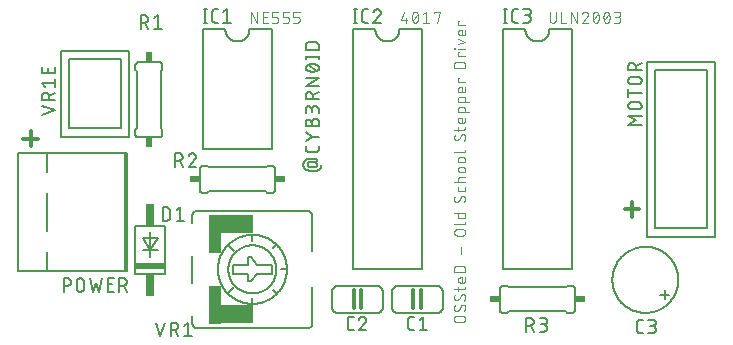
<source format=gbr>
G04 EAGLE Gerber RS-274X export*
G75*
%MOMM*%
%FSLAX34Y34*%
%LPD*%
%INSilkscreen Top*%
%IPPOS*%
%AMOC8*
5,1,8,0,0,1.08239X$1,22.5*%
G01*
%ADD10C,0.304800*%
%ADD11C,0.101600*%
%ADD12C,0.127000*%
%ADD13C,0.076200*%
%ADD14C,0.152400*%
%ADD15R,0.609600X0.863600*%
%ADD16R,0.863600X0.609600*%
%ADD17R,1.016000X3.175000*%
%ADD18R,2.667000X1.524000*%
%ADD19R,2.540000X0.508000*%
%ADD20R,0.762000X1.905000*%


D10*
X531114Y114244D02*
X543645Y114244D01*
X537379Y120509D02*
X537379Y107978D01*
X34375Y173934D02*
X21844Y173934D01*
X28109Y167668D02*
X28109Y180199D01*
D11*
X389269Y18767D02*
X393559Y18767D01*
X389269Y18767D02*
X389166Y18769D01*
X389064Y18775D01*
X388962Y18785D01*
X388860Y18798D01*
X388759Y18816D01*
X388658Y18838D01*
X388559Y18863D01*
X388460Y18892D01*
X388363Y18925D01*
X388267Y18961D01*
X388172Y19002D01*
X388079Y19045D01*
X387988Y19093D01*
X387899Y19143D01*
X387812Y19198D01*
X387727Y19255D01*
X387644Y19316D01*
X387563Y19380D01*
X387485Y19446D01*
X387410Y19516D01*
X387337Y19589D01*
X387267Y19664D01*
X387201Y19742D01*
X387137Y19823D01*
X387076Y19906D01*
X387019Y19991D01*
X386964Y20078D01*
X386914Y20167D01*
X386866Y20258D01*
X386823Y20351D01*
X386782Y20446D01*
X386746Y20542D01*
X386713Y20639D01*
X386684Y20738D01*
X386659Y20837D01*
X386637Y20938D01*
X386619Y21039D01*
X386606Y21141D01*
X386596Y21243D01*
X386590Y21345D01*
X386588Y21448D01*
X386590Y21551D01*
X386596Y21653D01*
X386606Y21755D01*
X386619Y21857D01*
X386637Y21958D01*
X386659Y22059D01*
X386684Y22158D01*
X386713Y22257D01*
X386746Y22354D01*
X386782Y22450D01*
X386823Y22545D01*
X386866Y22638D01*
X386914Y22729D01*
X386964Y22818D01*
X387019Y22905D01*
X387076Y22990D01*
X387137Y23073D01*
X387201Y23154D01*
X387267Y23232D01*
X387337Y23307D01*
X387410Y23380D01*
X387485Y23450D01*
X387563Y23516D01*
X387644Y23580D01*
X387727Y23641D01*
X387812Y23698D01*
X387899Y23753D01*
X387988Y23803D01*
X388079Y23851D01*
X388172Y23894D01*
X388267Y23935D01*
X388363Y23971D01*
X388460Y24004D01*
X388559Y24033D01*
X388658Y24058D01*
X388759Y24080D01*
X388860Y24098D01*
X388962Y24111D01*
X389064Y24121D01*
X389166Y24127D01*
X389269Y24129D01*
X393559Y24129D01*
X393662Y24127D01*
X393764Y24121D01*
X393866Y24111D01*
X393968Y24098D01*
X394069Y24080D01*
X394170Y24058D01*
X394269Y24033D01*
X394368Y24004D01*
X394465Y23971D01*
X394561Y23935D01*
X394656Y23894D01*
X394749Y23851D01*
X394840Y23803D01*
X394929Y23753D01*
X395016Y23698D01*
X395101Y23641D01*
X395184Y23580D01*
X395265Y23516D01*
X395343Y23450D01*
X395418Y23380D01*
X395491Y23307D01*
X395561Y23232D01*
X395627Y23154D01*
X395691Y23073D01*
X395752Y22990D01*
X395809Y22905D01*
X395864Y22818D01*
X395914Y22729D01*
X395962Y22638D01*
X396005Y22545D01*
X396046Y22450D01*
X396082Y22354D01*
X396115Y22257D01*
X396144Y22158D01*
X396169Y22059D01*
X396191Y21958D01*
X396209Y21857D01*
X396222Y21755D01*
X396232Y21653D01*
X396238Y21551D01*
X396240Y21448D01*
X396238Y21345D01*
X396232Y21243D01*
X396222Y21141D01*
X396209Y21039D01*
X396191Y20938D01*
X396169Y20837D01*
X396144Y20738D01*
X396115Y20639D01*
X396082Y20542D01*
X396046Y20446D01*
X396005Y20351D01*
X395962Y20258D01*
X395914Y20167D01*
X395864Y20078D01*
X395809Y19991D01*
X395752Y19906D01*
X395691Y19823D01*
X395627Y19742D01*
X395561Y19664D01*
X395491Y19589D01*
X395418Y19516D01*
X395343Y19446D01*
X395265Y19380D01*
X395184Y19316D01*
X395101Y19255D01*
X395016Y19198D01*
X394929Y19143D01*
X394840Y19093D01*
X394749Y19045D01*
X394656Y19002D01*
X394561Y18961D01*
X394465Y18925D01*
X394368Y18892D01*
X394269Y18863D01*
X394170Y18838D01*
X394069Y18816D01*
X393968Y18798D01*
X393866Y18785D01*
X393764Y18775D01*
X393662Y18769D01*
X393559Y18767D01*
X396240Y31265D02*
X396238Y31356D01*
X396232Y31447D01*
X396223Y31537D01*
X396209Y31628D01*
X396192Y31717D01*
X396171Y31805D01*
X396146Y31893D01*
X396117Y31980D01*
X396085Y32065D01*
X396050Y32149D01*
X396010Y32231D01*
X395968Y32311D01*
X395922Y32390D01*
X395872Y32466D01*
X395820Y32540D01*
X395764Y32613D01*
X395705Y32682D01*
X395644Y32749D01*
X395579Y32814D01*
X395512Y32875D01*
X395443Y32934D01*
X395370Y32990D01*
X395296Y33042D01*
X395220Y33092D01*
X395141Y33138D01*
X395061Y33180D01*
X394979Y33220D01*
X394895Y33255D01*
X394810Y33287D01*
X394723Y33316D01*
X394635Y33341D01*
X394547Y33362D01*
X394458Y33379D01*
X394367Y33393D01*
X394277Y33402D01*
X394186Y33408D01*
X394095Y33410D01*
X396240Y31265D02*
X396238Y31133D01*
X396232Y31000D01*
X396223Y30868D01*
X396209Y30736D01*
X396192Y30605D01*
X396170Y30474D01*
X396145Y30344D01*
X396117Y30215D01*
X396084Y30086D01*
X396048Y29959D01*
X396008Y29832D01*
X395964Y29707D01*
X395917Y29584D01*
X395866Y29461D01*
X395811Y29341D01*
X395753Y29221D01*
X395692Y29104D01*
X395627Y28989D01*
X395558Y28875D01*
X395487Y28763D01*
X395412Y28654D01*
X395334Y28547D01*
X395253Y28442D01*
X395169Y28340D01*
X395082Y28240D01*
X394992Y28142D01*
X394899Y28048D01*
X388733Y28316D02*
X388642Y28318D01*
X388551Y28324D01*
X388461Y28333D01*
X388370Y28347D01*
X388281Y28364D01*
X388193Y28385D01*
X388105Y28410D01*
X388018Y28439D01*
X387933Y28471D01*
X387849Y28506D01*
X387767Y28546D01*
X387687Y28588D01*
X387608Y28634D01*
X387532Y28684D01*
X387458Y28736D01*
X387385Y28792D01*
X387316Y28851D01*
X387249Y28912D01*
X387184Y28977D01*
X387123Y29044D01*
X387064Y29113D01*
X387008Y29186D01*
X386956Y29260D01*
X386906Y29336D01*
X386860Y29415D01*
X386818Y29495D01*
X386778Y29577D01*
X386743Y29661D01*
X386711Y29746D01*
X386682Y29833D01*
X386657Y29921D01*
X386636Y30009D01*
X386619Y30098D01*
X386605Y30189D01*
X386596Y30279D01*
X386590Y30370D01*
X386588Y30461D01*
X386590Y30584D01*
X386596Y30707D01*
X386605Y30830D01*
X386618Y30953D01*
X386635Y31075D01*
X386656Y31196D01*
X386680Y31317D01*
X386708Y31437D01*
X386740Y31556D01*
X386775Y31674D01*
X386814Y31791D01*
X386857Y31907D01*
X386903Y32021D01*
X386952Y32134D01*
X387005Y32245D01*
X387062Y32355D01*
X387122Y32463D01*
X387184Y32569D01*
X387251Y32673D01*
X387320Y32775D01*
X387392Y32874D01*
X390609Y29389D02*
X390562Y29312D01*
X390511Y29237D01*
X390457Y29165D01*
X390401Y29094D01*
X390341Y29026D01*
X390279Y28961D01*
X390214Y28898D01*
X390146Y28838D01*
X390076Y28780D01*
X390004Y28726D01*
X389929Y28675D01*
X389853Y28627D01*
X389774Y28582D01*
X389694Y28540D01*
X389612Y28502D01*
X389528Y28467D01*
X389443Y28436D01*
X389357Y28408D01*
X389270Y28384D01*
X389182Y28364D01*
X389093Y28347D01*
X389004Y28334D01*
X388914Y28325D01*
X388823Y28319D01*
X388733Y28317D01*
X392219Y32338D02*
X392266Y32415D01*
X392317Y32490D01*
X392371Y32562D01*
X392427Y32633D01*
X392487Y32701D01*
X392549Y32766D01*
X392614Y32829D01*
X392682Y32889D01*
X392752Y32947D01*
X392824Y33001D01*
X392899Y33052D01*
X392975Y33100D01*
X393054Y33145D01*
X393134Y33187D01*
X393216Y33225D01*
X393300Y33260D01*
X393385Y33291D01*
X393471Y33319D01*
X393558Y33343D01*
X393646Y33363D01*
X393735Y33380D01*
X393824Y33393D01*
X393914Y33402D01*
X394005Y33408D01*
X394095Y33410D01*
X392218Y32338D02*
X390610Y29389D01*
X396240Y40226D02*
X396238Y40317D01*
X396232Y40408D01*
X396223Y40498D01*
X396209Y40589D01*
X396192Y40678D01*
X396171Y40766D01*
X396146Y40854D01*
X396117Y40941D01*
X396085Y41026D01*
X396050Y41110D01*
X396010Y41192D01*
X395968Y41272D01*
X395922Y41351D01*
X395872Y41427D01*
X395820Y41501D01*
X395764Y41574D01*
X395705Y41643D01*
X395644Y41710D01*
X395579Y41775D01*
X395512Y41836D01*
X395443Y41895D01*
X395370Y41951D01*
X395296Y42003D01*
X395220Y42053D01*
X395141Y42099D01*
X395061Y42141D01*
X394979Y42181D01*
X394895Y42216D01*
X394810Y42248D01*
X394723Y42277D01*
X394635Y42302D01*
X394547Y42323D01*
X394458Y42340D01*
X394367Y42354D01*
X394277Y42363D01*
X394186Y42369D01*
X394095Y42371D01*
X396240Y40226D02*
X396238Y40094D01*
X396232Y39961D01*
X396223Y39829D01*
X396209Y39697D01*
X396192Y39566D01*
X396170Y39435D01*
X396145Y39305D01*
X396117Y39176D01*
X396084Y39047D01*
X396048Y38920D01*
X396008Y38793D01*
X395964Y38668D01*
X395917Y38545D01*
X395866Y38422D01*
X395811Y38302D01*
X395753Y38182D01*
X395692Y38065D01*
X395627Y37950D01*
X395558Y37836D01*
X395487Y37724D01*
X395412Y37615D01*
X395334Y37508D01*
X395253Y37403D01*
X395169Y37301D01*
X395082Y37201D01*
X394992Y37103D01*
X394899Y37009D01*
X388733Y37277D02*
X388642Y37279D01*
X388551Y37285D01*
X388461Y37294D01*
X388370Y37308D01*
X388281Y37325D01*
X388193Y37346D01*
X388105Y37371D01*
X388018Y37400D01*
X387933Y37432D01*
X387849Y37467D01*
X387767Y37507D01*
X387687Y37549D01*
X387608Y37595D01*
X387532Y37645D01*
X387458Y37697D01*
X387385Y37753D01*
X387316Y37812D01*
X387249Y37873D01*
X387184Y37938D01*
X387123Y38005D01*
X387064Y38074D01*
X387008Y38147D01*
X386956Y38221D01*
X386906Y38297D01*
X386860Y38376D01*
X386818Y38456D01*
X386778Y38538D01*
X386743Y38622D01*
X386711Y38707D01*
X386682Y38794D01*
X386657Y38882D01*
X386636Y38970D01*
X386619Y39059D01*
X386605Y39150D01*
X386596Y39240D01*
X386590Y39331D01*
X386588Y39422D01*
X386590Y39545D01*
X386596Y39668D01*
X386605Y39791D01*
X386618Y39914D01*
X386635Y40036D01*
X386656Y40157D01*
X386680Y40278D01*
X386708Y40398D01*
X386740Y40517D01*
X386775Y40635D01*
X386814Y40752D01*
X386857Y40868D01*
X386903Y40982D01*
X386952Y41095D01*
X387005Y41206D01*
X387062Y41316D01*
X387122Y41424D01*
X387184Y41530D01*
X387251Y41634D01*
X387320Y41736D01*
X387392Y41835D01*
X390609Y38350D02*
X390562Y38273D01*
X390511Y38198D01*
X390457Y38126D01*
X390401Y38055D01*
X390341Y37987D01*
X390279Y37922D01*
X390214Y37859D01*
X390146Y37799D01*
X390076Y37741D01*
X390004Y37687D01*
X389929Y37636D01*
X389853Y37588D01*
X389774Y37543D01*
X389694Y37501D01*
X389612Y37463D01*
X389528Y37428D01*
X389443Y37397D01*
X389357Y37369D01*
X389270Y37345D01*
X389182Y37325D01*
X389093Y37308D01*
X389004Y37295D01*
X388914Y37286D01*
X388823Y37280D01*
X388733Y37278D01*
X392219Y41299D02*
X392266Y41376D01*
X392317Y41451D01*
X392371Y41523D01*
X392427Y41594D01*
X392487Y41662D01*
X392549Y41727D01*
X392614Y41790D01*
X392682Y41850D01*
X392752Y41908D01*
X392824Y41962D01*
X392899Y42013D01*
X392975Y42061D01*
X393054Y42106D01*
X393134Y42148D01*
X393216Y42186D01*
X393300Y42221D01*
X393385Y42252D01*
X393471Y42280D01*
X393558Y42304D01*
X393646Y42324D01*
X393735Y42341D01*
X393824Y42354D01*
X393914Y42363D01*
X394005Y42369D01*
X394095Y42371D01*
X392218Y41299D02*
X390610Y38350D01*
X389805Y45358D02*
X389805Y48575D01*
X386588Y46430D02*
X394631Y46430D01*
X394710Y46432D01*
X394789Y46438D01*
X394867Y46447D01*
X394945Y46461D01*
X395022Y46478D01*
X395098Y46499D01*
X395173Y46524D01*
X395247Y46552D01*
X395319Y46584D01*
X395389Y46620D01*
X395458Y46659D01*
X395525Y46701D01*
X395589Y46747D01*
X395652Y46795D01*
X395712Y46847D01*
X395769Y46901D01*
X395823Y46958D01*
X395875Y47018D01*
X395923Y47081D01*
X395969Y47145D01*
X396011Y47212D01*
X396050Y47281D01*
X396086Y47351D01*
X396118Y47423D01*
X396146Y47497D01*
X396171Y47572D01*
X396192Y47648D01*
X396209Y47725D01*
X396223Y47803D01*
X396232Y47881D01*
X396238Y47960D01*
X396240Y48039D01*
X396240Y48575D01*
X396240Y53876D02*
X396240Y56557D01*
X396240Y53876D02*
X396238Y53797D01*
X396232Y53718D01*
X396223Y53640D01*
X396209Y53562D01*
X396192Y53485D01*
X396171Y53409D01*
X396146Y53334D01*
X396118Y53260D01*
X396086Y53188D01*
X396050Y53118D01*
X396011Y53049D01*
X395969Y52982D01*
X395923Y52918D01*
X395875Y52855D01*
X395823Y52795D01*
X395769Y52738D01*
X395712Y52684D01*
X395652Y52632D01*
X395589Y52584D01*
X395525Y52538D01*
X395458Y52496D01*
X395389Y52457D01*
X395319Y52421D01*
X395247Y52389D01*
X395173Y52361D01*
X395098Y52336D01*
X395022Y52315D01*
X394945Y52298D01*
X394867Y52284D01*
X394789Y52275D01*
X394710Y52269D01*
X394631Y52267D01*
X391950Y52267D01*
X391859Y52269D01*
X391768Y52275D01*
X391678Y52284D01*
X391587Y52298D01*
X391498Y52315D01*
X391410Y52336D01*
X391322Y52361D01*
X391235Y52390D01*
X391150Y52422D01*
X391066Y52457D01*
X390984Y52497D01*
X390904Y52539D01*
X390825Y52585D01*
X390749Y52635D01*
X390675Y52687D01*
X390602Y52743D01*
X390533Y52802D01*
X390466Y52863D01*
X390401Y52928D01*
X390340Y52995D01*
X390281Y53064D01*
X390225Y53137D01*
X390173Y53211D01*
X390123Y53287D01*
X390077Y53366D01*
X390035Y53446D01*
X389995Y53528D01*
X389960Y53612D01*
X389928Y53697D01*
X389899Y53784D01*
X389874Y53872D01*
X389853Y53960D01*
X389836Y54049D01*
X389822Y54140D01*
X389813Y54230D01*
X389807Y54321D01*
X389805Y54412D01*
X389807Y54503D01*
X389813Y54594D01*
X389822Y54684D01*
X389836Y54775D01*
X389853Y54864D01*
X389874Y54952D01*
X389899Y55040D01*
X389928Y55127D01*
X389960Y55212D01*
X389995Y55296D01*
X390035Y55378D01*
X390077Y55458D01*
X390123Y55537D01*
X390173Y55613D01*
X390225Y55687D01*
X390281Y55760D01*
X390340Y55829D01*
X390401Y55896D01*
X390466Y55961D01*
X390533Y56022D01*
X390602Y56081D01*
X390675Y56137D01*
X390749Y56189D01*
X390825Y56239D01*
X390904Y56285D01*
X390984Y56327D01*
X391066Y56367D01*
X391150Y56402D01*
X391235Y56434D01*
X391322Y56463D01*
X391410Y56488D01*
X391498Y56509D01*
X391587Y56526D01*
X391678Y56540D01*
X391768Y56549D01*
X391859Y56555D01*
X391950Y56557D01*
X393023Y56557D01*
X393023Y52267D01*
X396240Y61012D02*
X386588Y61012D01*
X386588Y63693D01*
X386590Y63796D01*
X386596Y63898D01*
X386606Y64000D01*
X386619Y64102D01*
X386637Y64203D01*
X386659Y64304D01*
X386684Y64403D01*
X386713Y64502D01*
X386746Y64599D01*
X386782Y64695D01*
X386823Y64790D01*
X386866Y64883D01*
X386914Y64974D01*
X386964Y65063D01*
X387019Y65150D01*
X387076Y65235D01*
X387137Y65318D01*
X387201Y65399D01*
X387267Y65477D01*
X387337Y65552D01*
X387410Y65625D01*
X387485Y65695D01*
X387563Y65761D01*
X387644Y65825D01*
X387727Y65886D01*
X387812Y65943D01*
X387899Y65998D01*
X387988Y66048D01*
X388079Y66096D01*
X388172Y66139D01*
X388267Y66180D01*
X388363Y66216D01*
X388460Y66249D01*
X388559Y66278D01*
X388658Y66303D01*
X388759Y66325D01*
X388860Y66343D01*
X388962Y66356D01*
X389064Y66366D01*
X389166Y66372D01*
X389269Y66374D01*
X393559Y66374D01*
X393662Y66372D01*
X393764Y66366D01*
X393866Y66356D01*
X393968Y66343D01*
X394069Y66325D01*
X394170Y66303D01*
X394269Y66278D01*
X394368Y66249D01*
X394465Y66216D01*
X394561Y66180D01*
X394656Y66139D01*
X394749Y66096D01*
X394840Y66048D01*
X394929Y65998D01*
X395016Y65943D01*
X395101Y65886D01*
X395184Y65825D01*
X395265Y65761D01*
X395343Y65694D01*
X395418Y65625D01*
X395491Y65552D01*
X395561Y65477D01*
X395627Y65399D01*
X395691Y65318D01*
X395752Y65235D01*
X395809Y65150D01*
X395864Y65063D01*
X395914Y64974D01*
X395962Y64883D01*
X396005Y64790D01*
X396046Y64695D01*
X396082Y64599D01*
X396115Y64502D01*
X396144Y64403D01*
X396169Y64304D01*
X396191Y64203D01*
X396209Y64102D01*
X396222Y64000D01*
X396232Y63898D01*
X396238Y63796D01*
X396240Y63693D01*
X396240Y61012D01*
X392486Y76158D02*
X392486Y82592D01*
X393559Y92056D02*
X389269Y92056D01*
X389166Y92058D01*
X389064Y92064D01*
X388962Y92074D01*
X388860Y92087D01*
X388759Y92105D01*
X388658Y92127D01*
X388559Y92152D01*
X388460Y92181D01*
X388363Y92214D01*
X388267Y92250D01*
X388172Y92291D01*
X388079Y92334D01*
X387988Y92382D01*
X387899Y92432D01*
X387812Y92487D01*
X387727Y92544D01*
X387644Y92605D01*
X387563Y92669D01*
X387485Y92735D01*
X387410Y92805D01*
X387337Y92878D01*
X387267Y92953D01*
X387201Y93031D01*
X387137Y93112D01*
X387076Y93195D01*
X387019Y93280D01*
X386964Y93367D01*
X386914Y93456D01*
X386866Y93547D01*
X386823Y93640D01*
X386782Y93735D01*
X386746Y93831D01*
X386713Y93928D01*
X386684Y94027D01*
X386659Y94126D01*
X386637Y94227D01*
X386619Y94328D01*
X386606Y94430D01*
X386596Y94532D01*
X386590Y94634D01*
X386588Y94737D01*
X386590Y94840D01*
X386596Y94942D01*
X386606Y95044D01*
X386619Y95146D01*
X386637Y95247D01*
X386659Y95348D01*
X386684Y95447D01*
X386713Y95546D01*
X386746Y95643D01*
X386782Y95739D01*
X386823Y95834D01*
X386866Y95927D01*
X386914Y96018D01*
X386964Y96107D01*
X387019Y96194D01*
X387076Y96279D01*
X387137Y96362D01*
X387201Y96443D01*
X387267Y96521D01*
X387337Y96596D01*
X387410Y96669D01*
X387485Y96739D01*
X387563Y96805D01*
X387644Y96869D01*
X387727Y96930D01*
X387812Y96987D01*
X387899Y97042D01*
X387988Y97092D01*
X388079Y97140D01*
X388172Y97183D01*
X388267Y97224D01*
X388363Y97260D01*
X388460Y97293D01*
X388559Y97322D01*
X388658Y97347D01*
X388759Y97369D01*
X388860Y97387D01*
X388962Y97400D01*
X389064Y97410D01*
X389166Y97416D01*
X389269Y97418D01*
X393559Y97418D01*
X393662Y97416D01*
X393764Y97410D01*
X393866Y97400D01*
X393968Y97387D01*
X394069Y97369D01*
X394170Y97347D01*
X394269Y97322D01*
X394368Y97293D01*
X394465Y97260D01*
X394561Y97224D01*
X394656Y97183D01*
X394749Y97140D01*
X394840Y97092D01*
X394929Y97042D01*
X395016Y96987D01*
X395101Y96930D01*
X395184Y96869D01*
X395265Y96805D01*
X395343Y96739D01*
X395418Y96669D01*
X395491Y96596D01*
X395561Y96521D01*
X395627Y96443D01*
X395691Y96362D01*
X395752Y96279D01*
X395809Y96194D01*
X395864Y96107D01*
X395914Y96018D01*
X395962Y95927D01*
X396005Y95834D01*
X396046Y95739D01*
X396082Y95643D01*
X396115Y95546D01*
X396144Y95447D01*
X396169Y95348D01*
X396191Y95247D01*
X396209Y95146D01*
X396222Y95044D01*
X396232Y94942D01*
X396238Y94840D01*
X396240Y94737D01*
X396238Y94634D01*
X396232Y94532D01*
X396222Y94430D01*
X396209Y94328D01*
X396191Y94227D01*
X396169Y94126D01*
X396144Y94027D01*
X396115Y93928D01*
X396082Y93831D01*
X396046Y93735D01*
X396005Y93640D01*
X395962Y93547D01*
X395914Y93456D01*
X395864Y93367D01*
X395809Y93280D01*
X395752Y93195D01*
X395691Y93112D01*
X395627Y93031D01*
X395561Y92953D01*
X395491Y92878D01*
X395418Y92805D01*
X395343Y92735D01*
X395265Y92669D01*
X395184Y92605D01*
X395101Y92544D01*
X395016Y92487D01*
X394929Y92432D01*
X394840Y92382D01*
X394749Y92334D01*
X394656Y92291D01*
X394561Y92250D01*
X394465Y92214D01*
X394368Y92181D01*
X394269Y92152D01*
X394170Y92127D01*
X394069Y92105D01*
X393968Y92087D01*
X393866Y92074D01*
X393764Y92064D01*
X393662Y92058D01*
X393559Y92056D01*
X394631Y101660D02*
X386588Y101660D01*
X394631Y101660D02*
X394710Y101662D01*
X394789Y101668D01*
X394867Y101677D01*
X394945Y101691D01*
X395022Y101708D01*
X395098Y101729D01*
X395173Y101754D01*
X395247Y101782D01*
X395319Y101814D01*
X395389Y101850D01*
X395458Y101889D01*
X395525Y101931D01*
X395589Y101977D01*
X395652Y102025D01*
X395712Y102077D01*
X395769Y102131D01*
X395823Y102188D01*
X395875Y102248D01*
X395923Y102311D01*
X395969Y102375D01*
X396011Y102442D01*
X396050Y102511D01*
X396086Y102581D01*
X396118Y102653D01*
X396146Y102727D01*
X396171Y102802D01*
X396192Y102878D01*
X396209Y102955D01*
X396223Y103033D01*
X396232Y103111D01*
X396238Y103190D01*
X396240Y103269D01*
X396240Y110909D02*
X386588Y110909D01*
X396240Y110909D02*
X396240Y108228D01*
X396238Y108149D01*
X396232Y108070D01*
X396223Y107992D01*
X396209Y107914D01*
X396192Y107837D01*
X396171Y107761D01*
X396146Y107686D01*
X396118Y107612D01*
X396086Y107540D01*
X396050Y107470D01*
X396011Y107401D01*
X395969Y107334D01*
X395923Y107270D01*
X395875Y107207D01*
X395823Y107147D01*
X395769Y107090D01*
X395712Y107036D01*
X395652Y106984D01*
X395589Y106936D01*
X395525Y106890D01*
X395458Y106848D01*
X395389Y106809D01*
X395319Y106773D01*
X395247Y106741D01*
X395173Y106713D01*
X395098Y106688D01*
X395022Y106667D01*
X394945Y106650D01*
X394867Y106636D01*
X394789Y106627D01*
X394710Y106621D01*
X394631Y106619D01*
X394631Y106620D02*
X391414Y106620D01*
X391414Y106619D02*
X391335Y106621D01*
X391256Y106627D01*
X391178Y106636D01*
X391100Y106650D01*
X391023Y106667D01*
X390947Y106688D01*
X390872Y106713D01*
X390798Y106741D01*
X390726Y106773D01*
X390656Y106809D01*
X390587Y106848D01*
X390520Y106890D01*
X390456Y106936D01*
X390393Y106984D01*
X390333Y107036D01*
X390276Y107090D01*
X390222Y107147D01*
X390170Y107207D01*
X390122Y107270D01*
X390076Y107334D01*
X390034Y107401D01*
X389995Y107470D01*
X389959Y107540D01*
X389927Y107612D01*
X389899Y107686D01*
X389874Y107761D01*
X389853Y107837D01*
X389836Y107914D01*
X389822Y107992D01*
X389813Y108070D01*
X389807Y108149D01*
X389805Y108228D01*
X389805Y110909D01*
X396240Y123437D02*
X396238Y123528D01*
X396232Y123619D01*
X396223Y123709D01*
X396209Y123800D01*
X396192Y123889D01*
X396171Y123977D01*
X396146Y124065D01*
X396117Y124152D01*
X396085Y124237D01*
X396050Y124321D01*
X396010Y124403D01*
X395968Y124483D01*
X395922Y124562D01*
X395872Y124638D01*
X395820Y124712D01*
X395764Y124785D01*
X395705Y124854D01*
X395644Y124921D01*
X395579Y124986D01*
X395512Y125047D01*
X395443Y125106D01*
X395370Y125162D01*
X395296Y125214D01*
X395220Y125264D01*
X395141Y125310D01*
X395061Y125352D01*
X394979Y125392D01*
X394895Y125427D01*
X394810Y125459D01*
X394723Y125488D01*
X394635Y125513D01*
X394547Y125534D01*
X394458Y125551D01*
X394367Y125565D01*
X394277Y125574D01*
X394186Y125580D01*
X394095Y125582D01*
X396240Y123437D02*
X396238Y123305D01*
X396232Y123172D01*
X396223Y123040D01*
X396209Y122908D01*
X396192Y122777D01*
X396170Y122646D01*
X396145Y122516D01*
X396117Y122387D01*
X396084Y122258D01*
X396048Y122131D01*
X396008Y122004D01*
X395964Y121879D01*
X395917Y121756D01*
X395866Y121633D01*
X395811Y121513D01*
X395753Y121393D01*
X395692Y121276D01*
X395627Y121161D01*
X395558Y121047D01*
X395487Y120935D01*
X395412Y120826D01*
X395334Y120719D01*
X395253Y120614D01*
X395169Y120512D01*
X395082Y120412D01*
X394992Y120314D01*
X394899Y120220D01*
X388733Y120487D02*
X388642Y120489D01*
X388551Y120495D01*
X388461Y120504D01*
X388370Y120518D01*
X388281Y120535D01*
X388193Y120556D01*
X388105Y120581D01*
X388018Y120610D01*
X387933Y120642D01*
X387849Y120677D01*
X387767Y120717D01*
X387687Y120759D01*
X387608Y120805D01*
X387532Y120855D01*
X387458Y120907D01*
X387385Y120963D01*
X387316Y121022D01*
X387249Y121083D01*
X387184Y121148D01*
X387123Y121215D01*
X387064Y121284D01*
X387008Y121357D01*
X386956Y121431D01*
X386906Y121507D01*
X386860Y121586D01*
X386818Y121666D01*
X386778Y121748D01*
X386743Y121832D01*
X386711Y121917D01*
X386682Y122004D01*
X386657Y122092D01*
X386636Y122180D01*
X386619Y122269D01*
X386605Y122360D01*
X386596Y122450D01*
X386590Y122541D01*
X386588Y122632D01*
X386590Y122755D01*
X386596Y122878D01*
X386605Y123001D01*
X386618Y123124D01*
X386635Y123246D01*
X386656Y123367D01*
X386680Y123488D01*
X386708Y123608D01*
X386740Y123727D01*
X386775Y123845D01*
X386814Y123962D01*
X386857Y124078D01*
X386903Y124192D01*
X386952Y124305D01*
X387005Y124416D01*
X387062Y124526D01*
X387122Y124634D01*
X387184Y124740D01*
X387251Y124844D01*
X387320Y124946D01*
X387392Y125045D01*
X390609Y121560D02*
X390562Y121483D01*
X390511Y121408D01*
X390457Y121336D01*
X390401Y121265D01*
X390341Y121197D01*
X390279Y121132D01*
X390214Y121069D01*
X390146Y121009D01*
X390076Y120951D01*
X390004Y120897D01*
X389929Y120846D01*
X389853Y120798D01*
X389774Y120753D01*
X389694Y120711D01*
X389612Y120673D01*
X389528Y120638D01*
X389443Y120607D01*
X389357Y120579D01*
X389270Y120555D01*
X389182Y120535D01*
X389093Y120518D01*
X389004Y120505D01*
X388914Y120496D01*
X388823Y120490D01*
X388733Y120488D01*
X392219Y124509D02*
X392266Y124586D01*
X392317Y124661D01*
X392371Y124733D01*
X392427Y124804D01*
X392487Y124872D01*
X392549Y124937D01*
X392614Y125000D01*
X392682Y125060D01*
X392752Y125118D01*
X392824Y125172D01*
X392899Y125223D01*
X392975Y125271D01*
X393054Y125316D01*
X393134Y125358D01*
X393216Y125396D01*
X393300Y125431D01*
X393385Y125462D01*
X393471Y125490D01*
X393558Y125514D01*
X393646Y125534D01*
X393735Y125551D01*
X393824Y125564D01*
X393914Y125573D01*
X394005Y125579D01*
X394095Y125581D01*
X392218Y124509D02*
X390610Y121560D01*
X396240Y131017D02*
X396240Y133162D01*
X396240Y131017D02*
X396238Y130938D01*
X396232Y130859D01*
X396223Y130781D01*
X396209Y130703D01*
X396192Y130626D01*
X396171Y130550D01*
X396146Y130475D01*
X396118Y130401D01*
X396086Y130329D01*
X396050Y130259D01*
X396011Y130190D01*
X395969Y130123D01*
X395923Y130059D01*
X395875Y129996D01*
X395823Y129936D01*
X395769Y129879D01*
X395712Y129825D01*
X395652Y129773D01*
X395589Y129725D01*
X395525Y129679D01*
X395458Y129637D01*
X395389Y129598D01*
X395319Y129562D01*
X395247Y129530D01*
X395173Y129502D01*
X395098Y129477D01*
X395022Y129456D01*
X394945Y129439D01*
X394867Y129425D01*
X394789Y129416D01*
X394710Y129410D01*
X394631Y129408D01*
X394631Y129409D02*
X391414Y129409D01*
X391414Y129408D02*
X391335Y129410D01*
X391256Y129416D01*
X391178Y129425D01*
X391100Y129439D01*
X391023Y129456D01*
X390947Y129477D01*
X390872Y129502D01*
X390798Y129530D01*
X390726Y129562D01*
X390656Y129598D01*
X390587Y129637D01*
X390520Y129679D01*
X390456Y129725D01*
X390393Y129773D01*
X390333Y129825D01*
X390276Y129879D01*
X390222Y129936D01*
X390170Y129996D01*
X390122Y130059D01*
X390076Y130123D01*
X390034Y130190D01*
X389995Y130259D01*
X389959Y130329D01*
X389927Y130401D01*
X389899Y130475D01*
X389874Y130550D01*
X389853Y130626D01*
X389836Y130703D01*
X389822Y130781D01*
X389813Y130859D01*
X389807Y130938D01*
X389805Y131017D01*
X389805Y133162D01*
X386588Y137078D02*
X396240Y137078D01*
X389805Y137078D02*
X389805Y139759D01*
X389807Y139838D01*
X389813Y139917D01*
X389822Y139995D01*
X389836Y140073D01*
X389853Y140150D01*
X389874Y140226D01*
X389899Y140301D01*
X389927Y140375D01*
X389959Y140447D01*
X389995Y140517D01*
X390034Y140586D01*
X390076Y140653D01*
X390122Y140717D01*
X390170Y140780D01*
X390222Y140840D01*
X390276Y140897D01*
X390333Y140951D01*
X390393Y141003D01*
X390456Y141051D01*
X390520Y141097D01*
X390587Y141139D01*
X390656Y141178D01*
X390726Y141214D01*
X390798Y141246D01*
X390872Y141274D01*
X390947Y141299D01*
X391023Y141320D01*
X391100Y141337D01*
X391178Y141351D01*
X391256Y141360D01*
X391335Y141366D01*
X391414Y141368D01*
X391414Y141367D02*
X396240Y141367D01*
X394095Y145719D02*
X391950Y145719D01*
X391950Y145718D02*
X391859Y145720D01*
X391768Y145726D01*
X391678Y145735D01*
X391587Y145749D01*
X391498Y145766D01*
X391410Y145787D01*
X391322Y145812D01*
X391235Y145841D01*
X391150Y145873D01*
X391066Y145908D01*
X390984Y145948D01*
X390904Y145990D01*
X390825Y146036D01*
X390749Y146086D01*
X390675Y146138D01*
X390602Y146194D01*
X390533Y146253D01*
X390466Y146314D01*
X390401Y146379D01*
X390340Y146446D01*
X390281Y146515D01*
X390225Y146588D01*
X390173Y146662D01*
X390123Y146738D01*
X390077Y146817D01*
X390035Y146897D01*
X389995Y146979D01*
X389960Y147063D01*
X389928Y147148D01*
X389899Y147235D01*
X389874Y147323D01*
X389853Y147411D01*
X389836Y147500D01*
X389822Y147591D01*
X389813Y147681D01*
X389807Y147772D01*
X389805Y147863D01*
X389807Y147954D01*
X389813Y148045D01*
X389822Y148135D01*
X389836Y148226D01*
X389853Y148315D01*
X389874Y148403D01*
X389899Y148491D01*
X389928Y148578D01*
X389960Y148663D01*
X389995Y148747D01*
X390035Y148829D01*
X390077Y148909D01*
X390123Y148988D01*
X390173Y149064D01*
X390225Y149138D01*
X390281Y149211D01*
X390340Y149280D01*
X390401Y149347D01*
X390466Y149412D01*
X390533Y149473D01*
X390602Y149532D01*
X390675Y149588D01*
X390749Y149640D01*
X390825Y149690D01*
X390904Y149736D01*
X390984Y149778D01*
X391066Y149818D01*
X391150Y149853D01*
X391235Y149885D01*
X391322Y149914D01*
X391410Y149939D01*
X391498Y149960D01*
X391587Y149977D01*
X391678Y149991D01*
X391768Y150000D01*
X391859Y150006D01*
X391950Y150008D01*
X394095Y150008D01*
X394186Y150006D01*
X394277Y150000D01*
X394367Y149991D01*
X394458Y149977D01*
X394547Y149960D01*
X394635Y149939D01*
X394723Y149914D01*
X394810Y149885D01*
X394895Y149853D01*
X394979Y149818D01*
X395061Y149778D01*
X395141Y149736D01*
X395220Y149690D01*
X395296Y149640D01*
X395370Y149588D01*
X395443Y149532D01*
X395512Y149473D01*
X395579Y149412D01*
X395644Y149347D01*
X395705Y149280D01*
X395764Y149211D01*
X395820Y149138D01*
X395872Y149064D01*
X395922Y148988D01*
X395968Y148909D01*
X396010Y148829D01*
X396050Y148747D01*
X396085Y148663D01*
X396117Y148578D01*
X396146Y148491D01*
X396171Y148403D01*
X396192Y148315D01*
X396209Y148226D01*
X396223Y148135D01*
X396232Y148045D01*
X396238Y147954D01*
X396240Y147863D01*
X396238Y147772D01*
X396232Y147681D01*
X396223Y147591D01*
X396209Y147500D01*
X396192Y147411D01*
X396171Y147323D01*
X396146Y147235D01*
X396117Y147148D01*
X396085Y147063D01*
X396050Y146979D01*
X396010Y146897D01*
X395968Y146817D01*
X395922Y146738D01*
X395872Y146662D01*
X395820Y146588D01*
X395764Y146515D01*
X395705Y146446D01*
X395644Y146379D01*
X395579Y146314D01*
X395512Y146253D01*
X395443Y146194D01*
X395370Y146138D01*
X395296Y146086D01*
X395220Y146036D01*
X395141Y145990D01*
X395061Y145948D01*
X394979Y145908D01*
X394895Y145873D01*
X394810Y145841D01*
X394723Y145812D01*
X394635Y145787D01*
X394547Y145766D01*
X394458Y145749D01*
X394367Y145735D01*
X394277Y145726D01*
X394186Y145720D01*
X394095Y145718D01*
X394095Y154040D02*
X391950Y154040D01*
X391950Y154039D02*
X391859Y154041D01*
X391768Y154047D01*
X391678Y154056D01*
X391587Y154070D01*
X391498Y154087D01*
X391410Y154108D01*
X391322Y154133D01*
X391235Y154162D01*
X391150Y154194D01*
X391066Y154229D01*
X390984Y154269D01*
X390904Y154311D01*
X390825Y154357D01*
X390749Y154407D01*
X390675Y154459D01*
X390602Y154515D01*
X390533Y154574D01*
X390466Y154635D01*
X390401Y154700D01*
X390340Y154767D01*
X390281Y154836D01*
X390225Y154909D01*
X390173Y154983D01*
X390123Y155059D01*
X390077Y155138D01*
X390035Y155218D01*
X389995Y155300D01*
X389960Y155384D01*
X389928Y155469D01*
X389899Y155556D01*
X389874Y155644D01*
X389853Y155732D01*
X389836Y155821D01*
X389822Y155912D01*
X389813Y156002D01*
X389807Y156093D01*
X389805Y156184D01*
X389807Y156275D01*
X389813Y156366D01*
X389822Y156456D01*
X389836Y156547D01*
X389853Y156636D01*
X389874Y156724D01*
X389899Y156812D01*
X389928Y156899D01*
X389960Y156984D01*
X389995Y157068D01*
X390035Y157150D01*
X390077Y157230D01*
X390123Y157309D01*
X390173Y157385D01*
X390225Y157459D01*
X390281Y157532D01*
X390340Y157601D01*
X390401Y157668D01*
X390466Y157733D01*
X390533Y157794D01*
X390602Y157853D01*
X390675Y157909D01*
X390749Y157961D01*
X390825Y158011D01*
X390904Y158057D01*
X390984Y158099D01*
X391066Y158139D01*
X391150Y158174D01*
X391235Y158206D01*
X391322Y158235D01*
X391410Y158260D01*
X391498Y158281D01*
X391587Y158298D01*
X391678Y158312D01*
X391768Y158321D01*
X391859Y158327D01*
X391950Y158329D01*
X394095Y158329D01*
X394186Y158327D01*
X394277Y158321D01*
X394367Y158312D01*
X394458Y158298D01*
X394547Y158281D01*
X394635Y158260D01*
X394723Y158235D01*
X394810Y158206D01*
X394895Y158174D01*
X394979Y158139D01*
X395061Y158099D01*
X395141Y158057D01*
X395220Y158011D01*
X395296Y157961D01*
X395370Y157909D01*
X395443Y157853D01*
X395512Y157794D01*
X395579Y157733D01*
X395644Y157668D01*
X395705Y157601D01*
X395764Y157532D01*
X395820Y157459D01*
X395872Y157385D01*
X395922Y157309D01*
X395968Y157230D01*
X396010Y157150D01*
X396050Y157068D01*
X396085Y156984D01*
X396117Y156899D01*
X396146Y156812D01*
X396171Y156724D01*
X396192Y156636D01*
X396209Y156547D01*
X396223Y156456D01*
X396232Y156366D01*
X396238Y156275D01*
X396240Y156184D01*
X396238Y156093D01*
X396232Y156002D01*
X396223Y155912D01*
X396209Y155821D01*
X396192Y155732D01*
X396171Y155644D01*
X396146Y155556D01*
X396117Y155469D01*
X396085Y155384D01*
X396050Y155300D01*
X396010Y155218D01*
X395968Y155138D01*
X395922Y155059D01*
X395872Y154983D01*
X395820Y154909D01*
X395764Y154836D01*
X395705Y154767D01*
X395644Y154700D01*
X395579Y154635D01*
X395512Y154574D01*
X395443Y154515D01*
X395370Y154459D01*
X395296Y154407D01*
X395220Y154357D01*
X395141Y154311D01*
X395061Y154269D01*
X394979Y154229D01*
X394895Y154194D01*
X394810Y154162D01*
X394723Y154133D01*
X394635Y154108D01*
X394547Y154087D01*
X394458Y154070D01*
X394367Y154056D01*
X394277Y154047D01*
X394186Y154041D01*
X394095Y154039D01*
X394631Y162468D02*
X386588Y162468D01*
X394631Y162467D02*
X394710Y162469D01*
X394789Y162475D01*
X394867Y162484D01*
X394945Y162498D01*
X395022Y162515D01*
X395098Y162536D01*
X395173Y162561D01*
X395247Y162589D01*
X395319Y162621D01*
X395389Y162657D01*
X395458Y162696D01*
X395525Y162738D01*
X395589Y162784D01*
X395652Y162832D01*
X395712Y162884D01*
X395769Y162938D01*
X395823Y162995D01*
X395875Y163055D01*
X395923Y163118D01*
X395969Y163182D01*
X396011Y163249D01*
X396050Y163318D01*
X396086Y163388D01*
X396118Y163460D01*
X396146Y163534D01*
X396171Y163609D01*
X396192Y163685D01*
X396209Y163762D01*
X396223Y163840D01*
X396232Y163918D01*
X396238Y163997D01*
X396240Y164076D01*
X396240Y175603D02*
X396238Y175694D01*
X396232Y175785D01*
X396223Y175875D01*
X396209Y175966D01*
X396192Y176055D01*
X396171Y176143D01*
X396146Y176231D01*
X396117Y176318D01*
X396085Y176403D01*
X396050Y176487D01*
X396010Y176569D01*
X395968Y176649D01*
X395922Y176728D01*
X395872Y176804D01*
X395820Y176878D01*
X395764Y176951D01*
X395705Y177020D01*
X395644Y177087D01*
X395579Y177152D01*
X395512Y177213D01*
X395443Y177272D01*
X395370Y177328D01*
X395296Y177380D01*
X395220Y177430D01*
X395141Y177476D01*
X395061Y177518D01*
X394979Y177558D01*
X394895Y177593D01*
X394810Y177625D01*
X394723Y177654D01*
X394635Y177679D01*
X394547Y177700D01*
X394458Y177717D01*
X394367Y177731D01*
X394277Y177740D01*
X394186Y177746D01*
X394095Y177748D01*
X396240Y175603D02*
X396238Y175471D01*
X396232Y175338D01*
X396223Y175206D01*
X396209Y175074D01*
X396192Y174943D01*
X396170Y174812D01*
X396145Y174682D01*
X396117Y174553D01*
X396084Y174424D01*
X396048Y174297D01*
X396008Y174170D01*
X395964Y174045D01*
X395917Y173922D01*
X395866Y173799D01*
X395811Y173679D01*
X395753Y173559D01*
X395692Y173442D01*
X395627Y173327D01*
X395558Y173213D01*
X395487Y173101D01*
X395412Y172992D01*
X395334Y172885D01*
X395253Y172780D01*
X395169Y172678D01*
X395082Y172578D01*
X394992Y172480D01*
X394899Y172386D01*
X388733Y172654D02*
X388642Y172656D01*
X388551Y172662D01*
X388461Y172671D01*
X388370Y172685D01*
X388281Y172702D01*
X388193Y172723D01*
X388105Y172748D01*
X388018Y172777D01*
X387933Y172809D01*
X387849Y172844D01*
X387767Y172884D01*
X387687Y172926D01*
X387608Y172972D01*
X387532Y173022D01*
X387458Y173074D01*
X387385Y173130D01*
X387316Y173189D01*
X387249Y173250D01*
X387184Y173315D01*
X387123Y173382D01*
X387064Y173451D01*
X387008Y173524D01*
X386956Y173598D01*
X386906Y173674D01*
X386860Y173753D01*
X386818Y173833D01*
X386778Y173915D01*
X386743Y173999D01*
X386711Y174084D01*
X386682Y174171D01*
X386657Y174259D01*
X386636Y174347D01*
X386619Y174436D01*
X386605Y174527D01*
X386596Y174617D01*
X386590Y174708D01*
X386588Y174799D01*
X386590Y174922D01*
X386596Y175045D01*
X386605Y175168D01*
X386618Y175291D01*
X386635Y175413D01*
X386656Y175534D01*
X386680Y175655D01*
X386708Y175775D01*
X386740Y175894D01*
X386775Y176012D01*
X386814Y176129D01*
X386857Y176245D01*
X386903Y176359D01*
X386952Y176472D01*
X387005Y176583D01*
X387062Y176693D01*
X387122Y176801D01*
X387184Y176907D01*
X387251Y177011D01*
X387320Y177113D01*
X387392Y177212D01*
X390609Y173726D02*
X390562Y173649D01*
X390511Y173574D01*
X390457Y173502D01*
X390401Y173431D01*
X390341Y173363D01*
X390279Y173298D01*
X390214Y173235D01*
X390146Y173175D01*
X390076Y173117D01*
X390004Y173063D01*
X389929Y173012D01*
X389853Y172964D01*
X389774Y172919D01*
X389694Y172877D01*
X389612Y172839D01*
X389528Y172804D01*
X389443Y172773D01*
X389357Y172745D01*
X389270Y172721D01*
X389182Y172701D01*
X389093Y172684D01*
X389004Y172671D01*
X388914Y172662D01*
X388823Y172656D01*
X388733Y172654D01*
X392219Y176675D02*
X392266Y176752D01*
X392317Y176827D01*
X392371Y176899D01*
X392427Y176970D01*
X392487Y177038D01*
X392549Y177103D01*
X392614Y177166D01*
X392682Y177226D01*
X392752Y177284D01*
X392824Y177338D01*
X392899Y177389D01*
X392975Y177437D01*
X393054Y177482D01*
X393134Y177524D01*
X393216Y177562D01*
X393300Y177597D01*
X393385Y177628D01*
X393471Y177656D01*
X393558Y177680D01*
X393646Y177700D01*
X393735Y177717D01*
X393824Y177730D01*
X393914Y177739D01*
X394005Y177745D01*
X394095Y177747D01*
X392218Y176675D02*
X390610Y173726D01*
X389805Y180734D02*
X389805Y183951D01*
X386588Y181806D02*
X394631Y181806D01*
X394710Y181808D01*
X394789Y181814D01*
X394867Y181823D01*
X394945Y181837D01*
X395022Y181854D01*
X395098Y181875D01*
X395173Y181900D01*
X395247Y181928D01*
X395319Y181960D01*
X395389Y181996D01*
X395458Y182035D01*
X395525Y182077D01*
X395589Y182123D01*
X395652Y182171D01*
X395712Y182223D01*
X395769Y182277D01*
X395823Y182334D01*
X395875Y182394D01*
X395923Y182457D01*
X395969Y182521D01*
X396011Y182588D01*
X396050Y182657D01*
X396086Y182727D01*
X396118Y182799D01*
X396146Y182873D01*
X396171Y182948D01*
X396192Y183024D01*
X396209Y183101D01*
X396223Y183179D01*
X396232Y183257D01*
X396238Y183336D01*
X396240Y183415D01*
X396240Y183951D01*
X396240Y189252D02*
X396240Y191933D01*
X396240Y189252D02*
X396238Y189173D01*
X396232Y189094D01*
X396223Y189016D01*
X396209Y188938D01*
X396192Y188861D01*
X396171Y188785D01*
X396146Y188710D01*
X396118Y188636D01*
X396086Y188564D01*
X396050Y188494D01*
X396011Y188425D01*
X395969Y188358D01*
X395923Y188294D01*
X395875Y188231D01*
X395823Y188171D01*
X395769Y188114D01*
X395712Y188060D01*
X395652Y188008D01*
X395589Y187960D01*
X395525Y187914D01*
X395458Y187872D01*
X395389Y187833D01*
X395319Y187797D01*
X395247Y187765D01*
X395173Y187737D01*
X395098Y187712D01*
X395022Y187691D01*
X394945Y187674D01*
X394867Y187660D01*
X394789Y187651D01*
X394710Y187645D01*
X394631Y187643D01*
X394631Y187644D02*
X391950Y187644D01*
X391859Y187646D01*
X391768Y187652D01*
X391678Y187661D01*
X391587Y187675D01*
X391498Y187692D01*
X391410Y187713D01*
X391322Y187738D01*
X391235Y187767D01*
X391150Y187799D01*
X391066Y187834D01*
X390984Y187874D01*
X390904Y187916D01*
X390825Y187962D01*
X390749Y188012D01*
X390675Y188064D01*
X390602Y188120D01*
X390533Y188179D01*
X390466Y188240D01*
X390401Y188305D01*
X390340Y188372D01*
X390281Y188441D01*
X390225Y188514D01*
X390173Y188588D01*
X390123Y188664D01*
X390077Y188743D01*
X390035Y188823D01*
X389995Y188905D01*
X389960Y188989D01*
X389928Y189074D01*
X389899Y189161D01*
X389874Y189249D01*
X389853Y189337D01*
X389836Y189426D01*
X389822Y189517D01*
X389813Y189607D01*
X389807Y189698D01*
X389805Y189789D01*
X389807Y189880D01*
X389813Y189971D01*
X389822Y190061D01*
X389836Y190152D01*
X389853Y190241D01*
X389874Y190329D01*
X389899Y190417D01*
X389928Y190504D01*
X389960Y190589D01*
X389995Y190673D01*
X390035Y190755D01*
X390077Y190835D01*
X390123Y190914D01*
X390173Y190990D01*
X390225Y191064D01*
X390281Y191137D01*
X390340Y191206D01*
X390401Y191273D01*
X390466Y191338D01*
X390533Y191399D01*
X390602Y191458D01*
X390675Y191514D01*
X390749Y191566D01*
X390825Y191616D01*
X390904Y191662D01*
X390984Y191704D01*
X391066Y191744D01*
X391150Y191779D01*
X391235Y191811D01*
X391322Y191840D01*
X391410Y191865D01*
X391498Y191886D01*
X391587Y191903D01*
X391678Y191917D01*
X391768Y191926D01*
X391859Y191932D01*
X391950Y191934D01*
X391950Y191933D02*
X393023Y191933D01*
X393023Y187644D01*
X389805Y196339D02*
X399457Y196339D01*
X389805Y196339D02*
X389805Y199020D01*
X389807Y199099D01*
X389813Y199178D01*
X389822Y199256D01*
X389836Y199334D01*
X389853Y199411D01*
X389874Y199487D01*
X389899Y199562D01*
X389927Y199636D01*
X389959Y199708D01*
X389995Y199778D01*
X390034Y199847D01*
X390076Y199914D01*
X390122Y199978D01*
X390170Y200041D01*
X390222Y200101D01*
X390276Y200158D01*
X390333Y200212D01*
X390393Y200264D01*
X390456Y200312D01*
X390520Y200358D01*
X390587Y200400D01*
X390656Y200439D01*
X390726Y200475D01*
X390798Y200507D01*
X390872Y200535D01*
X390947Y200560D01*
X391023Y200581D01*
X391100Y200598D01*
X391178Y200612D01*
X391256Y200621D01*
X391335Y200627D01*
X391414Y200629D01*
X394631Y200629D01*
X394710Y200627D01*
X394789Y200621D01*
X394867Y200612D01*
X394945Y200598D01*
X395022Y200581D01*
X395098Y200560D01*
X395173Y200535D01*
X395247Y200507D01*
X395319Y200475D01*
X395389Y200439D01*
X395458Y200400D01*
X395525Y200358D01*
X395589Y200312D01*
X395652Y200264D01*
X395712Y200212D01*
X395769Y200158D01*
X395823Y200101D01*
X395875Y200041D01*
X395923Y199978D01*
X395969Y199914D01*
X396011Y199847D01*
X396050Y199778D01*
X396086Y199708D01*
X396118Y199636D01*
X396146Y199562D01*
X396171Y199487D01*
X396192Y199411D01*
X396209Y199334D01*
X396223Y199256D01*
X396232Y199178D01*
X396238Y199099D01*
X396240Y199020D01*
X396240Y196339D01*
X399457Y204980D02*
X389805Y204980D01*
X389805Y207661D01*
X389807Y207740D01*
X389813Y207819D01*
X389822Y207897D01*
X389836Y207975D01*
X389853Y208052D01*
X389874Y208128D01*
X389899Y208203D01*
X389927Y208277D01*
X389959Y208349D01*
X389995Y208419D01*
X390034Y208488D01*
X390076Y208555D01*
X390122Y208619D01*
X390170Y208682D01*
X390222Y208742D01*
X390276Y208799D01*
X390333Y208853D01*
X390393Y208905D01*
X390456Y208953D01*
X390520Y208999D01*
X390587Y209041D01*
X390656Y209080D01*
X390726Y209116D01*
X390798Y209148D01*
X390872Y209176D01*
X390947Y209201D01*
X391023Y209222D01*
X391100Y209239D01*
X391178Y209253D01*
X391256Y209262D01*
X391335Y209268D01*
X391414Y209270D01*
X394631Y209270D01*
X394710Y209268D01*
X394789Y209262D01*
X394867Y209253D01*
X394945Y209239D01*
X395022Y209222D01*
X395098Y209201D01*
X395173Y209176D01*
X395247Y209148D01*
X395319Y209116D01*
X395389Y209080D01*
X395458Y209041D01*
X395525Y208999D01*
X395589Y208953D01*
X395652Y208905D01*
X395712Y208853D01*
X395769Y208799D01*
X395823Y208742D01*
X395875Y208682D01*
X395923Y208619D01*
X395969Y208555D01*
X396011Y208488D01*
X396050Y208419D01*
X396086Y208349D01*
X396118Y208277D01*
X396146Y208203D01*
X396171Y208128D01*
X396192Y208052D01*
X396209Y207975D01*
X396223Y207897D01*
X396232Y207819D01*
X396238Y207740D01*
X396240Y207661D01*
X396240Y204980D01*
X396240Y214855D02*
X396240Y217536D01*
X396240Y214855D02*
X396238Y214776D01*
X396232Y214697D01*
X396223Y214619D01*
X396209Y214541D01*
X396192Y214464D01*
X396171Y214388D01*
X396146Y214313D01*
X396118Y214239D01*
X396086Y214167D01*
X396050Y214097D01*
X396011Y214028D01*
X395969Y213961D01*
X395923Y213897D01*
X395875Y213834D01*
X395823Y213774D01*
X395769Y213717D01*
X395712Y213663D01*
X395652Y213611D01*
X395589Y213563D01*
X395525Y213517D01*
X395458Y213475D01*
X395389Y213436D01*
X395319Y213400D01*
X395247Y213368D01*
X395173Y213340D01*
X395098Y213315D01*
X395022Y213294D01*
X394945Y213277D01*
X394867Y213263D01*
X394789Y213254D01*
X394710Y213248D01*
X394631Y213246D01*
X394631Y213247D02*
X391950Y213247D01*
X391859Y213249D01*
X391768Y213255D01*
X391678Y213264D01*
X391587Y213278D01*
X391498Y213295D01*
X391410Y213316D01*
X391322Y213341D01*
X391235Y213370D01*
X391150Y213402D01*
X391066Y213437D01*
X390984Y213477D01*
X390904Y213519D01*
X390825Y213565D01*
X390749Y213615D01*
X390675Y213667D01*
X390602Y213723D01*
X390533Y213782D01*
X390466Y213843D01*
X390401Y213908D01*
X390340Y213975D01*
X390281Y214044D01*
X390225Y214117D01*
X390173Y214191D01*
X390123Y214267D01*
X390077Y214346D01*
X390035Y214426D01*
X389995Y214508D01*
X389960Y214592D01*
X389928Y214677D01*
X389899Y214764D01*
X389874Y214852D01*
X389853Y214940D01*
X389836Y215029D01*
X389822Y215120D01*
X389813Y215210D01*
X389807Y215301D01*
X389805Y215392D01*
X389807Y215483D01*
X389813Y215574D01*
X389822Y215664D01*
X389836Y215755D01*
X389853Y215844D01*
X389874Y215932D01*
X389899Y216020D01*
X389928Y216107D01*
X389960Y216192D01*
X389995Y216276D01*
X390035Y216358D01*
X390077Y216438D01*
X390123Y216517D01*
X390173Y216593D01*
X390225Y216667D01*
X390281Y216740D01*
X390340Y216809D01*
X390401Y216876D01*
X390466Y216941D01*
X390533Y217002D01*
X390602Y217061D01*
X390675Y217117D01*
X390749Y217169D01*
X390825Y217219D01*
X390904Y217265D01*
X390984Y217307D01*
X391066Y217347D01*
X391150Y217382D01*
X391235Y217414D01*
X391322Y217443D01*
X391410Y217468D01*
X391498Y217489D01*
X391587Y217506D01*
X391678Y217520D01*
X391768Y217529D01*
X391859Y217535D01*
X391950Y217537D01*
X391950Y217536D02*
X393023Y217536D01*
X393023Y213247D01*
X396240Y221949D02*
X389805Y221949D01*
X389805Y225166D01*
X390878Y225166D01*
X386588Y233833D02*
X396240Y233833D01*
X386588Y233833D02*
X386588Y236514D01*
X386590Y236617D01*
X386596Y236719D01*
X386606Y236821D01*
X386619Y236923D01*
X386637Y237024D01*
X386659Y237125D01*
X386684Y237224D01*
X386713Y237323D01*
X386746Y237420D01*
X386782Y237516D01*
X386823Y237611D01*
X386866Y237704D01*
X386914Y237795D01*
X386964Y237884D01*
X387019Y237971D01*
X387076Y238056D01*
X387137Y238139D01*
X387201Y238220D01*
X387267Y238298D01*
X387337Y238373D01*
X387410Y238446D01*
X387485Y238516D01*
X387563Y238582D01*
X387644Y238646D01*
X387727Y238707D01*
X387812Y238764D01*
X387899Y238819D01*
X387988Y238869D01*
X388079Y238917D01*
X388172Y238960D01*
X388267Y239001D01*
X388363Y239037D01*
X388460Y239070D01*
X388559Y239099D01*
X388658Y239124D01*
X388759Y239146D01*
X388860Y239164D01*
X388962Y239177D01*
X389064Y239187D01*
X389166Y239193D01*
X389269Y239195D01*
X393559Y239195D01*
X393662Y239193D01*
X393764Y239187D01*
X393866Y239177D01*
X393968Y239164D01*
X394069Y239146D01*
X394170Y239124D01*
X394269Y239099D01*
X394368Y239070D01*
X394465Y239037D01*
X394561Y239001D01*
X394656Y238960D01*
X394749Y238917D01*
X394840Y238869D01*
X394929Y238819D01*
X395016Y238764D01*
X395101Y238707D01*
X395184Y238646D01*
X395265Y238582D01*
X395343Y238515D01*
X395418Y238446D01*
X395491Y238373D01*
X395561Y238298D01*
X395627Y238220D01*
X395691Y238139D01*
X395752Y238056D01*
X395809Y237971D01*
X395864Y237884D01*
X395914Y237795D01*
X395962Y237704D01*
X396005Y237611D01*
X396046Y237516D01*
X396082Y237420D01*
X396115Y237323D01*
X396144Y237224D01*
X396169Y237125D01*
X396191Y237024D01*
X396209Y236923D01*
X396222Y236821D01*
X396232Y236719D01*
X396238Y236617D01*
X396240Y236514D01*
X396240Y233833D01*
X396240Y244032D02*
X389805Y244032D01*
X389805Y247249D01*
X390878Y247249D01*
X389805Y250276D02*
X396240Y250276D01*
X387124Y250008D02*
X386588Y250008D01*
X386588Y250544D01*
X387124Y250544D01*
X387124Y250008D01*
X389805Y253892D02*
X396240Y256036D01*
X389805Y258181D01*
X396240Y263501D02*
X396240Y266182D01*
X396240Y263501D02*
X396238Y263422D01*
X396232Y263343D01*
X396223Y263265D01*
X396209Y263187D01*
X396192Y263110D01*
X396171Y263034D01*
X396146Y262959D01*
X396118Y262885D01*
X396086Y262813D01*
X396050Y262743D01*
X396011Y262674D01*
X395969Y262607D01*
X395923Y262543D01*
X395875Y262480D01*
X395823Y262420D01*
X395769Y262363D01*
X395712Y262309D01*
X395652Y262257D01*
X395589Y262209D01*
X395525Y262163D01*
X395458Y262121D01*
X395389Y262082D01*
X395319Y262046D01*
X395247Y262014D01*
X395173Y261986D01*
X395098Y261961D01*
X395022Y261940D01*
X394945Y261923D01*
X394867Y261909D01*
X394789Y261900D01*
X394710Y261894D01*
X394631Y261892D01*
X394631Y261893D02*
X391950Y261893D01*
X391950Y261892D02*
X391859Y261894D01*
X391768Y261900D01*
X391678Y261909D01*
X391587Y261923D01*
X391498Y261940D01*
X391410Y261961D01*
X391322Y261986D01*
X391235Y262015D01*
X391150Y262047D01*
X391066Y262082D01*
X390984Y262122D01*
X390904Y262164D01*
X390825Y262210D01*
X390749Y262260D01*
X390675Y262312D01*
X390602Y262368D01*
X390533Y262427D01*
X390466Y262488D01*
X390401Y262553D01*
X390340Y262620D01*
X390281Y262689D01*
X390225Y262762D01*
X390173Y262836D01*
X390123Y262912D01*
X390077Y262991D01*
X390035Y263071D01*
X389995Y263153D01*
X389960Y263237D01*
X389928Y263322D01*
X389899Y263409D01*
X389874Y263497D01*
X389853Y263585D01*
X389836Y263674D01*
X389822Y263765D01*
X389813Y263855D01*
X389807Y263946D01*
X389805Y264037D01*
X389807Y264128D01*
X389813Y264219D01*
X389822Y264309D01*
X389836Y264400D01*
X389853Y264489D01*
X389874Y264577D01*
X389899Y264665D01*
X389928Y264752D01*
X389960Y264837D01*
X389995Y264921D01*
X390035Y265003D01*
X390077Y265083D01*
X390123Y265162D01*
X390173Y265238D01*
X390225Y265312D01*
X390281Y265385D01*
X390340Y265454D01*
X390401Y265521D01*
X390466Y265586D01*
X390533Y265647D01*
X390602Y265706D01*
X390675Y265762D01*
X390749Y265814D01*
X390825Y265864D01*
X390904Y265910D01*
X390984Y265952D01*
X391066Y265992D01*
X391150Y266027D01*
X391235Y266059D01*
X391322Y266088D01*
X391410Y266113D01*
X391498Y266134D01*
X391587Y266151D01*
X391678Y266165D01*
X391768Y266174D01*
X391859Y266180D01*
X391950Y266182D01*
X393023Y266182D01*
X393023Y261893D01*
X396240Y270595D02*
X389805Y270595D01*
X389805Y273812D01*
X390878Y273812D01*
D12*
X262890Y154051D02*
X262890Y152146D01*
X262892Y152061D01*
X262898Y151975D01*
X262907Y151890D01*
X262921Y151806D01*
X262938Y151722D01*
X262959Y151639D01*
X262983Y151557D01*
X263011Y151477D01*
X263043Y151397D01*
X263079Y151319D01*
X263117Y151243D01*
X263160Y151169D01*
X263205Y151097D01*
X263254Y151026D01*
X263306Y150958D01*
X263360Y150893D01*
X263418Y150830D01*
X263479Y150769D01*
X263542Y150711D01*
X263607Y150657D01*
X263675Y150605D01*
X263746Y150556D01*
X263818Y150511D01*
X263892Y150468D01*
X263968Y150430D01*
X264046Y150394D01*
X264126Y150362D01*
X264206Y150334D01*
X264288Y150310D01*
X264371Y150289D01*
X264455Y150272D01*
X264539Y150258D01*
X264624Y150249D01*
X264710Y150243D01*
X264795Y150241D01*
X268605Y150241D01*
X268690Y150243D01*
X268776Y150249D01*
X268861Y150258D01*
X268945Y150272D01*
X269029Y150289D01*
X269112Y150310D01*
X269194Y150334D01*
X269274Y150362D01*
X269354Y150394D01*
X269432Y150430D01*
X269508Y150468D01*
X269582Y150511D01*
X269654Y150556D01*
X269725Y150605D01*
X269793Y150657D01*
X269858Y150711D01*
X269921Y150769D01*
X269982Y150830D01*
X270040Y150893D01*
X270094Y150958D01*
X270146Y151026D01*
X270195Y151097D01*
X270240Y151169D01*
X270283Y151243D01*
X270321Y151319D01*
X270357Y151397D01*
X270389Y151477D01*
X270417Y151557D01*
X270441Y151639D01*
X270462Y151722D01*
X270479Y151806D01*
X270493Y151890D01*
X270502Y151975D01*
X270508Y152061D01*
X270510Y152146D01*
X270508Y152231D01*
X270502Y152317D01*
X270493Y152402D01*
X270479Y152486D01*
X270462Y152570D01*
X270441Y152653D01*
X270417Y152735D01*
X270389Y152815D01*
X270357Y152895D01*
X270321Y152973D01*
X270283Y153049D01*
X270240Y153123D01*
X270195Y153195D01*
X270146Y153266D01*
X270094Y153334D01*
X270040Y153399D01*
X269982Y153462D01*
X269921Y153523D01*
X269858Y153581D01*
X269793Y153635D01*
X269725Y153687D01*
X269654Y153736D01*
X269582Y153781D01*
X269508Y153824D01*
X269432Y153862D01*
X269354Y153898D01*
X269274Y153930D01*
X269194Y153958D01*
X269112Y153982D01*
X269029Y154003D01*
X268945Y154020D01*
X268861Y154034D01*
X268776Y154043D01*
X268690Y154049D01*
X268605Y154051D01*
X268923Y154051D02*
X262890Y154051D01*
X268923Y154051D02*
X269001Y154053D01*
X269079Y154059D01*
X269156Y154068D01*
X269233Y154082D01*
X269309Y154099D01*
X269384Y154119D01*
X269458Y154144D01*
X269531Y154172D01*
X269602Y154203D01*
X269672Y154239D01*
X269739Y154277D01*
X269805Y154319D01*
X269869Y154364D01*
X269930Y154411D01*
X269989Y154462D01*
X270046Y154516D01*
X270100Y154573D01*
X270151Y154632D01*
X270198Y154693D01*
X270243Y154757D01*
X270285Y154823D01*
X270323Y154890D01*
X270359Y154960D01*
X270390Y155031D01*
X270418Y155104D01*
X270443Y155178D01*
X270463Y155253D01*
X270480Y155329D01*
X270494Y155406D01*
X270503Y155483D01*
X270509Y155561D01*
X270511Y155639D01*
X270509Y155717D01*
X270503Y155795D01*
X270494Y155872D01*
X270480Y155949D01*
X270463Y156025D01*
X270443Y156100D01*
X270418Y156174D01*
X270390Y156247D01*
X270359Y156318D01*
X270323Y156388D01*
X270285Y156455D01*
X270243Y156521D01*
X270198Y156585D01*
X270151Y156646D01*
X270100Y156705D01*
X270046Y156762D01*
X269989Y156816D01*
X269930Y156867D01*
X269869Y156914D01*
X269805Y156959D01*
X269739Y157001D01*
X269672Y157039D01*
X269602Y157075D01*
X269531Y157106D01*
X269458Y157134D01*
X269384Y157159D01*
X269309Y157179D01*
X269233Y157196D01*
X269156Y157210D01*
X269079Y157219D01*
X269001Y157225D01*
X268923Y157227D01*
X268923Y157226D02*
X264160Y157226D01*
X264019Y157224D01*
X263878Y157218D01*
X263737Y157208D01*
X263596Y157195D01*
X263456Y157177D01*
X263317Y157155D01*
X263178Y157130D01*
X263039Y157101D01*
X262902Y157068D01*
X262766Y157031D01*
X262631Y156990D01*
X262496Y156946D01*
X262364Y156898D01*
X262232Y156846D01*
X262102Y156791D01*
X261974Y156732D01*
X261847Y156669D01*
X261723Y156603D01*
X261600Y156534D01*
X261479Y156461D01*
X261360Y156385D01*
X261243Y156305D01*
X261129Y156222D01*
X261016Y156137D01*
X260907Y156048D01*
X260799Y155956D01*
X260695Y155861D01*
X260593Y155763D01*
X260494Y155662D01*
X260397Y155559D01*
X260304Y155453D01*
X260214Y155345D01*
X260126Y155234D01*
X260042Y155121D01*
X259961Y155005D01*
X259883Y154887D01*
X259808Y154767D01*
X259737Y154645D01*
X259669Y154521D01*
X259605Y154395D01*
X259544Y154268D01*
X259487Y154139D01*
X259434Y154008D01*
X259384Y153876D01*
X259337Y153743D01*
X259295Y153608D01*
X259256Y153472D01*
X259221Y153335D01*
X259190Y153198D01*
X259163Y153059D01*
X259139Y152920D01*
X259120Y152780D01*
X259104Y152640D01*
X259092Y152499D01*
X259084Y152358D01*
X259080Y152217D01*
X259080Y152075D01*
X259084Y151934D01*
X259092Y151793D01*
X259104Y151652D01*
X259120Y151512D01*
X259139Y151372D01*
X259163Y151233D01*
X259190Y151094D01*
X259221Y150957D01*
X259256Y150820D01*
X259295Y150684D01*
X259337Y150549D01*
X259384Y150416D01*
X259434Y150284D01*
X259487Y150153D01*
X259544Y150024D01*
X259605Y149897D01*
X259669Y149771D01*
X259737Y149647D01*
X259808Y149525D01*
X259883Y149405D01*
X259961Y149287D01*
X260042Y149171D01*
X260126Y149058D01*
X260214Y148947D01*
X260304Y148839D01*
X260397Y148733D01*
X260494Y148630D01*
X260593Y148529D01*
X260695Y148431D01*
X260799Y148336D01*
X260907Y148244D01*
X261016Y148155D01*
X261129Y148070D01*
X261243Y147987D01*
X261360Y147907D01*
X261479Y147831D01*
X261600Y147758D01*
X261723Y147689D01*
X261847Y147623D01*
X261974Y147560D01*
X262102Y147501D01*
X262232Y147446D01*
X262364Y147394D01*
X262496Y147346D01*
X262631Y147302D01*
X262766Y147261D01*
X262902Y147224D01*
X263039Y147191D01*
X263178Y147162D01*
X263317Y147137D01*
X263456Y147115D01*
X263596Y147097D01*
X263737Y147084D01*
X263878Y147074D01*
X264019Y147068D01*
X264160Y147066D01*
X269558Y147066D01*
X269693Y147068D01*
X269828Y147074D01*
X269963Y147083D01*
X270098Y147097D01*
X270232Y147114D01*
X270366Y147135D01*
X270499Y147160D01*
X270631Y147188D01*
X270762Y147220D01*
X270893Y147256D01*
X271022Y147296D01*
X271150Y147339D01*
X271277Y147386D01*
X271403Y147437D01*
X271527Y147491D01*
X271649Y147548D01*
X271770Y147609D01*
X271889Y147674D01*
X272006Y147741D01*
X272121Y147812D01*
X272234Y147887D01*
X272345Y147964D01*
X272454Y148045D01*
X272560Y148128D01*
X272664Y148215D01*
X272766Y148304D01*
X272865Y148396D01*
X272961Y148492D01*
X273054Y148589D01*
X273145Y148690D01*
X273233Y148793D01*
X273318Y148898D01*
X273399Y149006D01*
X273478Y149116D01*
X273554Y149228D01*
X273626Y149342D01*
X273695Y149458D01*
X273761Y149576D01*
X273824Y149696D01*
X273883Y149818D01*
X273938Y149941D01*
X273990Y150066D01*
X274039Y150193D01*
X274084Y150320D01*
X274125Y150449D01*
X274162Y150579D01*
X274196Y150710D01*
X274226Y150842D01*
X274253Y150975D01*
X274276Y151108D01*
X274294Y151242D01*
X274309Y151376D01*
X274321Y151511D01*
X272415Y165571D02*
X272415Y168111D01*
X272415Y165571D02*
X272413Y165471D01*
X272407Y165372D01*
X272397Y165272D01*
X272384Y165174D01*
X272366Y165075D01*
X272345Y164978D01*
X272320Y164882D01*
X272291Y164786D01*
X272258Y164692D01*
X272222Y164599D01*
X272182Y164508D01*
X272138Y164418D01*
X272091Y164330D01*
X272041Y164244D01*
X271987Y164160D01*
X271930Y164078D01*
X271870Y163999D01*
X271806Y163921D01*
X271740Y163847D01*
X271671Y163775D01*
X271599Y163706D01*
X271525Y163640D01*
X271447Y163576D01*
X271368Y163516D01*
X271286Y163459D01*
X271202Y163405D01*
X271116Y163355D01*
X271028Y163308D01*
X270938Y163264D01*
X270847Y163224D01*
X270754Y163188D01*
X270660Y163155D01*
X270564Y163126D01*
X270468Y163101D01*
X270371Y163080D01*
X270272Y163062D01*
X270174Y163049D01*
X270074Y163039D01*
X269975Y163033D01*
X269875Y163031D01*
X263525Y163031D01*
X263425Y163033D01*
X263326Y163039D01*
X263226Y163049D01*
X263128Y163062D01*
X263029Y163080D01*
X262932Y163101D01*
X262836Y163126D01*
X262740Y163155D01*
X262646Y163188D01*
X262553Y163224D01*
X262462Y163264D01*
X262372Y163308D01*
X262284Y163355D01*
X262198Y163405D01*
X262114Y163459D01*
X262032Y163516D01*
X261953Y163576D01*
X261875Y163640D01*
X261801Y163706D01*
X261729Y163775D01*
X261660Y163847D01*
X261594Y163921D01*
X261530Y163999D01*
X261470Y164078D01*
X261413Y164160D01*
X261359Y164244D01*
X261309Y164330D01*
X261262Y164418D01*
X261218Y164508D01*
X261178Y164599D01*
X261142Y164692D01*
X261109Y164786D01*
X261080Y164882D01*
X261055Y164978D01*
X261034Y165075D01*
X261016Y165174D01*
X261003Y165272D01*
X260993Y165372D01*
X260987Y165471D01*
X260985Y165571D01*
X260985Y168111D01*
X260985Y171958D02*
X266383Y175768D01*
X260985Y179578D01*
X266383Y175768D02*
X272415Y175768D01*
X266065Y184595D02*
X266065Y187770D01*
X266067Y187881D01*
X266073Y187991D01*
X266082Y188102D01*
X266096Y188212D01*
X266113Y188321D01*
X266134Y188430D01*
X266159Y188538D01*
X266188Y188645D01*
X266220Y188751D01*
X266256Y188856D01*
X266296Y188959D01*
X266339Y189061D01*
X266386Y189162D01*
X266437Y189261D01*
X266490Y189358D01*
X266547Y189452D01*
X266608Y189545D01*
X266671Y189636D01*
X266738Y189725D01*
X266808Y189811D01*
X266881Y189894D01*
X266956Y189976D01*
X267034Y190054D01*
X267116Y190129D01*
X267199Y190202D01*
X267285Y190272D01*
X267374Y190339D01*
X267465Y190402D01*
X267558Y190463D01*
X267653Y190520D01*
X267749Y190573D01*
X267848Y190624D01*
X267949Y190671D01*
X268051Y190714D01*
X268154Y190754D01*
X268259Y190790D01*
X268365Y190822D01*
X268472Y190851D01*
X268580Y190876D01*
X268689Y190897D01*
X268798Y190914D01*
X268908Y190928D01*
X269019Y190937D01*
X269129Y190943D01*
X269240Y190945D01*
X269351Y190943D01*
X269461Y190937D01*
X269572Y190928D01*
X269682Y190914D01*
X269791Y190897D01*
X269900Y190876D01*
X270008Y190851D01*
X270115Y190822D01*
X270221Y190790D01*
X270326Y190754D01*
X270429Y190714D01*
X270531Y190671D01*
X270632Y190624D01*
X270731Y190573D01*
X270828Y190520D01*
X270922Y190463D01*
X271015Y190402D01*
X271106Y190339D01*
X271195Y190272D01*
X271281Y190202D01*
X271364Y190129D01*
X271446Y190054D01*
X271524Y189976D01*
X271599Y189894D01*
X271672Y189811D01*
X271742Y189725D01*
X271809Y189636D01*
X271872Y189545D01*
X271933Y189452D01*
X271990Y189358D01*
X272043Y189261D01*
X272094Y189162D01*
X272141Y189061D01*
X272184Y188959D01*
X272224Y188856D01*
X272260Y188751D01*
X272292Y188645D01*
X272321Y188538D01*
X272346Y188430D01*
X272367Y188321D01*
X272384Y188212D01*
X272398Y188102D01*
X272407Y187991D01*
X272413Y187881D01*
X272415Y187770D01*
X272415Y184595D01*
X260985Y184595D01*
X260985Y187770D01*
X260987Y187870D01*
X260993Y187969D01*
X261003Y188069D01*
X261016Y188167D01*
X261034Y188266D01*
X261055Y188363D01*
X261080Y188459D01*
X261109Y188555D01*
X261142Y188649D01*
X261178Y188742D01*
X261218Y188833D01*
X261262Y188923D01*
X261309Y189011D01*
X261359Y189097D01*
X261413Y189181D01*
X261470Y189263D01*
X261530Y189342D01*
X261594Y189420D01*
X261660Y189494D01*
X261729Y189566D01*
X261801Y189635D01*
X261875Y189701D01*
X261953Y189765D01*
X262032Y189825D01*
X262114Y189882D01*
X262198Y189936D01*
X262284Y189986D01*
X262372Y190033D01*
X262462Y190077D01*
X262553Y190117D01*
X262646Y190153D01*
X262740Y190186D01*
X262836Y190215D01*
X262932Y190240D01*
X263029Y190261D01*
X263128Y190279D01*
X263226Y190292D01*
X263326Y190302D01*
X263425Y190308D01*
X263525Y190310D01*
X263625Y190308D01*
X263724Y190302D01*
X263824Y190292D01*
X263922Y190279D01*
X264021Y190261D01*
X264118Y190240D01*
X264214Y190215D01*
X264310Y190186D01*
X264404Y190153D01*
X264497Y190117D01*
X264588Y190077D01*
X264678Y190033D01*
X264766Y189986D01*
X264852Y189936D01*
X264936Y189882D01*
X265018Y189825D01*
X265097Y189765D01*
X265175Y189701D01*
X265249Y189635D01*
X265321Y189566D01*
X265390Y189494D01*
X265456Y189420D01*
X265520Y189342D01*
X265580Y189263D01*
X265637Y189181D01*
X265691Y189097D01*
X265741Y189011D01*
X265788Y188923D01*
X265832Y188833D01*
X265872Y188742D01*
X265908Y188649D01*
X265941Y188555D01*
X265970Y188459D01*
X265995Y188363D01*
X266016Y188266D01*
X266034Y188167D01*
X266047Y188069D01*
X266057Y187969D01*
X266063Y187870D01*
X266065Y187770D01*
X272415Y195453D02*
X272415Y198628D01*
X272413Y198739D01*
X272407Y198849D01*
X272398Y198960D01*
X272384Y199070D01*
X272367Y199179D01*
X272346Y199288D01*
X272321Y199396D01*
X272292Y199503D01*
X272260Y199609D01*
X272224Y199714D01*
X272184Y199817D01*
X272141Y199919D01*
X272094Y200020D01*
X272043Y200119D01*
X271990Y200216D01*
X271933Y200310D01*
X271872Y200403D01*
X271809Y200494D01*
X271742Y200583D01*
X271672Y200669D01*
X271599Y200752D01*
X271524Y200834D01*
X271446Y200912D01*
X271364Y200987D01*
X271281Y201060D01*
X271195Y201130D01*
X271106Y201197D01*
X271015Y201260D01*
X270922Y201321D01*
X270828Y201378D01*
X270731Y201431D01*
X270632Y201482D01*
X270531Y201529D01*
X270429Y201572D01*
X270326Y201612D01*
X270221Y201648D01*
X270115Y201680D01*
X270008Y201709D01*
X269900Y201734D01*
X269791Y201755D01*
X269682Y201772D01*
X269572Y201786D01*
X269461Y201795D01*
X269351Y201801D01*
X269240Y201803D01*
X269129Y201801D01*
X269019Y201795D01*
X268908Y201786D01*
X268798Y201772D01*
X268689Y201755D01*
X268580Y201734D01*
X268472Y201709D01*
X268365Y201680D01*
X268259Y201648D01*
X268154Y201612D01*
X268051Y201572D01*
X267949Y201529D01*
X267848Y201482D01*
X267749Y201431D01*
X267653Y201378D01*
X267558Y201321D01*
X267465Y201260D01*
X267374Y201197D01*
X267285Y201130D01*
X267199Y201060D01*
X267116Y200987D01*
X267034Y200912D01*
X266956Y200834D01*
X266881Y200752D01*
X266808Y200669D01*
X266738Y200583D01*
X266671Y200494D01*
X266608Y200403D01*
X266547Y200310D01*
X266490Y200216D01*
X266437Y200119D01*
X266386Y200020D01*
X266339Y199919D01*
X266296Y199817D01*
X266256Y199714D01*
X266220Y199609D01*
X266188Y199503D01*
X266159Y199396D01*
X266134Y199288D01*
X266113Y199179D01*
X266096Y199070D01*
X266082Y198960D01*
X266073Y198849D01*
X266067Y198739D01*
X266065Y198628D01*
X260985Y199263D02*
X260985Y195453D01*
X260985Y199263D02*
X260987Y199363D01*
X260993Y199462D01*
X261003Y199562D01*
X261016Y199660D01*
X261034Y199759D01*
X261055Y199856D01*
X261080Y199952D01*
X261109Y200048D01*
X261142Y200142D01*
X261178Y200235D01*
X261218Y200326D01*
X261262Y200416D01*
X261309Y200504D01*
X261359Y200590D01*
X261413Y200674D01*
X261470Y200756D01*
X261530Y200835D01*
X261594Y200913D01*
X261660Y200987D01*
X261729Y201059D01*
X261801Y201128D01*
X261875Y201194D01*
X261953Y201258D01*
X262032Y201318D01*
X262114Y201375D01*
X262198Y201429D01*
X262284Y201479D01*
X262372Y201526D01*
X262462Y201570D01*
X262553Y201610D01*
X262646Y201646D01*
X262740Y201679D01*
X262836Y201708D01*
X262932Y201733D01*
X263029Y201754D01*
X263128Y201772D01*
X263226Y201785D01*
X263326Y201795D01*
X263425Y201801D01*
X263525Y201803D01*
X263625Y201801D01*
X263724Y201795D01*
X263824Y201785D01*
X263922Y201772D01*
X264021Y201754D01*
X264118Y201733D01*
X264214Y201708D01*
X264310Y201679D01*
X264404Y201646D01*
X264497Y201610D01*
X264588Y201570D01*
X264678Y201526D01*
X264766Y201479D01*
X264852Y201429D01*
X264936Y201375D01*
X265018Y201318D01*
X265097Y201258D01*
X265175Y201194D01*
X265249Y201128D01*
X265321Y201059D01*
X265390Y200987D01*
X265456Y200913D01*
X265520Y200835D01*
X265580Y200756D01*
X265637Y200674D01*
X265691Y200590D01*
X265741Y200504D01*
X265788Y200416D01*
X265832Y200326D01*
X265872Y200235D01*
X265908Y200142D01*
X265941Y200048D01*
X265970Y199952D01*
X265995Y199856D01*
X266016Y199759D01*
X266034Y199660D01*
X266047Y199562D01*
X266057Y199462D01*
X266063Y199363D01*
X266065Y199263D01*
X266065Y196723D01*
X260985Y207347D02*
X272415Y207347D01*
X260985Y207347D02*
X260985Y210522D01*
X260987Y210633D01*
X260993Y210743D01*
X261002Y210854D01*
X261016Y210964D01*
X261033Y211073D01*
X261054Y211182D01*
X261079Y211290D01*
X261108Y211397D01*
X261140Y211503D01*
X261176Y211608D01*
X261216Y211711D01*
X261259Y211813D01*
X261306Y211914D01*
X261357Y212013D01*
X261410Y212110D01*
X261467Y212204D01*
X261528Y212297D01*
X261591Y212388D01*
X261658Y212477D01*
X261728Y212563D01*
X261801Y212646D01*
X261876Y212728D01*
X261954Y212806D01*
X262036Y212881D01*
X262119Y212954D01*
X262205Y213024D01*
X262294Y213091D01*
X262385Y213154D01*
X262478Y213215D01*
X262573Y213272D01*
X262669Y213325D01*
X262768Y213376D01*
X262869Y213423D01*
X262971Y213466D01*
X263074Y213506D01*
X263179Y213542D01*
X263285Y213574D01*
X263392Y213603D01*
X263500Y213628D01*
X263609Y213649D01*
X263718Y213666D01*
X263828Y213680D01*
X263939Y213689D01*
X264049Y213695D01*
X264160Y213697D01*
X264271Y213695D01*
X264381Y213689D01*
X264492Y213680D01*
X264602Y213666D01*
X264711Y213649D01*
X264820Y213628D01*
X264928Y213603D01*
X265035Y213574D01*
X265141Y213542D01*
X265246Y213506D01*
X265349Y213466D01*
X265451Y213423D01*
X265552Y213376D01*
X265651Y213325D01*
X265748Y213272D01*
X265842Y213215D01*
X265935Y213154D01*
X266026Y213091D01*
X266115Y213024D01*
X266201Y212954D01*
X266284Y212881D01*
X266366Y212806D01*
X266444Y212728D01*
X266519Y212646D01*
X266592Y212563D01*
X266662Y212477D01*
X266729Y212388D01*
X266792Y212297D01*
X266853Y212204D01*
X266910Y212110D01*
X266963Y212013D01*
X267014Y211914D01*
X267061Y211813D01*
X267104Y211711D01*
X267144Y211608D01*
X267180Y211503D01*
X267212Y211397D01*
X267241Y211290D01*
X267266Y211182D01*
X267287Y211073D01*
X267304Y210964D01*
X267318Y210854D01*
X267327Y210743D01*
X267333Y210633D01*
X267335Y210522D01*
X267335Y207347D01*
X267335Y211157D02*
X272415Y213697D01*
X272415Y219075D02*
X260985Y219075D01*
X272415Y225425D01*
X260985Y225425D01*
X262573Y231838D02*
X262776Y231742D01*
X262981Y231651D01*
X263189Y231565D01*
X263399Y231484D01*
X263610Y231407D01*
X263823Y231336D01*
X264038Y231270D01*
X264255Y231209D01*
X264473Y231153D01*
X264692Y231103D01*
X264912Y231057D01*
X265133Y231017D01*
X265355Y230982D01*
X265578Y230953D01*
X265802Y230929D01*
X266026Y230910D01*
X266250Y230897D01*
X266475Y230889D01*
X266700Y230886D01*
X262573Y231838D02*
X262485Y231870D01*
X262398Y231906D01*
X262312Y231945D01*
X262228Y231988D01*
X262146Y232034D01*
X262066Y232083D01*
X261988Y232135D01*
X261912Y232191D01*
X261838Y232249D01*
X261767Y232311D01*
X261698Y232375D01*
X261632Y232442D01*
X261569Y232511D01*
X261508Y232583D01*
X261450Y232657D01*
X261396Y232734D01*
X261344Y232812D01*
X261296Y232893D01*
X261251Y232975D01*
X261209Y233060D01*
X261171Y233146D01*
X261136Y233233D01*
X261104Y233321D01*
X261077Y233411D01*
X261052Y233502D01*
X261032Y233594D01*
X261015Y233686D01*
X261002Y233780D01*
X260993Y233873D01*
X260987Y233967D01*
X260985Y234061D01*
X260987Y234155D01*
X260993Y234249D01*
X261002Y234342D01*
X261015Y234436D01*
X261032Y234528D01*
X261052Y234620D01*
X261077Y234711D01*
X261104Y234801D01*
X261136Y234889D01*
X261171Y234976D01*
X261209Y235062D01*
X261251Y235147D01*
X261296Y235229D01*
X261344Y235310D01*
X261396Y235388D01*
X261450Y235465D01*
X261508Y235539D01*
X261569Y235611D01*
X261632Y235680D01*
X261698Y235747D01*
X261767Y235811D01*
X261838Y235873D01*
X261912Y235931D01*
X261988Y235987D01*
X262066Y236039D01*
X262146Y236088D01*
X262228Y236134D01*
X262312Y236177D01*
X262398Y236216D01*
X262485Y236252D01*
X262573Y236284D01*
X262776Y236380D01*
X262981Y236471D01*
X263189Y236557D01*
X263399Y236638D01*
X263610Y236715D01*
X263823Y236786D01*
X264038Y236852D01*
X264255Y236913D01*
X264473Y236969D01*
X264692Y237019D01*
X264912Y237065D01*
X265133Y237105D01*
X265355Y237140D01*
X265578Y237169D01*
X265802Y237193D01*
X266026Y237212D01*
X266250Y237225D01*
X266475Y237233D01*
X266700Y237236D01*
X266700Y230886D02*
X266925Y230889D01*
X267150Y230897D01*
X267374Y230910D01*
X267598Y230929D01*
X267822Y230953D01*
X268045Y230982D01*
X268267Y231017D01*
X268488Y231057D01*
X268708Y231103D01*
X268927Y231153D01*
X269145Y231209D01*
X269362Y231270D01*
X269577Y231336D01*
X269790Y231407D01*
X270001Y231484D01*
X270211Y231565D01*
X270419Y231651D01*
X270624Y231742D01*
X270827Y231838D01*
X270828Y231838D02*
X270916Y231870D01*
X271003Y231906D01*
X271089Y231945D01*
X271173Y231988D01*
X271255Y232034D01*
X271335Y232083D01*
X271413Y232135D01*
X271489Y232191D01*
X271563Y232249D01*
X271634Y232311D01*
X271703Y232375D01*
X271769Y232442D01*
X271832Y232511D01*
X271893Y232583D01*
X271951Y232657D01*
X272005Y232734D01*
X272057Y232812D01*
X272105Y232893D01*
X272150Y232975D01*
X272192Y233060D01*
X272230Y233146D01*
X272265Y233233D01*
X272297Y233321D01*
X272324Y233411D01*
X272349Y233502D01*
X272369Y233594D01*
X272386Y233686D01*
X272399Y233780D01*
X272408Y233873D01*
X272414Y233967D01*
X272416Y234061D01*
X270827Y236284D02*
X270624Y236380D01*
X270419Y236471D01*
X270211Y236557D01*
X270001Y236638D01*
X269790Y236715D01*
X269577Y236786D01*
X269362Y236852D01*
X269145Y236913D01*
X268927Y236969D01*
X268708Y237019D01*
X268488Y237065D01*
X268267Y237105D01*
X268045Y237140D01*
X267822Y237169D01*
X267598Y237193D01*
X267374Y237212D01*
X267150Y237225D01*
X266925Y237233D01*
X266700Y237236D01*
X270828Y236284D02*
X270916Y236252D01*
X271003Y236216D01*
X271089Y236177D01*
X271173Y236134D01*
X271255Y236088D01*
X271335Y236039D01*
X271413Y235987D01*
X271489Y235931D01*
X271563Y235873D01*
X271634Y235811D01*
X271703Y235747D01*
X271769Y235680D01*
X271832Y235611D01*
X271893Y235539D01*
X271951Y235465D01*
X272005Y235388D01*
X272057Y235310D01*
X272105Y235229D01*
X272150Y235147D01*
X272192Y235062D01*
X272230Y234976D01*
X272265Y234889D01*
X272297Y234801D01*
X272324Y234711D01*
X272349Y234620D01*
X272369Y234528D01*
X272386Y234436D01*
X272399Y234342D01*
X272408Y234249D01*
X272414Y234155D01*
X272416Y234061D01*
X269875Y231521D02*
X263525Y236601D01*
X260985Y243205D02*
X272415Y243205D01*
X272415Y241935D02*
X272415Y244475D01*
X260985Y244475D02*
X260985Y241935D01*
X260985Y249555D02*
X272415Y249555D01*
X260985Y249555D02*
X260985Y252730D01*
X260987Y252841D01*
X260993Y252951D01*
X261002Y253062D01*
X261016Y253172D01*
X261033Y253281D01*
X261054Y253390D01*
X261079Y253498D01*
X261108Y253605D01*
X261140Y253711D01*
X261176Y253816D01*
X261216Y253919D01*
X261259Y254021D01*
X261306Y254122D01*
X261357Y254221D01*
X261410Y254318D01*
X261467Y254412D01*
X261528Y254505D01*
X261591Y254596D01*
X261658Y254685D01*
X261728Y254771D01*
X261801Y254854D01*
X261876Y254936D01*
X261954Y255014D01*
X262036Y255089D01*
X262119Y255162D01*
X262205Y255232D01*
X262294Y255299D01*
X262385Y255362D01*
X262478Y255423D01*
X262573Y255480D01*
X262669Y255533D01*
X262768Y255584D01*
X262869Y255631D01*
X262971Y255674D01*
X263074Y255714D01*
X263179Y255750D01*
X263285Y255782D01*
X263392Y255811D01*
X263500Y255836D01*
X263609Y255857D01*
X263718Y255874D01*
X263828Y255888D01*
X263939Y255897D01*
X264049Y255903D01*
X264160Y255905D01*
X269240Y255905D01*
X269351Y255903D01*
X269461Y255897D01*
X269572Y255888D01*
X269682Y255874D01*
X269791Y255857D01*
X269900Y255836D01*
X270008Y255811D01*
X270115Y255782D01*
X270221Y255750D01*
X270326Y255714D01*
X270429Y255674D01*
X270531Y255631D01*
X270632Y255584D01*
X270731Y255533D01*
X270828Y255480D01*
X270922Y255423D01*
X271015Y255362D01*
X271106Y255299D01*
X271195Y255232D01*
X271281Y255162D01*
X271364Y255089D01*
X271446Y255014D01*
X271524Y254936D01*
X271599Y254854D01*
X271672Y254771D01*
X271742Y254685D01*
X271809Y254596D01*
X271872Y254505D01*
X271933Y254412D01*
X271990Y254318D01*
X272043Y254221D01*
X272094Y254122D01*
X272141Y254021D01*
X272184Y253919D01*
X272224Y253816D01*
X272260Y253711D01*
X272292Y253605D01*
X272321Y253498D01*
X272346Y253390D01*
X272367Y253281D01*
X272384Y253172D01*
X272398Y253062D01*
X272407Y252951D01*
X272413Y252841D01*
X272415Y252730D01*
X272415Y249555D01*
D13*
X215011Y272161D02*
X215011Y281559D01*
X220232Y272161D01*
X220232Y281559D01*
X224782Y272161D02*
X228959Y272161D01*
X224782Y272161D02*
X224782Y281559D01*
X228959Y281559D01*
X227915Y277382D02*
X224782Y277382D01*
X232385Y272161D02*
X235517Y272161D01*
X235606Y272163D01*
X235694Y272169D01*
X235782Y272178D01*
X235870Y272191D01*
X235957Y272208D01*
X236043Y272228D01*
X236128Y272253D01*
X236213Y272280D01*
X236296Y272312D01*
X236377Y272346D01*
X236457Y272385D01*
X236535Y272426D01*
X236612Y272471D01*
X236686Y272519D01*
X236759Y272570D01*
X236829Y272624D01*
X236896Y272682D01*
X236962Y272742D01*
X237024Y272804D01*
X237084Y272870D01*
X237142Y272937D01*
X237196Y273007D01*
X237247Y273080D01*
X237295Y273154D01*
X237340Y273231D01*
X237381Y273309D01*
X237420Y273389D01*
X237454Y273470D01*
X237486Y273553D01*
X237513Y273638D01*
X237538Y273723D01*
X237558Y273809D01*
X237575Y273896D01*
X237588Y273984D01*
X237597Y274072D01*
X237603Y274160D01*
X237605Y274249D01*
X237606Y274249D02*
X237606Y275294D01*
X237605Y275294D02*
X237603Y275383D01*
X237597Y275471D01*
X237588Y275559D01*
X237575Y275647D01*
X237558Y275734D01*
X237538Y275820D01*
X237513Y275905D01*
X237486Y275990D01*
X237454Y276073D01*
X237420Y276154D01*
X237381Y276234D01*
X237340Y276312D01*
X237295Y276389D01*
X237247Y276463D01*
X237196Y276536D01*
X237142Y276606D01*
X237084Y276673D01*
X237024Y276739D01*
X236962Y276801D01*
X236896Y276861D01*
X236829Y276919D01*
X236759Y276973D01*
X236686Y277024D01*
X236612Y277072D01*
X236535Y277117D01*
X236457Y277158D01*
X236377Y277197D01*
X236296Y277231D01*
X236213Y277263D01*
X236128Y277290D01*
X236043Y277315D01*
X235957Y277335D01*
X235870Y277352D01*
X235782Y277365D01*
X235694Y277374D01*
X235606Y277380D01*
X235517Y277382D01*
X232385Y277382D01*
X232385Y281559D01*
X237606Y281559D01*
X241529Y272161D02*
X244661Y272161D01*
X244750Y272163D01*
X244838Y272169D01*
X244926Y272178D01*
X245014Y272191D01*
X245101Y272208D01*
X245187Y272228D01*
X245272Y272253D01*
X245357Y272280D01*
X245440Y272312D01*
X245521Y272346D01*
X245601Y272385D01*
X245679Y272426D01*
X245756Y272471D01*
X245830Y272519D01*
X245903Y272570D01*
X245973Y272624D01*
X246040Y272682D01*
X246106Y272742D01*
X246168Y272804D01*
X246228Y272870D01*
X246286Y272937D01*
X246340Y273007D01*
X246391Y273080D01*
X246439Y273154D01*
X246484Y273231D01*
X246525Y273309D01*
X246564Y273389D01*
X246598Y273470D01*
X246630Y273553D01*
X246657Y273638D01*
X246682Y273723D01*
X246702Y273809D01*
X246719Y273896D01*
X246732Y273984D01*
X246741Y274072D01*
X246747Y274160D01*
X246749Y274249D01*
X246750Y274249D02*
X246750Y275294D01*
X246749Y275294D02*
X246747Y275383D01*
X246741Y275471D01*
X246732Y275559D01*
X246719Y275647D01*
X246702Y275734D01*
X246682Y275820D01*
X246657Y275905D01*
X246630Y275990D01*
X246598Y276073D01*
X246564Y276154D01*
X246525Y276234D01*
X246484Y276312D01*
X246439Y276389D01*
X246391Y276463D01*
X246340Y276536D01*
X246286Y276606D01*
X246228Y276673D01*
X246168Y276739D01*
X246106Y276801D01*
X246040Y276861D01*
X245973Y276919D01*
X245903Y276973D01*
X245830Y277024D01*
X245756Y277072D01*
X245679Y277117D01*
X245601Y277158D01*
X245521Y277197D01*
X245440Y277231D01*
X245357Y277263D01*
X245272Y277290D01*
X245187Y277315D01*
X245101Y277335D01*
X245014Y277352D01*
X244926Y277365D01*
X244838Y277374D01*
X244750Y277380D01*
X244661Y277382D01*
X241529Y277382D01*
X241529Y281559D01*
X246750Y281559D01*
X250672Y272161D02*
X253805Y272161D01*
X253894Y272163D01*
X253982Y272169D01*
X254070Y272178D01*
X254158Y272191D01*
X254245Y272208D01*
X254331Y272228D01*
X254416Y272253D01*
X254501Y272280D01*
X254584Y272312D01*
X254665Y272346D01*
X254745Y272385D01*
X254823Y272426D01*
X254900Y272471D01*
X254974Y272519D01*
X255047Y272570D01*
X255117Y272624D01*
X255184Y272682D01*
X255250Y272742D01*
X255312Y272804D01*
X255372Y272870D01*
X255430Y272937D01*
X255484Y273007D01*
X255535Y273080D01*
X255583Y273154D01*
X255628Y273231D01*
X255669Y273309D01*
X255708Y273389D01*
X255742Y273470D01*
X255774Y273553D01*
X255801Y273638D01*
X255826Y273723D01*
X255846Y273809D01*
X255863Y273896D01*
X255876Y273984D01*
X255885Y274072D01*
X255891Y274160D01*
X255893Y274249D01*
X255894Y274249D02*
X255894Y275294D01*
X255893Y275294D02*
X255891Y275383D01*
X255885Y275471D01*
X255876Y275559D01*
X255863Y275647D01*
X255846Y275734D01*
X255826Y275820D01*
X255801Y275905D01*
X255774Y275990D01*
X255742Y276073D01*
X255708Y276154D01*
X255669Y276234D01*
X255628Y276312D01*
X255583Y276389D01*
X255535Y276463D01*
X255484Y276536D01*
X255430Y276606D01*
X255372Y276673D01*
X255312Y276739D01*
X255250Y276801D01*
X255184Y276861D01*
X255117Y276919D01*
X255047Y276973D01*
X254974Y277024D01*
X254900Y277072D01*
X254823Y277117D01*
X254745Y277158D01*
X254665Y277197D01*
X254584Y277231D01*
X254501Y277263D01*
X254416Y277290D01*
X254331Y277315D01*
X254245Y277335D01*
X254158Y277352D01*
X254070Y277365D01*
X253982Y277374D01*
X253894Y277380D01*
X253805Y277382D01*
X250672Y277382D01*
X250672Y281559D01*
X255894Y281559D01*
X342011Y274249D02*
X344099Y281559D01*
X342011Y274249D02*
X347232Y274249D01*
X345666Y276338D02*
X345666Y272161D01*
X351155Y276860D02*
X351157Y277045D01*
X351164Y277230D01*
X351175Y277414D01*
X351190Y277598D01*
X351210Y277782D01*
X351234Y277966D01*
X351263Y278148D01*
X351296Y278330D01*
X351333Y278511D01*
X351375Y278691D01*
X351421Y278871D01*
X351471Y279049D01*
X351525Y279225D01*
X351584Y279401D01*
X351646Y279575D01*
X351713Y279747D01*
X351784Y279918D01*
X351859Y280087D01*
X351938Y280254D01*
X351968Y280334D01*
X352001Y280413D01*
X352038Y280490D01*
X352078Y280566D01*
X352121Y280640D01*
X352167Y280712D01*
X352217Y280781D01*
X352269Y280849D01*
X352325Y280914D01*
X352383Y280977D01*
X352445Y281036D01*
X352508Y281094D01*
X352575Y281148D01*
X352643Y281199D01*
X352714Y281247D01*
X352787Y281292D01*
X352861Y281334D01*
X352938Y281372D01*
X353016Y281407D01*
X353095Y281439D01*
X353176Y281467D01*
X353258Y281491D01*
X353342Y281512D01*
X353425Y281529D01*
X353510Y281542D01*
X353595Y281551D01*
X353680Y281557D01*
X353766Y281559D01*
X353852Y281557D01*
X353937Y281551D01*
X354022Y281542D01*
X354107Y281529D01*
X354190Y281512D01*
X354274Y281491D01*
X354356Y281467D01*
X354437Y281439D01*
X354516Y281407D01*
X354594Y281372D01*
X354671Y281334D01*
X354745Y281292D01*
X354818Y281247D01*
X354889Y281199D01*
X354957Y281148D01*
X355024Y281094D01*
X355087Y281036D01*
X355149Y280977D01*
X355207Y280914D01*
X355263Y280849D01*
X355315Y280781D01*
X355365Y280712D01*
X355411Y280640D01*
X355454Y280566D01*
X355494Y280490D01*
X355531Y280413D01*
X355564Y280334D01*
X355594Y280254D01*
X355593Y280254D02*
X355672Y280087D01*
X355747Y279918D01*
X355818Y279747D01*
X355885Y279575D01*
X355947Y279401D01*
X356006Y279225D01*
X356060Y279049D01*
X356110Y278871D01*
X356156Y278691D01*
X356198Y278511D01*
X356235Y278330D01*
X356268Y278148D01*
X356297Y277966D01*
X356321Y277782D01*
X356341Y277598D01*
X356356Y277414D01*
X356367Y277230D01*
X356374Y277045D01*
X356376Y276860D01*
X351155Y276860D02*
X351157Y276675D01*
X351164Y276490D01*
X351175Y276306D01*
X351190Y276122D01*
X351210Y275938D01*
X351234Y275754D01*
X351263Y275572D01*
X351296Y275390D01*
X351333Y275209D01*
X351375Y275029D01*
X351421Y274849D01*
X351471Y274671D01*
X351525Y274495D01*
X351584Y274319D01*
X351646Y274145D01*
X351713Y273973D01*
X351784Y273802D01*
X351859Y273633D01*
X351938Y273466D01*
X351968Y273386D01*
X352001Y273307D01*
X352038Y273230D01*
X352078Y273154D01*
X352121Y273080D01*
X352167Y273008D01*
X352217Y272939D01*
X352270Y272871D01*
X352325Y272806D01*
X352384Y272743D01*
X352445Y272684D01*
X352508Y272626D01*
X352575Y272572D01*
X352643Y272521D01*
X352714Y272473D01*
X352787Y272428D01*
X352861Y272386D01*
X352938Y272348D01*
X353016Y272313D01*
X353095Y272281D01*
X353176Y272253D01*
X353258Y272229D01*
X353342Y272208D01*
X353425Y272191D01*
X353510Y272178D01*
X353595Y272169D01*
X353680Y272163D01*
X353766Y272161D01*
X355593Y273466D02*
X355672Y273633D01*
X355747Y273802D01*
X355818Y273973D01*
X355885Y274145D01*
X355947Y274319D01*
X356006Y274495D01*
X356060Y274671D01*
X356110Y274849D01*
X356156Y275029D01*
X356198Y275209D01*
X356235Y275390D01*
X356268Y275572D01*
X356297Y275754D01*
X356321Y275938D01*
X356341Y276122D01*
X356356Y276306D01*
X356367Y276490D01*
X356374Y276675D01*
X356376Y276860D01*
X355594Y273466D02*
X355564Y273386D01*
X355531Y273307D01*
X355494Y273230D01*
X355454Y273154D01*
X355411Y273080D01*
X355365Y273008D01*
X355315Y272939D01*
X355263Y272871D01*
X355207Y272806D01*
X355149Y272743D01*
X355087Y272684D01*
X355024Y272626D01*
X354957Y272572D01*
X354889Y272521D01*
X354818Y272473D01*
X354745Y272428D01*
X354671Y272386D01*
X354594Y272348D01*
X354516Y272313D01*
X354437Y272281D01*
X354356Y272253D01*
X354274Y272229D01*
X354190Y272208D01*
X354107Y272191D01*
X354022Y272178D01*
X353937Y272169D01*
X353852Y272163D01*
X353766Y272161D01*
X351677Y274249D02*
X355854Y279471D01*
X360299Y279471D02*
X362909Y281559D01*
X362909Y272161D01*
X360299Y272161D02*
X365520Y272161D01*
X369443Y280515D02*
X369443Y281559D01*
X374664Y281559D01*
X372053Y272161D01*
X467741Y274772D02*
X467741Y281559D01*
X467741Y274772D02*
X467743Y274671D01*
X467749Y274570D01*
X467759Y274469D01*
X467772Y274369D01*
X467790Y274269D01*
X467811Y274170D01*
X467837Y274072D01*
X467866Y273975D01*
X467898Y273879D01*
X467935Y273785D01*
X467975Y273692D01*
X468019Y273600D01*
X468066Y273511D01*
X468117Y273423D01*
X468171Y273337D01*
X468228Y273254D01*
X468288Y273172D01*
X468352Y273094D01*
X468418Y273017D01*
X468488Y272944D01*
X468560Y272873D01*
X468635Y272805D01*
X468713Y272740D01*
X468793Y272678D01*
X468875Y272619D01*
X468960Y272563D01*
X469047Y272511D01*
X469135Y272462D01*
X469226Y272416D01*
X469318Y272375D01*
X469412Y272336D01*
X469507Y272302D01*
X469603Y272271D01*
X469701Y272244D01*
X469799Y272220D01*
X469899Y272201D01*
X469999Y272185D01*
X470099Y272173D01*
X470200Y272165D01*
X470301Y272161D01*
X470403Y272161D01*
X470504Y272165D01*
X470605Y272173D01*
X470705Y272185D01*
X470805Y272201D01*
X470905Y272220D01*
X471003Y272244D01*
X471101Y272271D01*
X471197Y272302D01*
X471292Y272336D01*
X471386Y272375D01*
X471478Y272416D01*
X471569Y272462D01*
X471657Y272511D01*
X471744Y272563D01*
X471829Y272619D01*
X471911Y272678D01*
X471991Y272740D01*
X472069Y272805D01*
X472144Y272873D01*
X472216Y272944D01*
X472286Y273017D01*
X472352Y273094D01*
X472416Y273172D01*
X472476Y273254D01*
X472533Y273337D01*
X472587Y273423D01*
X472638Y273511D01*
X472685Y273600D01*
X472729Y273692D01*
X472769Y273785D01*
X472806Y273879D01*
X472838Y273975D01*
X472867Y274072D01*
X472893Y274170D01*
X472914Y274269D01*
X472932Y274369D01*
X472945Y274469D01*
X472955Y274570D01*
X472961Y274671D01*
X472963Y274772D01*
X472962Y274772D02*
X472962Y281559D01*
X477512Y281559D02*
X477512Y272161D01*
X481689Y272161D01*
X485419Y272161D02*
X485419Y281559D01*
X490640Y272161D01*
X490640Y281559D01*
X497740Y281560D02*
X497835Y281558D01*
X497929Y281552D01*
X498023Y281543D01*
X498117Y281530D01*
X498210Y281513D01*
X498302Y281492D01*
X498394Y281467D01*
X498484Y281439D01*
X498573Y281407D01*
X498661Y281372D01*
X498747Y281333D01*
X498832Y281291D01*
X498915Y281245D01*
X498996Y281196D01*
X499075Y281144D01*
X499152Y281089D01*
X499226Y281030D01*
X499298Y280969D01*
X499368Y280905D01*
X499435Y280838D01*
X499499Y280768D01*
X499560Y280696D01*
X499619Y280622D01*
X499674Y280545D01*
X499726Y280466D01*
X499775Y280385D01*
X499821Y280302D01*
X499863Y280217D01*
X499902Y280131D01*
X499937Y280043D01*
X499969Y279954D01*
X499997Y279864D01*
X500022Y279772D01*
X500043Y279680D01*
X500060Y279587D01*
X500073Y279493D01*
X500082Y279399D01*
X500088Y279305D01*
X500090Y279210D01*
X497740Y281559D02*
X497632Y281557D01*
X497523Y281551D01*
X497415Y281541D01*
X497308Y281528D01*
X497201Y281510D01*
X497094Y281489D01*
X496989Y281464D01*
X496884Y281435D01*
X496781Y281403D01*
X496679Y281366D01*
X496578Y281326D01*
X496479Y281283D01*
X496381Y281236D01*
X496285Y281185D01*
X496191Y281131D01*
X496099Y281074D01*
X496009Y281013D01*
X495921Y280949D01*
X495836Y280883D01*
X495753Y280813D01*
X495673Y280740D01*
X495595Y280664D01*
X495520Y280586D01*
X495448Y280505D01*
X495379Y280421D01*
X495313Y280335D01*
X495250Y280247D01*
X495191Y280156D01*
X495134Y280064D01*
X495081Y279969D01*
X495032Y279873D01*
X494986Y279774D01*
X494943Y279675D01*
X494904Y279573D01*
X494869Y279471D01*
X499307Y277382D02*
X499376Y277451D01*
X499442Y277522D01*
X499506Y277595D01*
X499567Y277671D01*
X499625Y277750D01*
X499679Y277830D01*
X499731Y277913D01*
X499779Y277997D01*
X499825Y278083D01*
X499866Y278171D01*
X499905Y278261D01*
X499940Y278352D01*
X499971Y278444D01*
X499999Y278537D01*
X500023Y278631D01*
X500043Y278726D01*
X500060Y278822D01*
X500073Y278919D01*
X500082Y279016D01*
X500088Y279113D01*
X500090Y279210D01*
X499306Y277382D02*
X494868Y272161D01*
X500089Y272161D01*
X504012Y276860D02*
X504014Y277045D01*
X504021Y277230D01*
X504032Y277414D01*
X504047Y277598D01*
X504067Y277782D01*
X504091Y277966D01*
X504120Y278148D01*
X504153Y278330D01*
X504190Y278511D01*
X504232Y278691D01*
X504278Y278871D01*
X504328Y279049D01*
X504382Y279225D01*
X504441Y279401D01*
X504503Y279575D01*
X504570Y279747D01*
X504641Y279918D01*
X504716Y280087D01*
X504795Y280254D01*
X504825Y280334D01*
X504858Y280413D01*
X504895Y280490D01*
X504935Y280566D01*
X504978Y280640D01*
X505024Y280712D01*
X505074Y280781D01*
X505126Y280849D01*
X505182Y280914D01*
X505240Y280977D01*
X505302Y281036D01*
X505365Y281094D01*
X505432Y281148D01*
X505500Y281199D01*
X505571Y281247D01*
X505644Y281292D01*
X505718Y281334D01*
X505795Y281372D01*
X505873Y281407D01*
X505952Y281439D01*
X506033Y281467D01*
X506115Y281491D01*
X506199Y281512D01*
X506282Y281529D01*
X506367Y281542D01*
X506452Y281551D01*
X506537Y281557D01*
X506623Y281559D01*
X506709Y281557D01*
X506794Y281551D01*
X506879Y281542D01*
X506964Y281529D01*
X507047Y281512D01*
X507131Y281491D01*
X507213Y281467D01*
X507294Y281439D01*
X507373Y281407D01*
X507451Y281372D01*
X507528Y281334D01*
X507602Y281292D01*
X507675Y281247D01*
X507746Y281199D01*
X507814Y281148D01*
X507881Y281094D01*
X507944Y281036D01*
X508006Y280977D01*
X508064Y280914D01*
X508120Y280849D01*
X508172Y280781D01*
X508222Y280712D01*
X508268Y280640D01*
X508311Y280566D01*
X508351Y280490D01*
X508388Y280413D01*
X508421Y280334D01*
X508451Y280254D01*
X508530Y280087D01*
X508605Y279918D01*
X508676Y279747D01*
X508743Y279575D01*
X508805Y279401D01*
X508864Y279225D01*
X508918Y279049D01*
X508968Y278871D01*
X509014Y278691D01*
X509056Y278511D01*
X509093Y278330D01*
X509126Y278148D01*
X509155Y277966D01*
X509179Y277782D01*
X509199Y277598D01*
X509214Y277414D01*
X509225Y277230D01*
X509232Y277045D01*
X509234Y276860D01*
X504012Y276860D02*
X504014Y276675D01*
X504021Y276490D01*
X504032Y276306D01*
X504047Y276122D01*
X504067Y275938D01*
X504091Y275754D01*
X504120Y275572D01*
X504153Y275390D01*
X504190Y275209D01*
X504232Y275029D01*
X504278Y274849D01*
X504328Y274671D01*
X504382Y274495D01*
X504441Y274319D01*
X504503Y274145D01*
X504570Y273973D01*
X504641Y273802D01*
X504716Y273633D01*
X504795Y273466D01*
X504825Y273386D01*
X504858Y273307D01*
X504895Y273230D01*
X504935Y273154D01*
X504978Y273080D01*
X505024Y273008D01*
X505074Y272939D01*
X505127Y272871D01*
X505182Y272806D01*
X505241Y272743D01*
X505302Y272684D01*
X505365Y272626D01*
X505432Y272572D01*
X505500Y272521D01*
X505571Y272473D01*
X505644Y272428D01*
X505718Y272386D01*
X505795Y272348D01*
X505873Y272313D01*
X505952Y272281D01*
X506033Y272253D01*
X506115Y272229D01*
X506199Y272208D01*
X506282Y272191D01*
X506367Y272178D01*
X506452Y272169D01*
X506537Y272163D01*
X506623Y272161D01*
X508450Y273466D02*
X508529Y273633D01*
X508604Y273802D01*
X508675Y273973D01*
X508742Y274145D01*
X508804Y274319D01*
X508863Y274495D01*
X508917Y274671D01*
X508967Y274849D01*
X509013Y275029D01*
X509055Y275209D01*
X509092Y275390D01*
X509125Y275572D01*
X509154Y275754D01*
X509178Y275938D01*
X509198Y276122D01*
X509213Y276306D01*
X509224Y276490D01*
X509231Y276675D01*
X509233Y276860D01*
X508451Y273466D02*
X508421Y273386D01*
X508388Y273307D01*
X508351Y273230D01*
X508311Y273154D01*
X508268Y273080D01*
X508222Y273008D01*
X508172Y272939D01*
X508120Y272871D01*
X508064Y272806D01*
X508006Y272743D01*
X507944Y272684D01*
X507881Y272626D01*
X507814Y272572D01*
X507746Y272521D01*
X507675Y272473D01*
X507602Y272428D01*
X507528Y272386D01*
X507451Y272348D01*
X507373Y272313D01*
X507294Y272281D01*
X507213Y272253D01*
X507131Y272229D01*
X507047Y272208D01*
X506964Y272191D01*
X506879Y272178D01*
X506794Y272169D01*
X506709Y272163D01*
X506623Y272161D01*
X504534Y274249D02*
X508711Y279471D01*
X513156Y276860D02*
X513158Y277045D01*
X513165Y277230D01*
X513176Y277414D01*
X513191Y277598D01*
X513211Y277782D01*
X513235Y277966D01*
X513264Y278148D01*
X513297Y278330D01*
X513334Y278511D01*
X513376Y278691D01*
X513422Y278871D01*
X513472Y279049D01*
X513526Y279225D01*
X513585Y279401D01*
X513647Y279575D01*
X513714Y279747D01*
X513785Y279918D01*
X513860Y280087D01*
X513939Y280254D01*
X513969Y280334D01*
X514002Y280413D01*
X514039Y280490D01*
X514079Y280566D01*
X514122Y280640D01*
X514168Y280712D01*
X514218Y280781D01*
X514270Y280849D01*
X514326Y280914D01*
X514384Y280977D01*
X514446Y281036D01*
X514509Y281094D01*
X514576Y281148D01*
X514644Y281199D01*
X514715Y281247D01*
X514788Y281292D01*
X514862Y281334D01*
X514939Y281372D01*
X515017Y281407D01*
X515096Y281439D01*
X515177Y281467D01*
X515259Y281491D01*
X515343Y281512D01*
X515426Y281529D01*
X515511Y281542D01*
X515596Y281551D01*
X515681Y281557D01*
X515767Y281559D01*
X515853Y281557D01*
X515938Y281551D01*
X516023Y281542D01*
X516108Y281529D01*
X516191Y281512D01*
X516275Y281491D01*
X516357Y281467D01*
X516438Y281439D01*
X516517Y281407D01*
X516595Y281372D01*
X516672Y281334D01*
X516746Y281292D01*
X516819Y281247D01*
X516890Y281199D01*
X516958Y281148D01*
X517025Y281094D01*
X517088Y281036D01*
X517150Y280977D01*
X517208Y280914D01*
X517264Y280849D01*
X517316Y280781D01*
X517366Y280712D01*
X517412Y280640D01*
X517455Y280566D01*
X517495Y280490D01*
X517532Y280413D01*
X517565Y280334D01*
X517595Y280254D01*
X517594Y280254D02*
X517673Y280087D01*
X517748Y279918D01*
X517819Y279747D01*
X517886Y279575D01*
X517948Y279401D01*
X518007Y279225D01*
X518061Y279049D01*
X518111Y278871D01*
X518157Y278691D01*
X518199Y278511D01*
X518236Y278330D01*
X518269Y278148D01*
X518298Y277966D01*
X518322Y277782D01*
X518342Y277598D01*
X518357Y277414D01*
X518368Y277230D01*
X518375Y277045D01*
X518377Y276860D01*
X513156Y276860D02*
X513158Y276675D01*
X513165Y276490D01*
X513176Y276306D01*
X513191Y276122D01*
X513211Y275938D01*
X513235Y275754D01*
X513264Y275572D01*
X513297Y275390D01*
X513334Y275209D01*
X513376Y275029D01*
X513422Y274849D01*
X513472Y274671D01*
X513526Y274495D01*
X513585Y274319D01*
X513647Y274145D01*
X513714Y273973D01*
X513785Y273802D01*
X513860Y273633D01*
X513939Y273466D01*
X513969Y273386D01*
X514002Y273307D01*
X514039Y273230D01*
X514079Y273154D01*
X514122Y273080D01*
X514168Y273008D01*
X514218Y272939D01*
X514271Y272871D01*
X514326Y272806D01*
X514385Y272743D01*
X514446Y272684D01*
X514509Y272626D01*
X514576Y272572D01*
X514644Y272521D01*
X514715Y272473D01*
X514788Y272428D01*
X514862Y272386D01*
X514939Y272348D01*
X515017Y272313D01*
X515096Y272281D01*
X515177Y272253D01*
X515259Y272229D01*
X515343Y272208D01*
X515426Y272191D01*
X515511Y272178D01*
X515596Y272169D01*
X515681Y272163D01*
X515767Y272161D01*
X517594Y273466D02*
X517673Y273633D01*
X517748Y273802D01*
X517819Y273973D01*
X517886Y274145D01*
X517948Y274319D01*
X518007Y274495D01*
X518061Y274671D01*
X518111Y274849D01*
X518157Y275029D01*
X518199Y275209D01*
X518236Y275390D01*
X518269Y275572D01*
X518298Y275754D01*
X518322Y275938D01*
X518342Y276122D01*
X518357Y276306D01*
X518368Y276490D01*
X518375Y276675D01*
X518377Y276860D01*
X517595Y273466D02*
X517565Y273386D01*
X517532Y273307D01*
X517495Y273230D01*
X517455Y273154D01*
X517412Y273080D01*
X517366Y273008D01*
X517316Y272939D01*
X517264Y272871D01*
X517208Y272806D01*
X517150Y272743D01*
X517088Y272684D01*
X517025Y272626D01*
X516958Y272572D01*
X516890Y272521D01*
X516819Y272473D01*
X516746Y272428D01*
X516672Y272386D01*
X516595Y272348D01*
X516517Y272313D01*
X516438Y272281D01*
X516357Y272253D01*
X516275Y272229D01*
X516191Y272208D01*
X516108Y272191D01*
X516023Y272178D01*
X515938Y272169D01*
X515853Y272163D01*
X515767Y272161D01*
X513678Y274249D02*
X517855Y279471D01*
X522300Y272161D02*
X524911Y272161D01*
X525012Y272163D01*
X525113Y272169D01*
X525214Y272179D01*
X525314Y272192D01*
X525414Y272210D01*
X525513Y272231D01*
X525611Y272257D01*
X525708Y272286D01*
X525804Y272318D01*
X525898Y272355D01*
X525991Y272395D01*
X526083Y272439D01*
X526172Y272486D01*
X526260Y272537D01*
X526346Y272591D01*
X526429Y272648D01*
X526511Y272708D01*
X526589Y272772D01*
X526666Y272838D01*
X526739Y272908D01*
X526810Y272980D01*
X526878Y273055D01*
X526943Y273133D01*
X527005Y273213D01*
X527064Y273295D01*
X527120Y273380D01*
X527172Y273467D01*
X527221Y273555D01*
X527267Y273646D01*
X527308Y273738D01*
X527347Y273832D01*
X527381Y273927D01*
X527412Y274023D01*
X527439Y274121D01*
X527463Y274219D01*
X527482Y274319D01*
X527498Y274419D01*
X527510Y274519D01*
X527518Y274620D01*
X527522Y274721D01*
X527522Y274823D01*
X527518Y274924D01*
X527510Y275025D01*
X527498Y275125D01*
X527482Y275225D01*
X527463Y275325D01*
X527439Y275423D01*
X527412Y275521D01*
X527381Y275617D01*
X527347Y275712D01*
X527308Y275806D01*
X527267Y275898D01*
X527221Y275989D01*
X527172Y276077D01*
X527120Y276164D01*
X527064Y276249D01*
X527005Y276331D01*
X526943Y276411D01*
X526878Y276489D01*
X526810Y276564D01*
X526739Y276636D01*
X526666Y276706D01*
X526589Y276772D01*
X526511Y276836D01*
X526429Y276896D01*
X526346Y276953D01*
X526260Y277007D01*
X526172Y277058D01*
X526083Y277105D01*
X525991Y277149D01*
X525898Y277189D01*
X525804Y277226D01*
X525708Y277258D01*
X525611Y277287D01*
X525513Y277313D01*
X525414Y277334D01*
X525314Y277352D01*
X525214Y277365D01*
X525113Y277375D01*
X525012Y277381D01*
X524911Y277383D01*
X525433Y281559D02*
X522300Y281559D01*
X525433Y281559D02*
X525523Y281557D01*
X525612Y281551D01*
X525702Y281542D01*
X525791Y281528D01*
X525879Y281511D01*
X525966Y281490D01*
X526053Y281465D01*
X526138Y281436D01*
X526222Y281404D01*
X526304Y281369D01*
X526385Y281329D01*
X526464Y281287D01*
X526541Y281241D01*
X526616Y281191D01*
X526689Y281139D01*
X526760Y281083D01*
X526828Y281025D01*
X526893Y280963D01*
X526956Y280899D01*
X527016Y280832D01*
X527073Y280763D01*
X527127Y280691D01*
X527178Y280617D01*
X527226Y280541D01*
X527270Y280463D01*
X527311Y280383D01*
X527349Y280301D01*
X527383Y280218D01*
X527413Y280133D01*
X527440Y280047D01*
X527463Y279961D01*
X527482Y279873D01*
X527497Y279784D01*
X527509Y279695D01*
X527517Y279606D01*
X527521Y279516D01*
X527521Y279426D01*
X527517Y279336D01*
X527509Y279247D01*
X527497Y279158D01*
X527482Y279069D01*
X527463Y278981D01*
X527440Y278895D01*
X527413Y278809D01*
X527383Y278724D01*
X527349Y278641D01*
X527311Y278559D01*
X527270Y278479D01*
X527226Y278401D01*
X527178Y278325D01*
X527127Y278251D01*
X527073Y278179D01*
X527016Y278110D01*
X526956Y278043D01*
X526893Y277979D01*
X526828Y277917D01*
X526760Y277859D01*
X526689Y277803D01*
X526616Y277751D01*
X526541Y277701D01*
X526464Y277655D01*
X526385Y277613D01*
X526304Y277573D01*
X526222Y277538D01*
X526138Y277506D01*
X526053Y277477D01*
X525966Y277452D01*
X525879Y277431D01*
X525791Y277414D01*
X525702Y277400D01*
X525612Y277391D01*
X525523Y277385D01*
X525433Y277383D01*
X525433Y277382D02*
X523344Y277382D01*
D14*
X377190Y44450D02*
X377190Y31750D01*
X377188Y31610D01*
X377182Y31470D01*
X377173Y31330D01*
X377159Y31191D01*
X377142Y31052D01*
X377121Y30914D01*
X377096Y30776D01*
X377067Y30639D01*
X377035Y30503D01*
X376998Y30368D01*
X376958Y30234D01*
X376915Y30101D01*
X376867Y29969D01*
X376817Y29838D01*
X376762Y29709D01*
X376704Y29582D01*
X376643Y29456D01*
X376578Y29332D01*
X376509Y29210D01*
X376438Y29090D01*
X376363Y28972D01*
X376285Y28855D01*
X376203Y28741D01*
X376119Y28630D01*
X376031Y28521D01*
X375941Y28414D01*
X375847Y28309D01*
X375751Y28208D01*
X375652Y28109D01*
X375551Y28013D01*
X375446Y27919D01*
X375339Y27829D01*
X375230Y27741D01*
X375119Y27657D01*
X375005Y27575D01*
X374888Y27497D01*
X374770Y27422D01*
X374650Y27351D01*
X374528Y27282D01*
X374404Y27217D01*
X374278Y27156D01*
X374151Y27098D01*
X374022Y27043D01*
X373891Y26993D01*
X373759Y26945D01*
X373626Y26902D01*
X373492Y26862D01*
X373357Y26825D01*
X373221Y26793D01*
X373084Y26764D01*
X372946Y26739D01*
X372808Y26718D01*
X372669Y26701D01*
X372530Y26687D01*
X372390Y26678D01*
X372250Y26672D01*
X372110Y26670D01*
X377190Y44450D02*
X377188Y44590D01*
X377182Y44730D01*
X377173Y44870D01*
X377159Y45009D01*
X377142Y45148D01*
X377121Y45286D01*
X377096Y45424D01*
X377067Y45561D01*
X377035Y45697D01*
X376998Y45832D01*
X376958Y45966D01*
X376915Y46099D01*
X376867Y46231D01*
X376817Y46362D01*
X376762Y46491D01*
X376704Y46618D01*
X376643Y46744D01*
X376578Y46868D01*
X376509Y46990D01*
X376438Y47110D01*
X376363Y47228D01*
X376285Y47345D01*
X376203Y47459D01*
X376119Y47570D01*
X376031Y47679D01*
X375941Y47786D01*
X375847Y47891D01*
X375751Y47992D01*
X375652Y48091D01*
X375551Y48187D01*
X375446Y48281D01*
X375339Y48371D01*
X375230Y48459D01*
X375119Y48543D01*
X375005Y48625D01*
X374888Y48703D01*
X374770Y48778D01*
X374650Y48849D01*
X374528Y48918D01*
X374404Y48983D01*
X374278Y49044D01*
X374151Y49102D01*
X374022Y49157D01*
X373891Y49207D01*
X373759Y49255D01*
X373626Y49298D01*
X373492Y49338D01*
X373357Y49375D01*
X373221Y49407D01*
X373084Y49436D01*
X372946Y49461D01*
X372808Y49482D01*
X372669Y49499D01*
X372530Y49513D01*
X372390Y49522D01*
X372250Y49528D01*
X372110Y49530D01*
X372110Y26670D02*
X339090Y26670D01*
X334010Y31750D02*
X334010Y44450D01*
X339090Y49530D02*
X372110Y49530D01*
X339090Y26670D02*
X338950Y26672D01*
X338810Y26678D01*
X338670Y26687D01*
X338531Y26701D01*
X338392Y26718D01*
X338254Y26739D01*
X338116Y26764D01*
X337979Y26793D01*
X337843Y26825D01*
X337708Y26862D01*
X337574Y26902D01*
X337441Y26945D01*
X337309Y26993D01*
X337178Y27043D01*
X337049Y27098D01*
X336922Y27156D01*
X336796Y27217D01*
X336672Y27282D01*
X336550Y27351D01*
X336430Y27422D01*
X336312Y27497D01*
X336195Y27575D01*
X336081Y27657D01*
X335970Y27741D01*
X335861Y27829D01*
X335754Y27919D01*
X335649Y28013D01*
X335548Y28109D01*
X335449Y28208D01*
X335353Y28309D01*
X335259Y28414D01*
X335169Y28521D01*
X335081Y28630D01*
X334997Y28741D01*
X334915Y28855D01*
X334837Y28972D01*
X334762Y29090D01*
X334691Y29210D01*
X334622Y29332D01*
X334557Y29456D01*
X334496Y29582D01*
X334438Y29709D01*
X334383Y29838D01*
X334333Y29969D01*
X334285Y30101D01*
X334242Y30234D01*
X334202Y30368D01*
X334165Y30503D01*
X334133Y30639D01*
X334104Y30776D01*
X334079Y30914D01*
X334058Y31052D01*
X334041Y31191D01*
X334027Y31330D01*
X334018Y31470D01*
X334012Y31610D01*
X334010Y31750D01*
X334010Y44450D02*
X334012Y44590D01*
X334018Y44730D01*
X334027Y44870D01*
X334041Y45009D01*
X334058Y45148D01*
X334079Y45286D01*
X334104Y45424D01*
X334133Y45561D01*
X334165Y45697D01*
X334202Y45832D01*
X334242Y45966D01*
X334285Y46099D01*
X334333Y46231D01*
X334383Y46362D01*
X334438Y46491D01*
X334496Y46618D01*
X334557Y46744D01*
X334622Y46868D01*
X334691Y46990D01*
X334762Y47110D01*
X334837Y47228D01*
X334915Y47345D01*
X334997Y47459D01*
X335081Y47570D01*
X335169Y47679D01*
X335259Y47786D01*
X335353Y47891D01*
X335449Y47992D01*
X335548Y48091D01*
X335649Y48187D01*
X335754Y48281D01*
X335861Y48371D01*
X335970Y48459D01*
X336081Y48543D01*
X336195Y48625D01*
X336312Y48703D01*
X336430Y48778D01*
X336550Y48849D01*
X336672Y48918D01*
X336796Y48983D01*
X336922Y49044D01*
X337049Y49102D01*
X337178Y49157D01*
X337309Y49207D01*
X337441Y49255D01*
X337574Y49298D01*
X337708Y49338D01*
X337843Y49375D01*
X337979Y49407D01*
X338116Y49436D01*
X338254Y49461D01*
X338392Y49482D01*
X338531Y49499D01*
X338670Y49513D01*
X338810Y49522D01*
X338950Y49528D01*
X339090Y49530D01*
D10*
X358648Y45720D02*
X358648Y30480D01*
X352298Y30480D02*
X352298Y45720D01*
D12*
X353023Y12065D02*
X350483Y12065D01*
X350383Y12067D01*
X350284Y12073D01*
X350184Y12083D01*
X350086Y12096D01*
X349987Y12114D01*
X349890Y12135D01*
X349794Y12160D01*
X349698Y12189D01*
X349604Y12222D01*
X349511Y12258D01*
X349420Y12298D01*
X349330Y12342D01*
X349242Y12389D01*
X349156Y12439D01*
X349072Y12493D01*
X348990Y12550D01*
X348911Y12610D01*
X348833Y12674D01*
X348759Y12740D01*
X348687Y12809D01*
X348618Y12881D01*
X348552Y12955D01*
X348488Y13033D01*
X348428Y13112D01*
X348371Y13194D01*
X348317Y13278D01*
X348267Y13364D01*
X348220Y13452D01*
X348176Y13542D01*
X348136Y13633D01*
X348100Y13726D01*
X348067Y13820D01*
X348038Y13916D01*
X348013Y14012D01*
X347992Y14109D01*
X347974Y14208D01*
X347961Y14306D01*
X347951Y14406D01*
X347945Y14505D01*
X347943Y14605D01*
X347943Y20955D01*
X347945Y21055D01*
X347951Y21154D01*
X347961Y21254D01*
X347974Y21352D01*
X347992Y21451D01*
X348013Y21548D01*
X348038Y21644D01*
X348067Y21740D01*
X348100Y21834D01*
X348136Y21927D01*
X348176Y22018D01*
X348220Y22108D01*
X348267Y22196D01*
X348317Y22282D01*
X348371Y22366D01*
X348428Y22448D01*
X348488Y22527D01*
X348552Y22605D01*
X348618Y22679D01*
X348687Y22751D01*
X348759Y22820D01*
X348833Y22886D01*
X348911Y22950D01*
X348990Y23010D01*
X349072Y23067D01*
X349156Y23121D01*
X349242Y23171D01*
X349330Y23218D01*
X349420Y23262D01*
X349511Y23302D01*
X349604Y23338D01*
X349698Y23371D01*
X349794Y23400D01*
X349890Y23425D01*
X349987Y23446D01*
X350086Y23464D01*
X350184Y23477D01*
X350284Y23487D01*
X350383Y23493D01*
X350483Y23495D01*
X353023Y23495D01*
X357505Y20955D02*
X360680Y23495D01*
X360680Y12065D01*
X357505Y12065D02*
X363855Y12065D01*
D14*
X283210Y31750D02*
X283210Y44450D01*
X283212Y44590D01*
X283218Y44730D01*
X283227Y44870D01*
X283241Y45009D01*
X283258Y45148D01*
X283279Y45286D01*
X283304Y45424D01*
X283333Y45561D01*
X283365Y45697D01*
X283402Y45832D01*
X283442Y45966D01*
X283485Y46099D01*
X283533Y46231D01*
X283583Y46362D01*
X283638Y46491D01*
X283696Y46618D01*
X283757Y46744D01*
X283822Y46868D01*
X283891Y46990D01*
X283962Y47110D01*
X284037Y47228D01*
X284115Y47345D01*
X284197Y47459D01*
X284281Y47570D01*
X284369Y47679D01*
X284459Y47786D01*
X284553Y47891D01*
X284649Y47992D01*
X284748Y48091D01*
X284849Y48187D01*
X284954Y48281D01*
X285061Y48371D01*
X285170Y48459D01*
X285281Y48543D01*
X285395Y48625D01*
X285512Y48703D01*
X285630Y48778D01*
X285750Y48849D01*
X285872Y48918D01*
X285996Y48983D01*
X286122Y49044D01*
X286249Y49102D01*
X286378Y49157D01*
X286509Y49207D01*
X286641Y49255D01*
X286774Y49298D01*
X286908Y49338D01*
X287043Y49375D01*
X287179Y49407D01*
X287316Y49436D01*
X287454Y49461D01*
X287592Y49482D01*
X287731Y49499D01*
X287870Y49513D01*
X288010Y49522D01*
X288150Y49528D01*
X288290Y49530D01*
X283210Y31750D02*
X283212Y31610D01*
X283218Y31470D01*
X283227Y31330D01*
X283241Y31191D01*
X283258Y31052D01*
X283279Y30914D01*
X283304Y30776D01*
X283333Y30639D01*
X283365Y30503D01*
X283402Y30368D01*
X283442Y30234D01*
X283485Y30101D01*
X283533Y29969D01*
X283583Y29838D01*
X283638Y29709D01*
X283696Y29582D01*
X283757Y29456D01*
X283822Y29332D01*
X283891Y29210D01*
X283962Y29090D01*
X284037Y28972D01*
X284115Y28855D01*
X284197Y28741D01*
X284281Y28630D01*
X284369Y28521D01*
X284459Y28414D01*
X284553Y28309D01*
X284649Y28208D01*
X284748Y28109D01*
X284849Y28013D01*
X284954Y27919D01*
X285061Y27829D01*
X285170Y27741D01*
X285281Y27657D01*
X285395Y27575D01*
X285512Y27497D01*
X285630Y27422D01*
X285750Y27351D01*
X285872Y27282D01*
X285996Y27217D01*
X286122Y27156D01*
X286249Y27098D01*
X286378Y27043D01*
X286509Y26993D01*
X286641Y26945D01*
X286774Y26902D01*
X286908Y26862D01*
X287043Y26825D01*
X287179Y26793D01*
X287316Y26764D01*
X287454Y26739D01*
X287592Y26718D01*
X287731Y26701D01*
X287870Y26687D01*
X288010Y26678D01*
X288150Y26672D01*
X288290Y26670D01*
X288290Y49530D02*
X321310Y49530D01*
X326390Y44450D02*
X326390Y31750D01*
X321310Y26670D02*
X288290Y26670D01*
X321310Y49530D02*
X321450Y49528D01*
X321590Y49522D01*
X321730Y49513D01*
X321869Y49499D01*
X322008Y49482D01*
X322146Y49461D01*
X322284Y49436D01*
X322421Y49407D01*
X322557Y49375D01*
X322692Y49338D01*
X322826Y49298D01*
X322959Y49255D01*
X323091Y49207D01*
X323222Y49157D01*
X323351Y49102D01*
X323478Y49044D01*
X323604Y48983D01*
X323728Y48918D01*
X323850Y48849D01*
X323970Y48778D01*
X324088Y48703D01*
X324205Y48625D01*
X324319Y48543D01*
X324430Y48459D01*
X324539Y48371D01*
X324646Y48281D01*
X324751Y48187D01*
X324852Y48091D01*
X324951Y47992D01*
X325047Y47891D01*
X325141Y47786D01*
X325231Y47679D01*
X325319Y47570D01*
X325403Y47459D01*
X325485Y47345D01*
X325563Y47228D01*
X325638Y47110D01*
X325709Y46990D01*
X325778Y46868D01*
X325843Y46744D01*
X325904Y46618D01*
X325962Y46491D01*
X326017Y46362D01*
X326067Y46231D01*
X326115Y46099D01*
X326158Y45966D01*
X326198Y45832D01*
X326235Y45697D01*
X326267Y45561D01*
X326296Y45424D01*
X326321Y45286D01*
X326342Y45148D01*
X326359Y45009D01*
X326373Y44870D01*
X326382Y44730D01*
X326388Y44590D01*
X326390Y44450D01*
X326390Y31750D02*
X326388Y31610D01*
X326382Y31470D01*
X326373Y31330D01*
X326359Y31191D01*
X326342Y31052D01*
X326321Y30914D01*
X326296Y30776D01*
X326267Y30639D01*
X326235Y30503D01*
X326198Y30368D01*
X326158Y30234D01*
X326115Y30101D01*
X326067Y29969D01*
X326017Y29838D01*
X325962Y29709D01*
X325904Y29582D01*
X325843Y29456D01*
X325778Y29332D01*
X325709Y29210D01*
X325638Y29090D01*
X325563Y28972D01*
X325485Y28855D01*
X325403Y28741D01*
X325319Y28630D01*
X325231Y28521D01*
X325141Y28414D01*
X325047Y28309D01*
X324951Y28208D01*
X324852Y28109D01*
X324751Y28013D01*
X324646Y27919D01*
X324539Y27829D01*
X324430Y27741D01*
X324319Y27657D01*
X324205Y27575D01*
X324088Y27497D01*
X323970Y27422D01*
X323850Y27351D01*
X323728Y27282D01*
X323604Y27217D01*
X323478Y27156D01*
X323351Y27098D01*
X323222Y27043D01*
X323091Y26993D01*
X322959Y26945D01*
X322826Y26902D01*
X322692Y26862D01*
X322557Y26825D01*
X322421Y26793D01*
X322284Y26764D01*
X322146Y26739D01*
X322008Y26718D01*
X321869Y26701D01*
X321730Y26687D01*
X321590Y26678D01*
X321450Y26672D01*
X321310Y26670D01*
D10*
X301752Y30480D02*
X301752Y45720D01*
X308102Y45720D02*
X308102Y30480D01*
D12*
X301625Y12065D02*
X299085Y12065D01*
X298985Y12067D01*
X298886Y12073D01*
X298786Y12083D01*
X298688Y12096D01*
X298589Y12114D01*
X298492Y12135D01*
X298396Y12160D01*
X298300Y12189D01*
X298206Y12222D01*
X298113Y12258D01*
X298022Y12298D01*
X297932Y12342D01*
X297844Y12389D01*
X297758Y12439D01*
X297674Y12493D01*
X297592Y12550D01*
X297513Y12610D01*
X297435Y12674D01*
X297361Y12740D01*
X297289Y12809D01*
X297220Y12881D01*
X297154Y12955D01*
X297090Y13033D01*
X297030Y13112D01*
X296973Y13194D01*
X296919Y13278D01*
X296869Y13364D01*
X296822Y13452D01*
X296778Y13542D01*
X296738Y13633D01*
X296702Y13726D01*
X296669Y13820D01*
X296640Y13916D01*
X296615Y14012D01*
X296594Y14109D01*
X296576Y14208D01*
X296563Y14306D01*
X296553Y14406D01*
X296547Y14505D01*
X296545Y14605D01*
X296545Y20955D01*
X296547Y21055D01*
X296553Y21154D01*
X296563Y21254D01*
X296576Y21352D01*
X296594Y21451D01*
X296615Y21548D01*
X296640Y21644D01*
X296669Y21740D01*
X296702Y21834D01*
X296738Y21927D01*
X296778Y22018D01*
X296822Y22108D01*
X296869Y22196D01*
X296919Y22282D01*
X296973Y22366D01*
X297030Y22448D01*
X297090Y22527D01*
X297154Y22605D01*
X297220Y22679D01*
X297289Y22751D01*
X297361Y22820D01*
X297435Y22886D01*
X297513Y22950D01*
X297592Y23010D01*
X297674Y23067D01*
X297758Y23121D01*
X297844Y23171D01*
X297932Y23218D01*
X298022Y23262D01*
X298113Y23302D01*
X298206Y23338D01*
X298300Y23371D01*
X298396Y23400D01*
X298492Y23425D01*
X298589Y23446D01*
X298688Y23464D01*
X298786Y23477D01*
X298886Y23487D01*
X298985Y23493D01*
X299085Y23495D01*
X301625Y23495D01*
X309600Y23496D02*
X309704Y23494D01*
X309809Y23488D01*
X309913Y23479D01*
X310016Y23466D01*
X310119Y23448D01*
X310221Y23428D01*
X310323Y23403D01*
X310423Y23375D01*
X310523Y23343D01*
X310621Y23307D01*
X310718Y23268D01*
X310813Y23226D01*
X310907Y23180D01*
X310999Y23130D01*
X311089Y23078D01*
X311177Y23022D01*
X311263Y22962D01*
X311347Y22900D01*
X311428Y22835D01*
X311507Y22767D01*
X311584Y22695D01*
X311657Y22622D01*
X311729Y22545D01*
X311797Y22466D01*
X311862Y22385D01*
X311924Y22301D01*
X311984Y22215D01*
X312040Y22127D01*
X312092Y22037D01*
X312142Y21945D01*
X312188Y21851D01*
X312230Y21756D01*
X312269Y21659D01*
X312305Y21561D01*
X312337Y21461D01*
X312365Y21361D01*
X312390Y21259D01*
X312410Y21157D01*
X312428Y21054D01*
X312441Y20951D01*
X312450Y20847D01*
X312456Y20742D01*
X312458Y20638D01*
X309600Y23495D02*
X309482Y23493D01*
X309363Y23487D01*
X309245Y23478D01*
X309128Y23465D01*
X309011Y23447D01*
X308894Y23427D01*
X308778Y23402D01*
X308663Y23374D01*
X308550Y23341D01*
X308437Y23306D01*
X308325Y23266D01*
X308215Y23224D01*
X308106Y23177D01*
X307998Y23127D01*
X307893Y23074D01*
X307789Y23017D01*
X307687Y22957D01*
X307587Y22894D01*
X307489Y22827D01*
X307393Y22758D01*
X307300Y22685D01*
X307209Y22609D01*
X307120Y22531D01*
X307034Y22449D01*
X306951Y22365D01*
X306870Y22279D01*
X306793Y22189D01*
X306718Y22098D01*
X306646Y22004D01*
X306577Y21907D01*
X306512Y21809D01*
X306449Y21708D01*
X306390Y21605D01*
X306334Y21501D01*
X306282Y21395D01*
X306233Y21287D01*
X306188Y21178D01*
X306146Y21067D01*
X306108Y20955D01*
X311505Y18416D02*
X311581Y18491D01*
X311656Y18570D01*
X311727Y18651D01*
X311796Y18735D01*
X311861Y18821D01*
X311923Y18909D01*
X311983Y18999D01*
X312039Y19091D01*
X312092Y19186D01*
X312141Y19282D01*
X312187Y19380D01*
X312230Y19479D01*
X312269Y19580D01*
X312304Y19682D01*
X312336Y19785D01*
X312364Y19889D01*
X312389Y19994D01*
X312410Y20101D01*
X312427Y20207D01*
X312440Y20314D01*
X312449Y20422D01*
X312455Y20530D01*
X312457Y20638D01*
X311505Y18415D02*
X306107Y12065D01*
X312457Y12065D01*
D14*
X232410Y165100D02*
X232410Y266700D01*
X173990Y266700D02*
X173990Y165100D01*
X232410Y165100D01*
X232410Y266700D02*
X213360Y266700D01*
X193040Y266700D02*
X173990Y266700D01*
X193040Y266700D02*
X193043Y266453D01*
X193052Y266205D01*
X193067Y265958D01*
X193088Y265712D01*
X193115Y265466D01*
X193148Y265221D01*
X193187Y264976D01*
X193232Y264733D01*
X193283Y264491D01*
X193340Y264250D01*
X193402Y264011D01*
X193471Y263773D01*
X193545Y263537D01*
X193625Y263303D01*
X193710Y263071D01*
X193802Y262841D01*
X193898Y262613D01*
X194001Y262388D01*
X194108Y262165D01*
X194222Y261945D01*
X194340Y261728D01*
X194464Y261513D01*
X194593Y261302D01*
X194727Y261094D01*
X194866Y260889D01*
X195010Y260688D01*
X195158Y260490D01*
X195312Y260296D01*
X195470Y260106D01*
X195633Y259920D01*
X195800Y259738D01*
X195972Y259560D01*
X196148Y259386D01*
X196328Y259216D01*
X196513Y259051D01*
X196701Y258891D01*
X196893Y258735D01*
X197089Y258583D01*
X197288Y258437D01*
X197491Y258295D01*
X197698Y258159D01*
X197907Y258027D01*
X198120Y257901D01*
X198336Y257780D01*
X198554Y257664D01*
X198776Y257554D01*
X199000Y257449D01*
X199226Y257349D01*
X199455Y257255D01*
X199686Y257167D01*
X199920Y257084D01*
X200155Y257007D01*
X200392Y256936D01*
X200630Y256870D01*
X200870Y256811D01*
X201112Y256757D01*
X201355Y256709D01*
X201598Y256667D01*
X201843Y256631D01*
X202089Y256601D01*
X202335Y256577D01*
X202582Y256559D01*
X202829Y256547D01*
X203076Y256541D01*
X203324Y256541D01*
X203571Y256547D01*
X203818Y256559D01*
X204065Y256577D01*
X204311Y256601D01*
X204557Y256631D01*
X204802Y256667D01*
X205045Y256709D01*
X205288Y256757D01*
X205530Y256811D01*
X205770Y256870D01*
X206008Y256936D01*
X206245Y257007D01*
X206480Y257084D01*
X206714Y257167D01*
X206945Y257255D01*
X207174Y257349D01*
X207400Y257449D01*
X207624Y257554D01*
X207846Y257664D01*
X208064Y257780D01*
X208280Y257901D01*
X208493Y258027D01*
X208702Y258159D01*
X208909Y258295D01*
X209112Y258437D01*
X209311Y258583D01*
X209507Y258735D01*
X209699Y258891D01*
X209887Y259051D01*
X210072Y259216D01*
X210252Y259386D01*
X210428Y259560D01*
X210600Y259738D01*
X210767Y259920D01*
X210930Y260106D01*
X211088Y260296D01*
X211242Y260490D01*
X211390Y260688D01*
X211534Y260889D01*
X211673Y261094D01*
X211807Y261302D01*
X211936Y261513D01*
X212060Y261728D01*
X212178Y261945D01*
X212292Y262165D01*
X212399Y262388D01*
X212502Y262613D01*
X212598Y262841D01*
X212690Y263071D01*
X212775Y263303D01*
X212855Y263537D01*
X212929Y263773D01*
X212998Y264011D01*
X213060Y264250D01*
X213117Y264491D01*
X213168Y264733D01*
X213213Y264976D01*
X213252Y265221D01*
X213285Y265466D01*
X213312Y265712D01*
X213333Y265958D01*
X213348Y266205D01*
X213357Y266453D01*
X213360Y266700D01*
D12*
X175895Y272415D02*
X175895Y283845D01*
X174625Y272415D02*
X177165Y272415D01*
X177165Y283845D02*
X174625Y283845D01*
X184367Y272415D02*
X186907Y272415D01*
X184367Y272415D02*
X184267Y272417D01*
X184168Y272423D01*
X184068Y272433D01*
X183970Y272446D01*
X183871Y272464D01*
X183774Y272485D01*
X183678Y272510D01*
X183582Y272539D01*
X183488Y272572D01*
X183395Y272608D01*
X183304Y272648D01*
X183214Y272692D01*
X183126Y272739D01*
X183040Y272789D01*
X182956Y272843D01*
X182874Y272900D01*
X182795Y272960D01*
X182717Y273024D01*
X182643Y273090D01*
X182571Y273159D01*
X182502Y273231D01*
X182436Y273305D01*
X182372Y273383D01*
X182312Y273462D01*
X182255Y273544D01*
X182201Y273628D01*
X182151Y273714D01*
X182104Y273802D01*
X182060Y273892D01*
X182020Y273983D01*
X181984Y274076D01*
X181951Y274170D01*
X181922Y274266D01*
X181897Y274362D01*
X181876Y274459D01*
X181858Y274558D01*
X181845Y274656D01*
X181835Y274756D01*
X181829Y274855D01*
X181827Y274955D01*
X181827Y281305D01*
X181829Y281405D01*
X181835Y281504D01*
X181845Y281604D01*
X181858Y281702D01*
X181876Y281801D01*
X181897Y281898D01*
X181922Y281994D01*
X181951Y282090D01*
X181984Y282184D01*
X182020Y282277D01*
X182060Y282368D01*
X182104Y282458D01*
X182151Y282546D01*
X182201Y282632D01*
X182255Y282716D01*
X182312Y282798D01*
X182372Y282877D01*
X182436Y282955D01*
X182502Y283029D01*
X182571Y283101D01*
X182643Y283170D01*
X182717Y283236D01*
X182795Y283300D01*
X182874Y283360D01*
X182956Y283417D01*
X183040Y283471D01*
X183126Y283521D01*
X183214Y283568D01*
X183304Y283612D01*
X183395Y283652D01*
X183488Y283688D01*
X183582Y283721D01*
X183678Y283750D01*
X183774Y283775D01*
X183871Y283796D01*
X183970Y283814D01*
X184068Y283827D01*
X184168Y283837D01*
X184267Y283843D01*
X184367Y283845D01*
X186907Y283845D01*
X191389Y281305D02*
X194564Y283845D01*
X194564Y272415D01*
X191389Y272415D02*
X197739Y272415D01*
D14*
X359410Y266700D02*
X359410Y63500D01*
X300990Y63500D02*
X300990Y266700D01*
X300990Y63500D02*
X359410Y63500D01*
X359410Y266700D02*
X340360Y266700D01*
X320040Y266700D02*
X300990Y266700D01*
X320040Y266700D02*
X320043Y266453D01*
X320052Y266205D01*
X320067Y265958D01*
X320088Y265712D01*
X320115Y265466D01*
X320148Y265221D01*
X320187Y264976D01*
X320232Y264733D01*
X320283Y264491D01*
X320340Y264250D01*
X320402Y264011D01*
X320471Y263773D01*
X320545Y263537D01*
X320625Y263303D01*
X320710Y263071D01*
X320802Y262841D01*
X320898Y262613D01*
X321001Y262388D01*
X321108Y262165D01*
X321222Y261945D01*
X321340Y261728D01*
X321464Y261513D01*
X321593Y261302D01*
X321727Y261094D01*
X321866Y260889D01*
X322010Y260688D01*
X322158Y260490D01*
X322312Y260296D01*
X322470Y260106D01*
X322633Y259920D01*
X322800Y259738D01*
X322972Y259560D01*
X323148Y259386D01*
X323328Y259216D01*
X323513Y259051D01*
X323701Y258891D01*
X323893Y258735D01*
X324089Y258583D01*
X324288Y258437D01*
X324491Y258295D01*
X324698Y258159D01*
X324907Y258027D01*
X325120Y257901D01*
X325336Y257780D01*
X325554Y257664D01*
X325776Y257554D01*
X326000Y257449D01*
X326226Y257349D01*
X326455Y257255D01*
X326686Y257167D01*
X326920Y257084D01*
X327155Y257007D01*
X327392Y256936D01*
X327630Y256870D01*
X327870Y256811D01*
X328112Y256757D01*
X328355Y256709D01*
X328598Y256667D01*
X328843Y256631D01*
X329089Y256601D01*
X329335Y256577D01*
X329582Y256559D01*
X329829Y256547D01*
X330076Y256541D01*
X330324Y256541D01*
X330571Y256547D01*
X330818Y256559D01*
X331065Y256577D01*
X331311Y256601D01*
X331557Y256631D01*
X331802Y256667D01*
X332045Y256709D01*
X332288Y256757D01*
X332530Y256811D01*
X332770Y256870D01*
X333008Y256936D01*
X333245Y257007D01*
X333480Y257084D01*
X333714Y257167D01*
X333945Y257255D01*
X334174Y257349D01*
X334400Y257449D01*
X334624Y257554D01*
X334846Y257664D01*
X335064Y257780D01*
X335280Y257901D01*
X335493Y258027D01*
X335702Y258159D01*
X335909Y258295D01*
X336112Y258437D01*
X336311Y258583D01*
X336507Y258735D01*
X336699Y258891D01*
X336887Y259051D01*
X337072Y259216D01*
X337252Y259386D01*
X337428Y259560D01*
X337600Y259738D01*
X337767Y259920D01*
X337930Y260106D01*
X338088Y260296D01*
X338242Y260490D01*
X338390Y260688D01*
X338534Y260889D01*
X338673Y261094D01*
X338807Y261302D01*
X338936Y261513D01*
X339060Y261728D01*
X339178Y261945D01*
X339292Y262165D01*
X339399Y262388D01*
X339502Y262613D01*
X339598Y262841D01*
X339690Y263071D01*
X339775Y263303D01*
X339855Y263537D01*
X339929Y263773D01*
X339998Y264011D01*
X340060Y264250D01*
X340117Y264491D01*
X340168Y264733D01*
X340213Y264976D01*
X340252Y265221D01*
X340285Y265466D01*
X340312Y265712D01*
X340333Y265958D01*
X340348Y266205D01*
X340357Y266453D01*
X340360Y266700D01*
D12*
X302895Y272415D02*
X302895Y283845D01*
X301625Y272415D02*
X304165Y272415D01*
X304165Y283845D02*
X301625Y283845D01*
X311367Y272415D02*
X313907Y272415D01*
X311367Y272415D02*
X311267Y272417D01*
X311168Y272423D01*
X311068Y272433D01*
X310970Y272446D01*
X310871Y272464D01*
X310774Y272485D01*
X310678Y272510D01*
X310582Y272539D01*
X310488Y272572D01*
X310395Y272608D01*
X310304Y272648D01*
X310214Y272692D01*
X310126Y272739D01*
X310040Y272789D01*
X309956Y272843D01*
X309874Y272900D01*
X309795Y272960D01*
X309717Y273024D01*
X309643Y273090D01*
X309571Y273159D01*
X309502Y273231D01*
X309436Y273305D01*
X309372Y273383D01*
X309312Y273462D01*
X309255Y273544D01*
X309201Y273628D01*
X309151Y273714D01*
X309104Y273802D01*
X309060Y273892D01*
X309020Y273983D01*
X308984Y274076D01*
X308951Y274170D01*
X308922Y274266D01*
X308897Y274362D01*
X308876Y274459D01*
X308858Y274558D01*
X308845Y274656D01*
X308835Y274756D01*
X308829Y274855D01*
X308827Y274955D01*
X308827Y281305D01*
X308829Y281405D01*
X308835Y281504D01*
X308845Y281604D01*
X308858Y281702D01*
X308876Y281801D01*
X308897Y281898D01*
X308922Y281994D01*
X308951Y282090D01*
X308984Y282184D01*
X309020Y282277D01*
X309060Y282368D01*
X309104Y282458D01*
X309151Y282546D01*
X309201Y282632D01*
X309255Y282716D01*
X309312Y282798D01*
X309372Y282877D01*
X309436Y282955D01*
X309502Y283029D01*
X309571Y283101D01*
X309643Y283170D01*
X309717Y283236D01*
X309795Y283300D01*
X309874Y283360D01*
X309956Y283417D01*
X310040Y283471D01*
X310126Y283521D01*
X310214Y283568D01*
X310304Y283612D01*
X310395Y283652D01*
X310488Y283688D01*
X310582Y283721D01*
X310678Y283750D01*
X310774Y283775D01*
X310871Y283796D01*
X310970Y283814D01*
X311068Y283827D01*
X311168Y283837D01*
X311267Y283843D01*
X311367Y283845D01*
X313907Y283845D01*
X321881Y283846D02*
X321985Y283844D01*
X322090Y283838D01*
X322194Y283829D01*
X322297Y283816D01*
X322400Y283798D01*
X322502Y283778D01*
X322604Y283753D01*
X322704Y283725D01*
X322804Y283693D01*
X322902Y283657D01*
X322999Y283618D01*
X323094Y283576D01*
X323188Y283530D01*
X323280Y283480D01*
X323370Y283428D01*
X323458Y283372D01*
X323544Y283312D01*
X323628Y283250D01*
X323709Y283185D01*
X323788Y283117D01*
X323865Y283045D01*
X323938Y282972D01*
X324010Y282895D01*
X324078Y282816D01*
X324143Y282735D01*
X324205Y282651D01*
X324265Y282565D01*
X324321Y282477D01*
X324373Y282387D01*
X324423Y282295D01*
X324469Y282201D01*
X324511Y282106D01*
X324550Y282009D01*
X324586Y281911D01*
X324618Y281811D01*
X324646Y281711D01*
X324671Y281609D01*
X324691Y281507D01*
X324709Y281404D01*
X324722Y281301D01*
X324731Y281197D01*
X324737Y281092D01*
X324739Y280988D01*
X321881Y283845D02*
X321763Y283843D01*
X321644Y283837D01*
X321526Y283828D01*
X321409Y283815D01*
X321292Y283797D01*
X321175Y283777D01*
X321059Y283752D01*
X320944Y283724D01*
X320831Y283691D01*
X320718Y283656D01*
X320606Y283616D01*
X320496Y283574D01*
X320387Y283527D01*
X320279Y283477D01*
X320174Y283424D01*
X320070Y283367D01*
X319968Y283307D01*
X319868Y283244D01*
X319770Y283177D01*
X319674Y283108D01*
X319581Y283035D01*
X319490Y282959D01*
X319401Y282881D01*
X319315Y282799D01*
X319232Y282715D01*
X319151Y282629D01*
X319074Y282539D01*
X318999Y282448D01*
X318927Y282354D01*
X318858Y282257D01*
X318793Y282159D01*
X318730Y282058D01*
X318671Y281955D01*
X318615Y281851D01*
X318563Y281745D01*
X318514Y281637D01*
X318469Y281528D01*
X318427Y281417D01*
X318389Y281305D01*
X323787Y278766D02*
X323863Y278841D01*
X323938Y278920D01*
X324009Y279001D01*
X324078Y279085D01*
X324143Y279171D01*
X324205Y279259D01*
X324265Y279349D01*
X324321Y279441D01*
X324374Y279536D01*
X324423Y279632D01*
X324469Y279730D01*
X324512Y279829D01*
X324551Y279930D01*
X324586Y280032D01*
X324618Y280135D01*
X324646Y280239D01*
X324671Y280344D01*
X324692Y280451D01*
X324709Y280557D01*
X324722Y280664D01*
X324731Y280772D01*
X324737Y280880D01*
X324739Y280988D01*
X323786Y278765D02*
X318389Y272415D01*
X324739Y272415D01*
D14*
X486410Y266700D02*
X486410Y63500D01*
X427990Y63500D02*
X427990Y266700D01*
X427990Y63500D02*
X486410Y63500D01*
X486410Y266700D02*
X467360Y266700D01*
X447040Y266700D02*
X427990Y266700D01*
X447040Y266700D02*
X447043Y266453D01*
X447052Y266205D01*
X447067Y265958D01*
X447088Y265712D01*
X447115Y265466D01*
X447148Y265221D01*
X447187Y264976D01*
X447232Y264733D01*
X447283Y264491D01*
X447340Y264250D01*
X447402Y264011D01*
X447471Y263773D01*
X447545Y263537D01*
X447625Y263303D01*
X447710Y263071D01*
X447802Y262841D01*
X447898Y262613D01*
X448001Y262388D01*
X448108Y262165D01*
X448222Y261945D01*
X448340Y261728D01*
X448464Y261513D01*
X448593Y261302D01*
X448727Y261094D01*
X448866Y260889D01*
X449010Y260688D01*
X449158Y260490D01*
X449312Y260296D01*
X449470Y260106D01*
X449633Y259920D01*
X449800Y259738D01*
X449972Y259560D01*
X450148Y259386D01*
X450328Y259216D01*
X450513Y259051D01*
X450701Y258891D01*
X450893Y258735D01*
X451089Y258583D01*
X451288Y258437D01*
X451491Y258295D01*
X451698Y258159D01*
X451907Y258027D01*
X452120Y257901D01*
X452336Y257780D01*
X452554Y257664D01*
X452776Y257554D01*
X453000Y257449D01*
X453226Y257349D01*
X453455Y257255D01*
X453686Y257167D01*
X453920Y257084D01*
X454155Y257007D01*
X454392Y256936D01*
X454630Y256870D01*
X454870Y256811D01*
X455112Y256757D01*
X455355Y256709D01*
X455598Y256667D01*
X455843Y256631D01*
X456089Y256601D01*
X456335Y256577D01*
X456582Y256559D01*
X456829Y256547D01*
X457076Y256541D01*
X457324Y256541D01*
X457571Y256547D01*
X457818Y256559D01*
X458065Y256577D01*
X458311Y256601D01*
X458557Y256631D01*
X458802Y256667D01*
X459045Y256709D01*
X459288Y256757D01*
X459530Y256811D01*
X459770Y256870D01*
X460008Y256936D01*
X460245Y257007D01*
X460480Y257084D01*
X460714Y257167D01*
X460945Y257255D01*
X461174Y257349D01*
X461400Y257449D01*
X461624Y257554D01*
X461846Y257664D01*
X462064Y257780D01*
X462280Y257901D01*
X462493Y258027D01*
X462702Y258159D01*
X462909Y258295D01*
X463112Y258437D01*
X463311Y258583D01*
X463507Y258735D01*
X463699Y258891D01*
X463887Y259051D01*
X464072Y259216D01*
X464252Y259386D01*
X464428Y259560D01*
X464600Y259738D01*
X464767Y259920D01*
X464930Y260106D01*
X465088Y260296D01*
X465242Y260490D01*
X465390Y260688D01*
X465534Y260889D01*
X465673Y261094D01*
X465807Y261302D01*
X465936Y261513D01*
X466060Y261728D01*
X466178Y261945D01*
X466292Y262165D01*
X466399Y262388D01*
X466502Y262613D01*
X466598Y262841D01*
X466690Y263071D01*
X466775Y263303D01*
X466855Y263537D01*
X466929Y263773D01*
X466998Y264011D01*
X467060Y264250D01*
X467117Y264491D01*
X467168Y264733D01*
X467213Y264976D01*
X467252Y265221D01*
X467285Y265466D01*
X467312Y265712D01*
X467333Y265958D01*
X467348Y266205D01*
X467357Y266453D01*
X467360Y266700D01*
D12*
X429895Y272415D02*
X429895Y283845D01*
X428625Y272415D02*
X431165Y272415D01*
X431165Y283845D02*
X428625Y283845D01*
X438367Y272415D02*
X440907Y272415D01*
X438367Y272415D02*
X438267Y272417D01*
X438168Y272423D01*
X438068Y272433D01*
X437970Y272446D01*
X437871Y272464D01*
X437774Y272485D01*
X437678Y272510D01*
X437582Y272539D01*
X437488Y272572D01*
X437395Y272608D01*
X437304Y272648D01*
X437214Y272692D01*
X437126Y272739D01*
X437040Y272789D01*
X436956Y272843D01*
X436874Y272900D01*
X436795Y272960D01*
X436717Y273024D01*
X436643Y273090D01*
X436571Y273159D01*
X436502Y273231D01*
X436436Y273305D01*
X436372Y273383D01*
X436312Y273462D01*
X436255Y273544D01*
X436201Y273628D01*
X436151Y273714D01*
X436104Y273802D01*
X436060Y273892D01*
X436020Y273983D01*
X435984Y274076D01*
X435951Y274170D01*
X435922Y274266D01*
X435897Y274362D01*
X435876Y274459D01*
X435858Y274558D01*
X435845Y274656D01*
X435835Y274756D01*
X435829Y274855D01*
X435827Y274955D01*
X435827Y281305D01*
X435829Y281405D01*
X435835Y281504D01*
X435845Y281604D01*
X435858Y281702D01*
X435876Y281801D01*
X435897Y281898D01*
X435922Y281994D01*
X435951Y282090D01*
X435984Y282184D01*
X436020Y282277D01*
X436060Y282368D01*
X436104Y282458D01*
X436151Y282546D01*
X436201Y282632D01*
X436255Y282716D01*
X436312Y282798D01*
X436372Y282877D01*
X436436Y282955D01*
X436502Y283029D01*
X436571Y283101D01*
X436643Y283170D01*
X436717Y283236D01*
X436795Y283300D01*
X436874Y283360D01*
X436956Y283417D01*
X437040Y283471D01*
X437126Y283521D01*
X437214Y283568D01*
X437304Y283612D01*
X437395Y283652D01*
X437488Y283688D01*
X437582Y283721D01*
X437678Y283750D01*
X437774Y283775D01*
X437871Y283796D01*
X437970Y283814D01*
X438068Y283827D01*
X438168Y283837D01*
X438267Y283843D01*
X438367Y283845D01*
X440907Y283845D01*
X445389Y272415D02*
X448564Y272415D01*
X448675Y272417D01*
X448785Y272423D01*
X448896Y272432D01*
X449006Y272446D01*
X449115Y272463D01*
X449224Y272484D01*
X449332Y272509D01*
X449439Y272538D01*
X449545Y272570D01*
X449650Y272606D01*
X449753Y272646D01*
X449855Y272689D01*
X449956Y272736D01*
X450055Y272787D01*
X450152Y272840D01*
X450246Y272897D01*
X450339Y272958D01*
X450430Y273021D01*
X450519Y273088D01*
X450605Y273158D01*
X450688Y273231D01*
X450770Y273306D01*
X450848Y273384D01*
X450923Y273466D01*
X450996Y273549D01*
X451066Y273635D01*
X451133Y273724D01*
X451196Y273815D01*
X451257Y273908D01*
X451314Y274002D01*
X451367Y274099D01*
X451418Y274198D01*
X451465Y274299D01*
X451508Y274401D01*
X451548Y274504D01*
X451584Y274609D01*
X451616Y274715D01*
X451645Y274822D01*
X451670Y274930D01*
X451691Y275039D01*
X451708Y275148D01*
X451722Y275258D01*
X451731Y275369D01*
X451737Y275479D01*
X451739Y275590D01*
X451737Y275701D01*
X451731Y275811D01*
X451722Y275922D01*
X451708Y276032D01*
X451691Y276141D01*
X451670Y276250D01*
X451645Y276358D01*
X451616Y276465D01*
X451584Y276571D01*
X451548Y276676D01*
X451508Y276779D01*
X451465Y276881D01*
X451418Y276982D01*
X451367Y277081D01*
X451314Y277177D01*
X451257Y277272D01*
X451196Y277365D01*
X451133Y277456D01*
X451066Y277545D01*
X450996Y277631D01*
X450923Y277714D01*
X450848Y277796D01*
X450770Y277874D01*
X450688Y277949D01*
X450605Y278022D01*
X450519Y278092D01*
X450430Y278159D01*
X450339Y278222D01*
X450246Y278283D01*
X450152Y278340D01*
X450055Y278393D01*
X449956Y278444D01*
X449855Y278491D01*
X449753Y278534D01*
X449650Y278574D01*
X449545Y278610D01*
X449439Y278642D01*
X449332Y278671D01*
X449224Y278696D01*
X449115Y278717D01*
X449006Y278734D01*
X448896Y278748D01*
X448785Y278757D01*
X448675Y278763D01*
X448564Y278765D01*
X449199Y283845D02*
X445389Y283845D01*
X449199Y283845D02*
X449299Y283843D01*
X449398Y283837D01*
X449498Y283827D01*
X449596Y283814D01*
X449695Y283796D01*
X449792Y283775D01*
X449888Y283750D01*
X449984Y283721D01*
X450078Y283688D01*
X450171Y283652D01*
X450262Y283612D01*
X450352Y283568D01*
X450440Y283521D01*
X450526Y283471D01*
X450610Y283417D01*
X450692Y283360D01*
X450771Y283300D01*
X450849Y283236D01*
X450923Y283170D01*
X450995Y283101D01*
X451064Y283029D01*
X451130Y282955D01*
X451194Y282877D01*
X451254Y282798D01*
X451311Y282716D01*
X451365Y282632D01*
X451415Y282546D01*
X451462Y282458D01*
X451506Y282368D01*
X451546Y282277D01*
X451582Y282184D01*
X451615Y282090D01*
X451644Y281994D01*
X451669Y281898D01*
X451690Y281801D01*
X451708Y281702D01*
X451721Y281604D01*
X451731Y281504D01*
X451737Y281405D01*
X451739Y281305D01*
X451737Y281205D01*
X451731Y281106D01*
X451721Y281006D01*
X451708Y280908D01*
X451690Y280809D01*
X451669Y280712D01*
X451644Y280616D01*
X451615Y280520D01*
X451582Y280426D01*
X451546Y280333D01*
X451506Y280242D01*
X451462Y280152D01*
X451415Y280064D01*
X451365Y279978D01*
X451311Y279894D01*
X451254Y279812D01*
X451194Y279733D01*
X451130Y279655D01*
X451064Y279581D01*
X450995Y279509D01*
X450923Y279440D01*
X450849Y279374D01*
X450771Y279310D01*
X450692Y279250D01*
X450610Y279193D01*
X450526Y279139D01*
X450440Y279089D01*
X450352Y279042D01*
X450262Y278998D01*
X450171Y278958D01*
X450078Y278922D01*
X449984Y278889D01*
X449888Y278860D01*
X449792Y278835D01*
X449695Y278814D01*
X449596Y278796D01*
X449498Y278783D01*
X449398Y278773D01*
X449299Y278767D01*
X449199Y278765D01*
X446659Y278765D01*
D14*
X139700Y236220D02*
X139698Y236320D01*
X139692Y236419D01*
X139682Y236519D01*
X139669Y236617D01*
X139651Y236716D01*
X139630Y236813D01*
X139605Y236909D01*
X139576Y237005D01*
X139543Y237099D01*
X139507Y237192D01*
X139467Y237283D01*
X139423Y237373D01*
X139376Y237461D01*
X139326Y237547D01*
X139272Y237631D01*
X139215Y237713D01*
X139155Y237792D01*
X139091Y237870D01*
X139025Y237944D01*
X138956Y238016D01*
X138884Y238085D01*
X138810Y238151D01*
X138732Y238215D01*
X138653Y238275D01*
X138571Y238332D01*
X138487Y238386D01*
X138401Y238436D01*
X138313Y238483D01*
X138223Y238527D01*
X138132Y238567D01*
X138039Y238603D01*
X137945Y238636D01*
X137849Y238665D01*
X137753Y238690D01*
X137656Y238711D01*
X137557Y238729D01*
X137459Y238742D01*
X137359Y238752D01*
X137260Y238758D01*
X137160Y238760D01*
X119380Y238760D02*
X119280Y238758D01*
X119181Y238752D01*
X119081Y238742D01*
X118983Y238729D01*
X118884Y238711D01*
X118787Y238690D01*
X118691Y238665D01*
X118595Y238636D01*
X118501Y238603D01*
X118408Y238567D01*
X118317Y238527D01*
X118227Y238483D01*
X118139Y238436D01*
X118053Y238386D01*
X117969Y238332D01*
X117887Y238275D01*
X117808Y238215D01*
X117730Y238151D01*
X117656Y238085D01*
X117584Y238016D01*
X117515Y237944D01*
X117449Y237870D01*
X117385Y237792D01*
X117325Y237713D01*
X117268Y237631D01*
X117214Y237547D01*
X117164Y237461D01*
X117117Y237373D01*
X117073Y237283D01*
X117033Y237192D01*
X116997Y237099D01*
X116964Y237005D01*
X116935Y236909D01*
X116910Y236813D01*
X116889Y236716D01*
X116871Y236617D01*
X116858Y236519D01*
X116848Y236419D01*
X116842Y236320D01*
X116840Y236220D01*
X116840Y177800D02*
X116842Y177700D01*
X116848Y177601D01*
X116858Y177501D01*
X116871Y177403D01*
X116889Y177304D01*
X116910Y177207D01*
X116935Y177111D01*
X116964Y177015D01*
X116997Y176921D01*
X117033Y176828D01*
X117073Y176737D01*
X117117Y176647D01*
X117164Y176559D01*
X117214Y176473D01*
X117268Y176389D01*
X117325Y176307D01*
X117385Y176228D01*
X117449Y176150D01*
X117515Y176076D01*
X117584Y176004D01*
X117656Y175935D01*
X117730Y175869D01*
X117808Y175805D01*
X117887Y175745D01*
X117969Y175688D01*
X118053Y175634D01*
X118139Y175584D01*
X118227Y175537D01*
X118317Y175493D01*
X118408Y175453D01*
X118501Y175417D01*
X118595Y175384D01*
X118691Y175355D01*
X118787Y175330D01*
X118884Y175309D01*
X118983Y175291D01*
X119081Y175278D01*
X119181Y175268D01*
X119280Y175262D01*
X119380Y175260D01*
X137160Y175260D02*
X137260Y175262D01*
X137359Y175268D01*
X137459Y175278D01*
X137557Y175291D01*
X137656Y175309D01*
X137753Y175330D01*
X137849Y175355D01*
X137945Y175384D01*
X138039Y175417D01*
X138132Y175453D01*
X138223Y175493D01*
X138313Y175537D01*
X138401Y175584D01*
X138487Y175634D01*
X138571Y175688D01*
X138653Y175745D01*
X138732Y175805D01*
X138810Y175869D01*
X138884Y175935D01*
X138956Y176004D01*
X139025Y176076D01*
X139091Y176150D01*
X139155Y176228D01*
X139215Y176307D01*
X139272Y176389D01*
X139326Y176473D01*
X139376Y176559D01*
X139423Y176647D01*
X139467Y176737D01*
X139507Y176828D01*
X139543Y176921D01*
X139576Y177015D01*
X139605Y177111D01*
X139630Y177207D01*
X139651Y177304D01*
X139669Y177403D01*
X139682Y177501D01*
X139692Y177601D01*
X139698Y177700D01*
X139700Y177800D01*
X137160Y238760D02*
X119380Y238760D01*
X139700Y236220D02*
X139700Y232410D01*
X138430Y231140D01*
X116840Y232410D02*
X116840Y236220D01*
X116840Y232410D02*
X118110Y231140D01*
X138430Y182880D02*
X139700Y181610D01*
X138430Y182880D02*
X138430Y231140D01*
X118110Y182880D02*
X116840Y181610D01*
X118110Y182880D02*
X118110Y231140D01*
X139700Y181610D02*
X139700Y177800D01*
X116840Y177800D02*
X116840Y181610D01*
X119380Y175260D02*
X137160Y175260D01*
D15*
X128270Y170942D03*
X128270Y243078D03*
D12*
X121285Y267335D02*
X121285Y278765D01*
X124460Y278765D01*
X124571Y278763D01*
X124681Y278757D01*
X124792Y278748D01*
X124902Y278734D01*
X125011Y278717D01*
X125120Y278696D01*
X125228Y278671D01*
X125335Y278642D01*
X125441Y278610D01*
X125546Y278574D01*
X125649Y278534D01*
X125751Y278491D01*
X125852Y278444D01*
X125951Y278393D01*
X126048Y278340D01*
X126142Y278283D01*
X126235Y278222D01*
X126326Y278159D01*
X126415Y278092D01*
X126501Y278022D01*
X126584Y277949D01*
X126666Y277874D01*
X126744Y277796D01*
X126819Y277714D01*
X126892Y277631D01*
X126962Y277545D01*
X127029Y277456D01*
X127092Y277365D01*
X127153Y277272D01*
X127210Y277177D01*
X127263Y277081D01*
X127314Y276982D01*
X127361Y276881D01*
X127404Y276779D01*
X127444Y276676D01*
X127480Y276571D01*
X127512Y276465D01*
X127541Y276358D01*
X127566Y276250D01*
X127587Y276141D01*
X127604Y276032D01*
X127618Y275922D01*
X127627Y275811D01*
X127633Y275701D01*
X127635Y275590D01*
X127633Y275479D01*
X127627Y275369D01*
X127618Y275258D01*
X127604Y275148D01*
X127587Y275039D01*
X127566Y274930D01*
X127541Y274822D01*
X127512Y274715D01*
X127480Y274609D01*
X127444Y274504D01*
X127404Y274401D01*
X127361Y274299D01*
X127314Y274198D01*
X127263Y274099D01*
X127210Y274002D01*
X127153Y273908D01*
X127092Y273815D01*
X127029Y273724D01*
X126962Y273635D01*
X126892Y273549D01*
X126819Y273466D01*
X126744Y273384D01*
X126666Y273306D01*
X126584Y273231D01*
X126501Y273158D01*
X126415Y273088D01*
X126326Y273021D01*
X126235Y272958D01*
X126142Y272897D01*
X126047Y272840D01*
X125951Y272787D01*
X125852Y272736D01*
X125751Y272689D01*
X125649Y272646D01*
X125546Y272606D01*
X125441Y272570D01*
X125335Y272538D01*
X125228Y272509D01*
X125120Y272484D01*
X125011Y272463D01*
X124902Y272446D01*
X124792Y272432D01*
X124681Y272423D01*
X124571Y272417D01*
X124460Y272415D01*
X121285Y272415D01*
X125095Y272415D02*
X127635Y267335D01*
X132632Y276225D02*
X135807Y278765D01*
X135807Y267335D01*
X132632Y267335D02*
X138982Y267335D01*
D14*
X173990Y151130D02*
X173890Y151128D01*
X173791Y151122D01*
X173691Y151112D01*
X173593Y151099D01*
X173494Y151081D01*
X173397Y151060D01*
X173301Y151035D01*
X173205Y151006D01*
X173111Y150973D01*
X173018Y150937D01*
X172927Y150897D01*
X172837Y150853D01*
X172749Y150806D01*
X172663Y150756D01*
X172579Y150702D01*
X172497Y150645D01*
X172418Y150585D01*
X172340Y150521D01*
X172266Y150455D01*
X172194Y150386D01*
X172125Y150314D01*
X172059Y150240D01*
X171995Y150162D01*
X171935Y150083D01*
X171878Y150001D01*
X171824Y149917D01*
X171774Y149831D01*
X171727Y149743D01*
X171683Y149653D01*
X171643Y149562D01*
X171607Y149469D01*
X171574Y149375D01*
X171545Y149279D01*
X171520Y149183D01*
X171499Y149086D01*
X171481Y148987D01*
X171468Y148889D01*
X171458Y148789D01*
X171452Y148690D01*
X171450Y148590D01*
X171450Y130810D02*
X171452Y130710D01*
X171458Y130611D01*
X171468Y130511D01*
X171481Y130413D01*
X171499Y130314D01*
X171520Y130217D01*
X171545Y130121D01*
X171574Y130025D01*
X171607Y129931D01*
X171643Y129838D01*
X171683Y129747D01*
X171727Y129657D01*
X171774Y129569D01*
X171824Y129483D01*
X171878Y129399D01*
X171935Y129317D01*
X171995Y129238D01*
X172059Y129160D01*
X172125Y129086D01*
X172194Y129014D01*
X172266Y128945D01*
X172340Y128879D01*
X172418Y128815D01*
X172497Y128755D01*
X172579Y128698D01*
X172663Y128644D01*
X172749Y128594D01*
X172837Y128547D01*
X172927Y128503D01*
X173018Y128463D01*
X173111Y128427D01*
X173205Y128394D01*
X173301Y128365D01*
X173397Y128340D01*
X173494Y128319D01*
X173593Y128301D01*
X173691Y128288D01*
X173791Y128278D01*
X173890Y128272D01*
X173990Y128270D01*
X232410Y128270D02*
X232510Y128272D01*
X232609Y128278D01*
X232709Y128288D01*
X232807Y128301D01*
X232906Y128319D01*
X233003Y128340D01*
X233099Y128365D01*
X233195Y128394D01*
X233289Y128427D01*
X233382Y128463D01*
X233473Y128503D01*
X233563Y128547D01*
X233651Y128594D01*
X233737Y128644D01*
X233821Y128698D01*
X233903Y128755D01*
X233982Y128815D01*
X234060Y128879D01*
X234134Y128945D01*
X234206Y129014D01*
X234275Y129086D01*
X234341Y129160D01*
X234405Y129238D01*
X234465Y129317D01*
X234522Y129399D01*
X234576Y129483D01*
X234626Y129569D01*
X234673Y129657D01*
X234717Y129747D01*
X234757Y129838D01*
X234793Y129931D01*
X234826Y130025D01*
X234855Y130121D01*
X234880Y130217D01*
X234901Y130314D01*
X234919Y130413D01*
X234932Y130511D01*
X234942Y130611D01*
X234948Y130710D01*
X234950Y130810D01*
X234950Y148590D02*
X234948Y148690D01*
X234942Y148789D01*
X234932Y148889D01*
X234919Y148987D01*
X234901Y149086D01*
X234880Y149183D01*
X234855Y149279D01*
X234826Y149375D01*
X234793Y149469D01*
X234757Y149562D01*
X234717Y149653D01*
X234673Y149743D01*
X234626Y149831D01*
X234576Y149917D01*
X234522Y150001D01*
X234465Y150083D01*
X234405Y150162D01*
X234341Y150240D01*
X234275Y150314D01*
X234206Y150386D01*
X234134Y150455D01*
X234060Y150521D01*
X233982Y150585D01*
X233903Y150645D01*
X233821Y150702D01*
X233737Y150756D01*
X233651Y150806D01*
X233563Y150853D01*
X233473Y150897D01*
X233382Y150937D01*
X233289Y150973D01*
X233195Y151006D01*
X233099Y151035D01*
X233003Y151060D01*
X232906Y151081D01*
X232807Y151099D01*
X232709Y151112D01*
X232609Y151122D01*
X232510Y151128D01*
X232410Y151130D01*
X171450Y148590D02*
X171450Y130810D01*
X173990Y151130D02*
X177800Y151130D01*
X179070Y149860D01*
X177800Y128270D02*
X173990Y128270D01*
X177800Y128270D02*
X179070Y129540D01*
X227330Y149860D02*
X228600Y151130D01*
X227330Y149860D02*
X179070Y149860D01*
X227330Y129540D02*
X228600Y128270D01*
X227330Y129540D02*
X179070Y129540D01*
X228600Y151130D02*
X232410Y151130D01*
X232410Y128270D02*
X228600Y128270D01*
X234950Y130810D02*
X234950Y148590D01*
D16*
X239268Y139700D03*
X167132Y139700D03*
D12*
X150495Y150495D02*
X150495Y161925D01*
X153670Y161925D01*
X153781Y161923D01*
X153891Y161917D01*
X154002Y161908D01*
X154112Y161894D01*
X154221Y161877D01*
X154330Y161856D01*
X154438Y161831D01*
X154545Y161802D01*
X154651Y161770D01*
X154756Y161734D01*
X154859Y161694D01*
X154961Y161651D01*
X155062Y161604D01*
X155161Y161553D01*
X155258Y161500D01*
X155352Y161443D01*
X155445Y161382D01*
X155536Y161319D01*
X155625Y161252D01*
X155711Y161182D01*
X155794Y161109D01*
X155876Y161034D01*
X155954Y160956D01*
X156029Y160874D01*
X156102Y160791D01*
X156172Y160705D01*
X156239Y160616D01*
X156302Y160525D01*
X156363Y160432D01*
X156420Y160337D01*
X156473Y160241D01*
X156524Y160142D01*
X156571Y160041D01*
X156614Y159939D01*
X156654Y159836D01*
X156690Y159731D01*
X156722Y159625D01*
X156751Y159518D01*
X156776Y159410D01*
X156797Y159301D01*
X156814Y159192D01*
X156828Y159082D01*
X156837Y158971D01*
X156843Y158861D01*
X156845Y158750D01*
X156843Y158639D01*
X156837Y158529D01*
X156828Y158418D01*
X156814Y158308D01*
X156797Y158199D01*
X156776Y158090D01*
X156751Y157982D01*
X156722Y157875D01*
X156690Y157769D01*
X156654Y157664D01*
X156614Y157561D01*
X156571Y157459D01*
X156524Y157358D01*
X156473Y157259D01*
X156420Y157162D01*
X156363Y157068D01*
X156302Y156975D01*
X156239Y156884D01*
X156172Y156795D01*
X156102Y156709D01*
X156029Y156626D01*
X155954Y156544D01*
X155876Y156466D01*
X155794Y156391D01*
X155711Y156318D01*
X155625Y156248D01*
X155536Y156181D01*
X155445Y156118D01*
X155352Y156057D01*
X155257Y156000D01*
X155161Y155947D01*
X155062Y155896D01*
X154961Y155849D01*
X154859Y155806D01*
X154756Y155766D01*
X154651Y155730D01*
X154545Y155698D01*
X154438Y155669D01*
X154330Y155644D01*
X154221Y155623D01*
X154112Y155606D01*
X154002Y155592D01*
X153891Y155583D01*
X153781Y155577D01*
X153670Y155575D01*
X150495Y155575D01*
X154305Y155575D02*
X156845Y150495D01*
X168193Y159068D02*
X168191Y159172D01*
X168185Y159277D01*
X168176Y159381D01*
X168163Y159484D01*
X168145Y159587D01*
X168125Y159689D01*
X168100Y159791D01*
X168072Y159891D01*
X168040Y159991D01*
X168004Y160089D01*
X167965Y160186D01*
X167923Y160281D01*
X167877Y160375D01*
X167827Y160467D01*
X167775Y160557D01*
X167719Y160645D01*
X167659Y160731D01*
X167597Y160815D01*
X167532Y160896D01*
X167464Y160975D01*
X167392Y161052D01*
X167319Y161125D01*
X167242Y161197D01*
X167163Y161265D01*
X167082Y161330D01*
X166998Y161392D01*
X166912Y161452D01*
X166824Y161508D01*
X166734Y161560D01*
X166642Y161610D01*
X166548Y161656D01*
X166453Y161698D01*
X166356Y161737D01*
X166258Y161773D01*
X166158Y161805D01*
X166058Y161833D01*
X165956Y161858D01*
X165854Y161878D01*
X165751Y161896D01*
X165648Y161909D01*
X165544Y161918D01*
X165439Y161924D01*
X165335Y161926D01*
X165335Y161925D02*
X165217Y161923D01*
X165098Y161917D01*
X164980Y161908D01*
X164863Y161895D01*
X164746Y161877D01*
X164629Y161857D01*
X164513Y161832D01*
X164398Y161804D01*
X164285Y161771D01*
X164172Y161736D01*
X164060Y161696D01*
X163950Y161654D01*
X163841Y161607D01*
X163733Y161557D01*
X163628Y161504D01*
X163524Y161447D01*
X163422Y161387D01*
X163322Y161324D01*
X163224Y161257D01*
X163128Y161188D01*
X163035Y161115D01*
X162944Y161039D01*
X162855Y160961D01*
X162769Y160879D01*
X162686Y160795D01*
X162605Y160709D01*
X162528Y160619D01*
X162453Y160528D01*
X162381Y160434D01*
X162312Y160337D01*
X162247Y160239D01*
X162184Y160138D01*
X162125Y160035D01*
X162069Y159931D01*
X162017Y159825D01*
X161968Y159717D01*
X161923Y159608D01*
X161881Y159497D01*
X161843Y159385D01*
X167240Y156846D02*
X167316Y156921D01*
X167391Y157000D01*
X167462Y157081D01*
X167531Y157165D01*
X167596Y157251D01*
X167658Y157339D01*
X167718Y157429D01*
X167774Y157521D01*
X167827Y157616D01*
X167876Y157712D01*
X167922Y157810D01*
X167965Y157909D01*
X168004Y158010D01*
X168039Y158112D01*
X168071Y158215D01*
X168099Y158319D01*
X168124Y158424D01*
X168145Y158531D01*
X168162Y158637D01*
X168175Y158744D01*
X168184Y158852D01*
X168190Y158960D01*
X168192Y159068D01*
X167240Y156845D02*
X161842Y150495D01*
X168192Y150495D01*
D14*
X486410Y26670D02*
X486510Y26672D01*
X486609Y26678D01*
X486709Y26688D01*
X486807Y26701D01*
X486906Y26719D01*
X487003Y26740D01*
X487099Y26765D01*
X487195Y26794D01*
X487289Y26827D01*
X487382Y26863D01*
X487473Y26903D01*
X487563Y26947D01*
X487651Y26994D01*
X487737Y27044D01*
X487821Y27098D01*
X487903Y27155D01*
X487982Y27215D01*
X488060Y27279D01*
X488134Y27345D01*
X488206Y27414D01*
X488275Y27486D01*
X488341Y27560D01*
X488405Y27638D01*
X488465Y27717D01*
X488522Y27799D01*
X488576Y27883D01*
X488626Y27969D01*
X488673Y28057D01*
X488717Y28147D01*
X488757Y28238D01*
X488793Y28331D01*
X488826Y28425D01*
X488855Y28521D01*
X488880Y28617D01*
X488901Y28714D01*
X488919Y28813D01*
X488932Y28911D01*
X488942Y29011D01*
X488948Y29110D01*
X488950Y29210D01*
X488950Y46990D02*
X488948Y47090D01*
X488942Y47189D01*
X488932Y47289D01*
X488919Y47387D01*
X488901Y47486D01*
X488880Y47583D01*
X488855Y47679D01*
X488826Y47775D01*
X488793Y47869D01*
X488757Y47962D01*
X488717Y48053D01*
X488673Y48143D01*
X488626Y48231D01*
X488576Y48317D01*
X488522Y48401D01*
X488465Y48483D01*
X488405Y48562D01*
X488341Y48640D01*
X488275Y48714D01*
X488206Y48786D01*
X488134Y48855D01*
X488060Y48921D01*
X487982Y48985D01*
X487903Y49045D01*
X487821Y49102D01*
X487737Y49156D01*
X487651Y49206D01*
X487563Y49253D01*
X487473Y49297D01*
X487382Y49337D01*
X487289Y49373D01*
X487195Y49406D01*
X487099Y49435D01*
X487003Y49460D01*
X486906Y49481D01*
X486807Y49499D01*
X486709Y49512D01*
X486609Y49522D01*
X486510Y49528D01*
X486410Y49530D01*
X427990Y49530D02*
X427890Y49528D01*
X427791Y49522D01*
X427691Y49512D01*
X427593Y49499D01*
X427494Y49481D01*
X427397Y49460D01*
X427301Y49435D01*
X427205Y49406D01*
X427111Y49373D01*
X427018Y49337D01*
X426927Y49297D01*
X426837Y49253D01*
X426749Y49206D01*
X426663Y49156D01*
X426579Y49102D01*
X426497Y49045D01*
X426418Y48985D01*
X426340Y48921D01*
X426266Y48855D01*
X426194Y48786D01*
X426125Y48714D01*
X426059Y48640D01*
X425995Y48562D01*
X425935Y48483D01*
X425878Y48401D01*
X425824Y48317D01*
X425774Y48231D01*
X425727Y48143D01*
X425683Y48053D01*
X425643Y47962D01*
X425607Y47869D01*
X425574Y47775D01*
X425545Y47679D01*
X425520Y47583D01*
X425499Y47486D01*
X425481Y47387D01*
X425468Y47289D01*
X425458Y47189D01*
X425452Y47090D01*
X425450Y46990D01*
X425450Y29210D02*
X425452Y29110D01*
X425458Y29011D01*
X425468Y28911D01*
X425481Y28813D01*
X425499Y28714D01*
X425520Y28617D01*
X425545Y28521D01*
X425574Y28425D01*
X425607Y28331D01*
X425643Y28238D01*
X425683Y28147D01*
X425727Y28057D01*
X425774Y27969D01*
X425824Y27883D01*
X425878Y27799D01*
X425935Y27717D01*
X425995Y27638D01*
X426059Y27560D01*
X426125Y27486D01*
X426194Y27414D01*
X426266Y27345D01*
X426340Y27279D01*
X426418Y27215D01*
X426497Y27155D01*
X426579Y27098D01*
X426663Y27044D01*
X426749Y26994D01*
X426837Y26947D01*
X426927Y26903D01*
X427018Y26863D01*
X427111Y26827D01*
X427205Y26794D01*
X427301Y26765D01*
X427397Y26740D01*
X427494Y26719D01*
X427593Y26701D01*
X427691Y26688D01*
X427791Y26678D01*
X427890Y26672D01*
X427990Y26670D01*
X488950Y29210D02*
X488950Y46990D01*
X486410Y26670D02*
X482600Y26670D01*
X481330Y27940D01*
X482600Y49530D02*
X486410Y49530D01*
X482600Y49530D02*
X481330Y48260D01*
X433070Y27940D02*
X431800Y26670D01*
X433070Y27940D02*
X481330Y27940D01*
X433070Y48260D02*
X431800Y49530D01*
X433070Y48260D02*
X481330Y48260D01*
X431800Y26670D02*
X427990Y26670D01*
X427990Y49530D02*
X431800Y49530D01*
X425450Y46990D02*
X425450Y29210D01*
D16*
X421132Y38100D03*
X493268Y38100D03*
D12*
X447758Y22225D02*
X447758Y10795D01*
X447758Y22225D02*
X450933Y22225D01*
X451044Y22223D01*
X451154Y22217D01*
X451265Y22208D01*
X451375Y22194D01*
X451484Y22177D01*
X451593Y22156D01*
X451701Y22131D01*
X451808Y22102D01*
X451914Y22070D01*
X452019Y22034D01*
X452122Y21994D01*
X452224Y21951D01*
X452325Y21904D01*
X452424Y21853D01*
X452521Y21800D01*
X452615Y21743D01*
X452708Y21682D01*
X452799Y21619D01*
X452888Y21552D01*
X452974Y21482D01*
X453057Y21409D01*
X453139Y21334D01*
X453217Y21256D01*
X453292Y21174D01*
X453365Y21091D01*
X453435Y21005D01*
X453502Y20916D01*
X453565Y20825D01*
X453626Y20732D01*
X453683Y20637D01*
X453736Y20541D01*
X453787Y20442D01*
X453834Y20341D01*
X453877Y20239D01*
X453917Y20136D01*
X453953Y20031D01*
X453985Y19925D01*
X454014Y19818D01*
X454039Y19710D01*
X454060Y19601D01*
X454077Y19492D01*
X454091Y19382D01*
X454100Y19271D01*
X454106Y19161D01*
X454108Y19050D01*
X454106Y18939D01*
X454100Y18829D01*
X454091Y18718D01*
X454077Y18608D01*
X454060Y18499D01*
X454039Y18390D01*
X454014Y18282D01*
X453985Y18175D01*
X453953Y18069D01*
X453917Y17964D01*
X453877Y17861D01*
X453834Y17759D01*
X453787Y17658D01*
X453736Y17559D01*
X453683Y17462D01*
X453626Y17368D01*
X453565Y17275D01*
X453502Y17184D01*
X453435Y17095D01*
X453365Y17009D01*
X453292Y16926D01*
X453217Y16844D01*
X453139Y16766D01*
X453057Y16691D01*
X452974Y16618D01*
X452888Y16548D01*
X452799Y16481D01*
X452708Y16418D01*
X452615Y16357D01*
X452521Y16300D01*
X452424Y16247D01*
X452325Y16196D01*
X452224Y16149D01*
X452122Y16106D01*
X452019Y16066D01*
X451914Y16030D01*
X451808Y15998D01*
X451701Y15969D01*
X451593Y15944D01*
X451484Y15923D01*
X451375Y15906D01*
X451265Y15892D01*
X451154Y15883D01*
X451044Y15877D01*
X450933Y15875D01*
X447758Y15875D01*
X451568Y15875D02*
X454108Y10795D01*
X459105Y10795D02*
X462280Y10795D01*
X462391Y10797D01*
X462501Y10803D01*
X462612Y10812D01*
X462722Y10826D01*
X462831Y10843D01*
X462940Y10864D01*
X463048Y10889D01*
X463155Y10918D01*
X463261Y10950D01*
X463366Y10986D01*
X463469Y11026D01*
X463571Y11069D01*
X463672Y11116D01*
X463771Y11167D01*
X463868Y11220D01*
X463962Y11277D01*
X464055Y11338D01*
X464146Y11401D01*
X464235Y11468D01*
X464321Y11538D01*
X464404Y11611D01*
X464486Y11686D01*
X464564Y11764D01*
X464639Y11846D01*
X464712Y11929D01*
X464782Y12015D01*
X464849Y12104D01*
X464912Y12195D01*
X464973Y12288D01*
X465030Y12382D01*
X465083Y12479D01*
X465134Y12578D01*
X465181Y12679D01*
X465224Y12781D01*
X465264Y12884D01*
X465300Y12989D01*
X465332Y13095D01*
X465361Y13202D01*
X465386Y13310D01*
X465407Y13419D01*
X465424Y13528D01*
X465438Y13638D01*
X465447Y13749D01*
X465453Y13859D01*
X465455Y13970D01*
X465453Y14081D01*
X465447Y14191D01*
X465438Y14302D01*
X465424Y14412D01*
X465407Y14521D01*
X465386Y14630D01*
X465361Y14738D01*
X465332Y14845D01*
X465300Y14951D01*
X465264Y15056D01*
X465224Y15159D01*
X465181Y15261D01*
X465134Y15362D01*
X465083Y15461D01*
X465030Y15557D01*
X464973Y15652D01*
X464912Y15745D01*
X464849Y15836D01*
X464782Y15925D01*
X464712Y16011D01*
X464639Y16094D01*
X464564Y16176D01*
X464486Y16254D01*
X464404Y16329D01*
X464321Y16402D01*
X464235Y16472D01*
X464146Y16539D01*
X464055Y16602D01*
X463962Y16663D01*
X463868Y16720D01*
X463771Y16773D01*
X463672Y16824D01*
X463571Y16871D01*
X463469Y16914D01*
X463366Y16954D01*
X463261Y16990D01*
X463155Y17022D01*
X463048Y17051D01*
X462940Y17076D01*
X462831Y17097D01*
X462722Y17114D01*
X462612Y17128D01*
X462501Y17137D01*
X462391Y17143D01*
X462280Y17145D01*
X462915Y22225D02*
X459105Y22225D01*
X462915Y22225D02*
X463015Y22223D01*
X463114Y22217D01*
X463214Y22207D01*
X463312Y22194D01*
X463411Y22176D01*
X463508Y22155D01*
X463604Y22130D01*
X463700Y22101D01*
X463794Y22068D01*
X463887Y22032D01*
X463978Y21992D01*
X464068Y21948D01*
X464156Y21901D01*
X464242Y21851D01*
X464326Y21797D01*
X464408Y21740D01*
X464487Y21680D01*
X464565Y21616D01*
X464639Y21550D01*
X464711Y21481D01*
X464780Y21409D01*
X464846Y21335D01*
X464910Y21257D01*
X464970Y21178D01*
X465027Y21096D01*
X465081Y21012D01*
X465131Y20926D01*
X465178Y20838D01*
X465222Y20748D01*
X465262Y20657D01*
X465298Y20564D01*
X465331Y20470D01*
X465360Y20374D01*
X465385Y20278D01*
X465406Y20181D01*
X465424Y20082D01*
X465437Y19984D01*
X465447Y19884D01*
X465453Y19785D01*
X465455Y19685D01*
X465453Y19585D01*
X465447Y19486D01*
X465437Y19386D01*
X465424Y19288D01*
X465406Y19189D01*
X465385Y19092D01*
X465360Y18996D01*
X465331Y18900D01*
X465298Y18806D01*
X465262Y18713D01*
X465222Y18622D01*
X465178Y18532D01*
X465131Y18444D01*
X465081Y18358D01*
X465027Y18274D01*
X464970Y18192D01*
X464910Y18113D01*
X464846Y18035D01*
X464780Y17961D01*
X464711Y17889D01*
X464639Y17820D01*
X464565Y17754D01*
X464487Y17690D01*
X464408Y17630D01*
X464326Y17573D01*
X464242Y17519D01*
X464156Y17469D01*
X464068Y17422D01*
X463978Y17378D01*
X463887Y17338D01*
X463794Y17302D01*
X463700Y17269D01*
X463604Y17240D01*
X463508Y17215D01*
X463411Y17194D01*
X463312Y17176D01*
X463214Y17163D01*
X463114Y17153D01*
X463015Y17147D01*
X462915Y17145D01*
X460375Y17145D01*
D14*
X232410Y67310D02*
X219710Y67310D01*
X232410Y67310D02*
X232410Y59690D01*
X219710Y59690D01*
X214630Y53340D01*
X212090Y53340D01*
X212090Y59690D01*
X199390Y59690D01*
X199390Y67310D01*
X212090Y67310D01*
X212090Y73660D01*
X214630Y73660D01*
X219710Y67310D01*
X266700Y48260D02*
X266700Y17780D01*
X200660Y78740D02*
X195580Y83820D01*
X200660Y48260D02*
X195580Y43180D01*
X215900Y87630D02*
X215900Y92710D01*
X215900Y39370D02*
X215900Y34290D01*
X233680Y81280D02*
X236220Y83820D01*
X233680Y45720D02*
X236220Y43180D01*
X240030Y63500D02*
X245110Y63500D01*
X165100Y52070D02*
X165100Y74930D01*
X165100Y102870D02*
X165100Y109220D01*
X165100Y17780D02*
X165102Y17658D01*
X165108Y17536D01*
X165118Y17414D01*
X165131Y17293D01*
X165149Y17172D01*
X165170Y17052D01*
X165196Y16932D01*
X165225Y16814D01*
X165257Y16696D01*
X165294Y16579D01*
X165334Y16464D01*
X165378Y16350D01*
X165426Y16238D01*
X165477Y16127D01*
X165532Y16018D01*
X165590Y15910D01*
X165652Y15805D01*
X165717Y15702D01*
X165785Y15600D01*
X165857Y15501D01*
X165931Y15405D01*
X166009Y15310D01*
X166090Y15219D01*
X166173Y15129D01*
X166259Y15043D01*
X166349Y14960D01*
X166440Y14879D01*
X166535Y14801D01*
X166631Y14727D01*
X166730Y14655D01*
X166832Y14587D01*
X166935Y14522D01*
X167040Y14460D01*
X167148Y14402D01*
X167257Y14347D01*
X167368Y14296D01*
X167480Y14248D01*
X167594Y14204D01*
X167709Y14164D01*
X167826Y14127D01*
X167944Y14095D01*
X168062Y14066D01*
X168182Y14040D01*
X168302Y14019D01*
X168423Y14001D01*
X168544Y13988D01*
X168666Y13978D01*
X168788Y13972D01*
X168910Y13970D01*
X262890Y13970D02*
X263012Y13972D01*
X263134Y13978D01*
X263256Y13988D01*
X263377Y14001D01*
X263498Y14019D01*
X263618Y14040D01*
X263738Y14066D01*
X263856Y14095D01*
X263974Y14127D01*
X264091Y14164D01*
X264206Y14204D01*
X264320Y14248D01*
X264432Y14296D01*
X264543Y14347D01*
X264652Y14402D01*
X264760Y14460D01*
X264865Y14522D01*
X264968Y14587D01*
X265070Y14655D01*
X265169Y14727D01*
X265265Y14801D01*
X265360Y14879D01*
X265451Y14960D01*
X265541Y15043D01*
X265627Y15129D01*
X265710Y15219D01*
X265791Y15310D01*
X265869Y15405D01*
X265943Y15501D01*
X266015Y15600D01*
X266083Y15702D01*
X266148Y15805D01*
X266210Y15910D01*
X266268Y16018D01*
X266323Y16127D01*
X266374Y16238D01*
X266422Y16350D01*
X266466Y16464D01*
X266506Y16579D01*
X266543Y16696D01*
X266575Y16814D01*
X266604Y16932D01*
X266630Y17052D01*
X266651Y17172D01*
X266669Y17293D01*
X266682Y17414D01*
X266692Y17536D01*
X266698Y17658D01*
X266700Y17780D01*
X266700Y109220D02*
X266698Y109342D01*
X266692Y109464D01*
X266682Y109586D01*
X266669Y109707D01*
X266651Y109828D01*
X266630Y109948D01*
X266604Y110068D01*
X266575Y110186D01*
X266543Y110304D01*
X266506Y110421D01*
X266466Y110536D01*
X266422Y110650D01*
X266374Y110762D01*
X266323Y110873D01*
X266268Y110982D01*
X266210Y111090D01*
X266148Y111195D01*
X266083Y111298D01*
X266015Y111400D01*
X265943Y111499D01*
X265869Y111595D01*
X265791Y111690D01*
X265710Y111781D01*
X265627Y111871D01*
X265541Y111957D01*
X265451Y112040D01*
X265360Y112121D01*
X265265Y112199D01*
X265169Y112273D01*
X265070Y112345D01*
X264968Y112413D01*
X264865Y112478D01*
X264760Y112540D01*
X264652Y112598D01*
X264543Y112653D01*
X264432Y112704D01*
X264320Y112752D01*
X264206Y112796D01*
X264091Y112836D01*
X263974Y112873D01*
X263856Y112905D01*
X263738Y112934D01*
X263618Y112960D01*
X263498Y112981D01*
X263377Y112999D01*
X263256Y113012D01*
X263134Y113022D01*
X263012Y113028D01*
X262890Y113030D01*
X168910Y113030D02*
X168788Y113028D01*
X168666Y113022D01*
X168544Y113012D01*
X168423Y112999D01*
X168302Y112981D01*
X168182Y112960D01*
X168062Y112934D01*
X167944Y112905D01*
X167826Y112873D01*
X167709Y112836D01*
X167594Y112796D01*
X167480Y112752D01*
X167368Y112704D01*
X167257Y112653D01*
X167148Y112598D01*
X167040Y112540D01*
X166935Y112478D01*
X166832Y112413D01*
X166730Y112345D01*
X166631Y112273D01*
X166535Y112199D01*
X166440Y112121D01*
X166349Y112040D01*
X166259Y111957D01*
X166173Y111871D01*
X166090Y111781D01*
X166009Y111690D01*
X165931Y111595D01*
X165857Y111499D01*
X165785Y111400D01*
X165717Y111298D01*
X165652Y111195D01*
X165590Y111090D01*
X165532Y110982D01*
X165477Y110873D01*
X165426Y110762D01*
X165378Y110650D01*
X165334Y110536D01*
X165294Y110421D01*
X165257Y110304D01*
X165225Y110186D01*
X165196Y110068D01*
X165170Y109948D01*
X165149Y109828D01*
X165131Y109707D01*
X165118Y109586D01*
X165108Y109464D01*
X165102Y109342D01*
X165100Y109220D01*
X165100Y24130D02*
X165100Y17780D01*
X168910Y13970D02*
X262890Y13970D01*
X266700Y78740D02*
X266700Y109220D01*
X262890Y113030D02*
X168910Y113030D01*
X195580Y63500D02*
X195586Y63999D01*
X195604Y64497D01*
X195635Y64995D01*
X195678Y65492D01*
X195733Y65987D01*
X195800Y66482D01*
X195879Y66974D01*
X195970Y67464D01*
X196074Y67952D01*
X196189Y68437D01*
X196316Y68920D01*
X196455Y69399D01*
X196606Y69874D01*
X196768Y70346D01*
X196942Y70813D01*
X197127Y71276D01*
X197323Y71735D01*
X197531Y72188D01*
X197750Y72636D01*
X197979Y73079D01*
X198220Y73516D01*
X198471Y73947D01*
X198733Y74371D01*
X199005Y74789D01*
X199287Y75200D01*
X199579Y75605D01*
X199881Y76002D01*
X200192Y76391D01*
X200514Y76772D01*
X200844Y77146D01*
X201183Y77511D01*
X201532Y77868D01*
X201889Y78217D01*
X202254Y78556D01*
X202628Y78886D01*
X203009Y79208D01*
X203398Y79519D01*
X203795Y79821D01*
X204200Y80113D01*
X204611Y80395D01*
X205029Y80667D01*
X205453Y80929D01*
X205884Y81180D01*
X206321Y81421D01*
X206764Y81650D01*
X207212Y81869D01*
X207665Y82077D01*
X208124Y82273D01*
X208587Y82458D01*
X209054Y82632D01*
X209526Y82794D01*
X210001Y82945D01*
X210480Y83084D01*
X210963Y83211D01*
X211448Y83326D01*
X211936Y83430D01*
X212426Y83521D01*
X212918Y83600D01*
X213413Y83667D01*
X213908Y83722D01*
X214405Y83765D01*
X214903Y83796D01*
X215401Y83814D01*
X215900Y83820D01*
X216399Y83814D01*
X216897Y83796D01*
X217395Y83765D01*
X217892Y83722D01*
X218387Y83667D01*
X218882Y83600D01*
X219374Y83521D01*
X219864Y83430D01*
X220352Y83326D01*
X220837Y83211D01*
X221320Y83084D01*
X221799Y82945D01*
X222274Y82794D01*
X222746Y82632D01*
X223213Y82458D01*
X223676Y82273D01*
X224135Y82077D01*
X224588Y81869D01*
X225036Y81650D01*
X225479Y81421D01*
X225916Y81180D01*
X226347Y80929D01*
X226771Y80667D01*
X227189Y80395D01*
X227600Y80113D01*
X228005Y79821D01*
X228402Y79519D01*
X228791Y79208D01*
X229172Y78886D01*
X229546Y78556D01*
X229911Y78217D01*
X230268Y77868D01*
X230617Y77511D01*
X230956Y77146D01*
X231286Y76772D01*
X231608Y76391D01*
X231919Y76002D01*
X232221Y75605D01*
X232513Y75200D01*
X232795Y74789D01*
X233067Y74371D01*
X233329Y73947D01*
X233580Y73516D01*
X233821Y73079D01*
X234050Y72636D01*
X234269Y72188D01*
X234477Y71735D01*
X234673Y71276D01*
X234858Y70813D01*
X235032Y70346D01*
X235194Y69874D01*
X235345Y69399D01*
X235484Y68920D01*
X235611Y68437D01*
X235726Y67952D01*
X235830Y67464D01*
X235921Y66974D01*
X236000Y66482D01*
X236067Y65987D01*
X236122Y65492D01*
X236165Y64995D01*
X236196Y64497D01*
X236214Y63999D01*
X236220Y63500D01*
X236214Y63001D01*
X236196Y62503D01*
X236165Y62005D01*
X236122Y61508D01*
X236067Y61013D01*
X236000Y60518D01*
X235921Y60026D01*
X235830Y59536D01*
X235726Y59048D01*
X235611Y58563D01*
X235484Y58080D01*
X235345Y57601D01*
X235194Y57126D01*
X235032Y56654D01*
X234858Y56187D01*
X234673Y55724D01*
X234477Y55265D01*
X234269Y54812D01*
X234050Y54364D01*
X233821Y53921D01*
X233580Y53484D01*
X233329Y53053D01*
X233067Y52629D01*
X232795Y52211D01*
X232513Y51800D01*
X232221Y51395D01*
X231919Y50998D01*
X231608Y50609D01*
X231286Y50228D01*
X230956Y49854D01*
X230617Y49489D01*
X230268Y49132D01*
X229911Y48783D01*
X229546Y48444D01*
X229172Y48114D01*
X228791Y47792D01*
X228402Y47481D01*
X228005Y47179D01*
X227600Y46887D01*
X227189Y46605D01*
X226771Y46333D01*
X226347Y46071D01*
X225916Y45820D01*
X225479Y45579D01*
X225036Y45350D01*
X224588Y45131D01*
X224135Y44923D01*
X223676Y44727D01*
X223213Y44542D01*
X222746Y44368D01*
X222274Y44206D01*
X221799Y44055D01*
X221320Y43916D01*
X220837Y43789D01*
X220352Y43674D01*
X219864Y43570D01*
X219374Y43479D01*
X218882Y43400D01*
X218387Y43333D01*
X217892Y43278D01*
X217395Y43235D01*
X216897Y43204D01*
X216399Y43186D01*
X215900Y43180D01*
X215401Y43186D01*
X214903Y43204D01*
X214405Y43235D01*
X213908Y43278D01*
X213413Y43333D01*
X212918Y43400D01*
X212426Y43479D01*
X211936Y43570D01*
X211448Y43674D01*
X210963Y43789D01*
X210480Y43916D01*
X210001Y44055D01*
X209526Y44206D01*
X209054Y44368D01*
X208587Y44542D01*
X208124Y44727D01*
X207665Y44923D01*
X207212Y45131D01*
X206764Y45350D01*
X206321Y45579D01*
X205884Y45820D01*
X205453Y46071D01*
X205029Y46333D01*
X204611Y46605D01*
X204200Y46887D01*
X203795Y47179D01*
X203398Y47481D01*
X203009Y47792D01*
X202628Y48114D01*
X202254Y48444D01*
X201889Y48783D01*
X201532Y49132D01*
X201183Y49489D01*
X200844Y49854D01*
X200514Y50228D01*
X200192Y50609D01*
X199881Y50998D01*
X199579Y51395D01*
X199287Y51800D01*
X199005Y52211D01*
X198733Y52629D01*
X198471Y53053D01*
X198220Y53484D01*
X197979Y53921D01*
X197750Y54364D01*
X197531Y54812D01*
X197323Y55265D01*
X197127Y55724D01*
X196942Y56187D01*
X196768Y56654D01*
X196606Y57126D01*
X196455Y57601D01*
X196316Y58080D01*
X196189Y58563D01*
X196074Y59048D01*
X195970Y59536D01*
X195879Y60026D01*
X195800Y60518D01*
X195733Y61013D01*
X195678Y61508D01*
X195635Y62005D01*
X195604Y62503D01*
X195586Y63001D01*
X195580Y63500D01*
X186690Y63500D02*
X186699Y64217D01*
X186725Y64933D01*
X186769Y65649D01*
X186831Y66363D01*
X186910Y67076D01*
X187006Y67786D01*
X187120Y68494D01*
X187251Y69199D01*
X187400Y69900D01*
X187565Y70597D01*
X187748Y71291D01*
X187948Y71979D01*
X188164Y72663D01*
X188397Y73341D01*
X188647Y74013D01*
X188913Y74678D01*
X189196Y75337D01*
X189494Y75989D01*
X189809Y76633D01*
X190139Y77269D01*
X190485Y77898D01*
X190846Y78517D01*
X191222Y79127D01*
X191613Y79728D01*
X192018Y80319D01*
X192438Y80900D01*
X192872Y81471D01*
X193320Y82031D01*
X193782Y82579D01*
X194257Y83116D01*
X194745Y83641D01*
X195245Y84155D01*
X195759Y84655D01*
X196284Y85143D01*
X196821Y85618D01*
X197369Y86080D01*
X197929Y86528D01*
X198500Y86962D01*
X199081Y87382D01*
X199672Y87787D01*
X200273Y88178D01*
X200883Y88554D01*
X201502Y88915D01*
X202131Y89261D01*
X202767Y89591D01*
X203411Y89906D01*
X204063Y90204D01*
X204722Y90487D01*
X205387Y90753D01*
X206059Y91003D01*
X206737Y91236D01*
X207421Y91452D01*
X208109Y91652D01*
X208803Y91835D01*
X209500Y92000D01*
X210201Y92149D01*
X210906Y92280D01*
X211614Y92394D01*
X212324Y92490D01*
X213037Y92569D01*
X213751Y92631D01*
X214467Y92675D01*
X215183Y92701D01*
X215900Y92710D01*
X216617Y92701D01*
X217333Y92675D01*
X218049Y92631D01*
X218763Y92569D01*
X219476Y92490D01*
X220186Y92394D01*
X220894Y92280D01*
X221599Y92149D01*
X222300Y92000D01*
X222997Y91835D01*
X223691Y91652D01*
X224379Y91452D01*
X225063Y91236D01*
X225741Y91003D01*
X226413Y90753D01*
X227078Y90487D01*
X227737Y90204D01*
X228389Y89906D01*
X229033Y89591D01*
X229669Y89261D01*
X230298Y88915D01*
X230917Y88554D01*
X231527Y88178D01*
X232128Y87787D01*
X232719Y87382D01*
X233300Y86962D01*
X233871Y86528D01*
X234431Y86080D01*
X234979Y85618D01*
X235516Y85143D01*
X236041Y84655D01*
X236555Y84155D01*
X237055Y83641D01*
X237543Y83116D01*
X238018Y82579D01*
X238480Y82031D01*
X238928Y81471D01*
X239362Y80900D01*
X239782Y80319D01*
X240187Y79728D01*
X240578Y79127D01*
X240954Y78517D01*
X241315Y77898D01*
X241661Y77269D01*
X241991Y76633D01*
X242306Y75989D01*
X242604Y75337D01*
X242887Y74678D01*
X243153Y74013D01*
X243403Y73341D01*
X243636Y72663D01*
X243852Y71979D01*
X244052Y71291D01*
X244235Y70597D01*
X244400Y69900D01*
X244549Y69199D01*
X244680Y68494D01*
X244794Y67786D01*
X244890Y67076D01*
X244969Y66363D01*
X245031Y65649D01*
X245075Y64933D01*
X245101Y64217D01*
X245110Y63500D01*
X245101Y62783D01*
X245075Y62067D01*
X245031Y61351D01*
X244969Y60637D01*
X244890Y59924D01*
X244794Y59214D01*
X244680Y58506D01*
X244549Y57801D01*
X244400Y57100D01*
X244235Y56403D01*
X244052Y55709D01*
X243852Y55021D01*
X243636Y54337D01*
X243403Y53659D01*
X243153Y52987D01*
X242887Y52322D01*
X242604Y51663D01*
X242306Y51011D01*
X241991Y50367D01*
X241661Y49731D01*
X241315Y49102D01*
X240954Y48483D01*
X240578Y47873D01*
X240187Y47272D01*
X239782Y46681D01*
X239362Y46100D01*
X238928Y45529D01*
X238480Y44969D01*
X238018Y44421D01*
X237543Y43884D01*
X237055Y43359D01*
X236555Y42845D01*
X236041Y42345D01*
X235516Y41857D01*
X234979Y41382D01*
X234431Y40920D01*
X233871Y40472D01*
X233300Y40038D01*
X232719Y39618D01*
X232128Y39213D01*
X231527Y38822D01*
X230917Y38446D01*
X230298Y38085D01*
X229669Y37739D01*
X229033Y37409D01*
X228389Y37094D01*
X227737Y36796D01*
X227078Y36513D01*
X226413Y36247D01*
X225741Y35997D01*
X225063Y35764D01*
X224379Y35548D01*
X223691Y35348D01*
X222997Y35165D01*
X222300Y35000D01*
X221599Y34851D01*
X220894Y34720D01*
X220186Y34606D01*
X219476Y34510D01*
X218763Y34431D01*
X218049Y34369D01*
X217333Y34325D01*
X216617Y34299D01*
X215900Y34290D01*
X215183Y34299D01*
X214467Y34325D01*
X213751Y34369D01*
X213037Y34431D01*
X212324Y34510D01*
X211614Y34606D01*
X210906Y34720D01*
X210201Y34851D01*
X209500Y35000D01*
X208803Y35165D01*
X208109Y35348D01*
X207421Y35548D01*
X206737Y35764D01*
X206059Y35997D01*
X205387Y36247D01*
X204722Y36513D01*
X204063Y36796D01*
X203411Y37094D01*
X202767Y37409D01*
X202131Y37739D01*
X201502Y38085D01*
X200883Y38446D01*
X200273Y38822D01*
X199672Y39213D01*
X199081Y39618D01*
X198500Y40038D01*
X197929Y40472D01*
X197369Y40920D01*
X196821Y41382D01*
X196284Y41857D01*
X195759Y42345D01*
X195245Y42845D01*
X194745Y43359D01*
X194257Y43884D01*
X193782Y44421D01*
X193320Y44969D01*
X192872Y45529D01*
X192438Y46100D01*
X192018Y46681D01*
X191613Y47272D01*
X191222Y47873D01*
X190846Y48483D01*
X190485Y49102D01*
X190139Y49731D01*
X189809Y50367D01*
X189494Y51011D01*
X189196Y51663D01*
X188913Y52322D01*
X188647Y52987D01*
X188397Y53659D01*
X188164Y54337D01*
X187948Y55021D01*
X187748Y55709D01*
X187565Y56403D01*
X187400Y57100D01*
X187251Y57801D01*
X187120Y58506D01*
X187006Y59214D01*
X186910Y59924D01*
X186831Y60637D01*
X186769Y61351D01*
X186725Y62067D01*
X186699Y62783D01*
X186690Y63500D01*
D17*
X184150Y33655D03*
D18*
X202565Y25400D03*
X202565Y101600D03*
D17*
X184150Y93345D03*
D12*
X134239Y18415D02*
X138049Y6985D01*
X141859Y18415D01*
X146768Y18415D02*
X146768Y6985D01*
X146768Y18415D02*
X149943Y18415D01*
X150054Y18413D01*
X150164Y18407D01*
X150275Y18398D01*
X150385Y18384D01*
X150494Y18367D01*
X150603Y18346D01*
X150711Y18321D01*
X150818Y18292D01*
X150924Y18260D01*
X151029Y18224D01*
X151132Y18184D01*
X151234Y18141D01*
X151335Y18094D01*
X151434Y18043D01*
X151531Y17990D01*
X151625Y17933D01*
X151718Y17872D01*
X151809Y17809D01*
X151898Y17742D01*
X151984Y17672D01*
X152067Y17599D01*
X152149Y17524D01*
X152227Y17446D01*
X152302Y17364D01*
X152375Y17281D01*
X152445Y17195D01*
X152512Y17106D01*
X152575Y17015D01*
X152636Y16922D01*
X152693Y16827D01*
X152746Y16731D01*
X152797Y16632D01*
X152844Y16531D01*
X152887Y16429D01*
X152927Y16326D01*
X152963Y16221D01*
X152995Y16115D01*
X153024Y16008D01*
X153049Y15900D01*
X153070Y15791D01*
X153087Y15682D01*
X153101Y15572D01*
X153110Y15461D01*
X153116Y15351D01*
X153118Y15240D01*
X153116Y15129D01*
X153110Y15019D01*
X153101Y14908D01*
X153087Y14798D01*
X153070Y14689D01*
X153049Y14580D01*
X153024Y14472D01*
X152995Y14365D01*
X152963Y14259D01*
X152927Y14154D01*
X152887Y14051D01*
X152844Y13949D01*
X152797Y13848D01*
X152746Y13749D01*
X152693Y13652D01*
X152636Y13558D01*
X152575Y13465D01*
X152512Y13374D01*
X152445Y13285D01*
X152375Y13199D01*
X152302Y13116D01*
X152227Y13034D01*
X152149Y12956D01*
X152067Y12881D01*
X151984Y12808D01*
X151898Y12738D01*
X151809Y12671D01*
X151718Y12608D01*
X151625Y12547D01*
X151530Y12490D01*
X151434Y12437D01*
X151335Y12386D01*
X151234Y12339D01*
X151132Y12296D01*
X151029Y12256D01*
X150924Y12220D01*
X150818Y12188D01*
X150711Y12159D01*
X150603Y12134D01*
X150494Y12113D01*
X150385Y12096D01*
X150275Y12082D01*
X150164Y12073D01*
X150054Y12067D01*
X149943Y12065D01*
X146768Y12065D01*
X150578Y12065D02*
X153118Y6985D01*
X158115Y15875D02*
X161290Y18415D01*
X161290Y6985D01*
X158115Y6985D02*
X164465Y6985D01*
D14*
X565150Y41910D02*
X568960Y41910D01*
X565150Y41910D02*
X565150Y45720D01*
X565150Y41910D02*
X561340Y41910D01*
X565150Y41910D02*
X565150Y38100D01*
X520700Y54610D02*
X520708Y55296D01*
X520734Y55981D01*
X520776Y56665D01*
X520835Y57349D01*
X520910Y58030D01*
X521002Y58710D01*
X521111Y59387D01*
X521237Y60061D01*
X521379Y60732D01*
X521537Y61399D01*
X521712Y62062D01*
X521903Y62721D01*
X522110Y63374D01*
X522333Y64023D01*
X522572Y64665D01*
X522827Y65302D01*
X523097Y65932D01*
X523383Y66556D01*
X523683Y67172D01*
X523999Y67781D01*
X524330Y68382D01*
X524675Y68974D01*
X525035Y69558D01*
X525409Y70133D01*
X525797Y70698D01*
X526198Y71254D01*
X526614Y71800D01*
X527042Y72335D01*
X527484Y72860D01*
X527938Y73373D01*
X528405Y73876D01*
X528883Y74367D01*
X529374Y74845D01*
X529877Y75312D01*
X530390Y75766D01*
X530915Y76208D01*
X531450Y76636D01*
X531996Y77052D01*
X532552Y77453D01*
X533117Y77841D01*
X533692Y78215D01*
X534276Y78575D01*
X534868Y78920D01*
X535469Y79251D01*
X536078Y79567D01*
X536694Y79867D01*
X537318Y80153D01*
X537948Y80423D01*
X538585Y80678D01*
X539227Y80917D01*
X539876Y81140D01*
X540529Y81347D01*
X541188Y81538D01*
X541851Y81713D01*
X542518Y81871D01*
X543189Y82013D01*
X543863Y82139D01*
X544540Y82248D01*
X545220Y82340D01*
X545901Y82415D01*
X546585Y82474D01*
X547269Y82516D01*
X547954Y82542D01*
X548640Y82550D01*
X549326Y82542D01*
X550011Y82516D01*
X550695Y82474D01*
X551379Y82415D01*
X552060Y82340D01*
X552740Y82248D01*
X553417Y82139D01*
X554091Y82013D01*
X554762Y81871D01*
X555429Y81713D01*
X556092Y81538D01*
X556751Y81347D01*
X557404Y81140D01*
X558053Y80917D01*
X558695Y80678D01*
X559332Y80423D01*
X559962Y80153D01*
X560586Y79867D01*
X561202Y79567D01*
X561811Y79251D01*
X562412Y78920D01*
X563004Y78575D01*
X563588Y78215D01*
X564163Y77841D01*
X564728Y77453D01*
X565284Y77052D01*
X565830Y76636D01*
X566365Y76208D01*
X566890Y75766D01*
X567403Y75312D01*
X567906Y74845D01*
X568397Y74367D01*
X568875Y73876D01*
X569342Y73373D01*
X569796Y72860D01*
X570238Y72335D01*
X570666Y71800D01*
X571082Y71254D01*
X571483Y70698D01*
X571871Y70133D01*
X572245Y69558D01*
X572605Y68974D01*
X572950Y68382D01*
X573281Y67781D01*
X573597Y67172D01*
X573897Y66556D01*
X574183Y65932D01*
X574453Y65302D01*
X574708Y64665D01*
X574947Y64023D01*
X575170Y63374D01*
X575377Y62721D01*
X575568Y62062D01*
X575743Y61399D01*
X575901Y60732D01*
X576043Y60061D01*
X576169Y59387D01*
X576278Y58710D01*
X576370Y58030D01*
X576445Y57349D01*
X576504Y56665D01*
X576546Y55981D01*
X576572Y55296D01*
X576580Y54610D01*
X576572Y53924D01*
X576546Y53239D01*
X576504Y52555D01*
X576445Y51871D01*
X576370Y51190D01*
X576278Y50510D01*
X576169Y49833D01*
X576043Y49159D01*
X575901Y48488D01*
X575743Y47821D01*
X575568Y47158D01*
X575377Y46499D01*
X575170Y45846D01*
X574947Y45197D01*
X574708Y44555D01*
X574453Y43918D01*
X574183Y43288D01*
X573897Y42664D01*
X573597Y42048D01*
X573281Y41439D01*
X572950Y40838D01*
X572605Y40246D01*
X572245Y39662D01*
X571871Y39087D01*
X571483Y38522D01*
X571082Y37966D01*
X570666Y37420D01*
X570238Y36885D01*
X569796Y36360D01*
X569342Y35847D01*
X568875Y35344D01*
X568397Y34853D01*
X567906Y34375D01*
X567403Y33908D01*
X566890Y33454D01*
X566365Y33012D01*
X565830Y32584D01*
X565284Y32168D01*
X564728Y31767D01*
X564163Y31379D01*
X563588Y31005D01*
X563004Y30645D01*
X562412Y30300D01*
X561811Y29969D01*
X561202Y29653D01*
X560586Y29353D01*
X559962Y29067D01*
X559332Y28797D01*
X558695Y28542D01*
X558053Y28303D01*
X557404Y28080D01*
X556751Y27873D01*
X556092Y27682D01*
X555429Y27507D01*
X554762Y27349D01*
X554091Y27207D01*
X553417Y27081D01*
X552740Y26972D01*
X552060Y26880D01*
X551379Y26805D01*
X550695Y26746D01*
X550011Y26704D01*
X549326Y26678D01*
X548640Y26670D01*
X547954Y26678D01*
X547269Y26704D01*
X546585Y26746D01*
X545901Y26805D01*
X545220Y26880D01*
X544540Y26972D01*
X543863Y27081D01*
X543189Y27207D01*
X542518Y27349D01*
X541851Y27507D01*
X541188Y27682D01*
X540529Y27873D01*
X539876Y28080D01*
X539227Y28303D01*
X538585Y28542D01*
X537948Y28797D01*
X537318Y29067D01*
X536694Y29353D01*
X536078Y29653D01*
X535469Y29969D01*
X534868Y30300D01*
X534276Y30645D01*
X533692Y31005D01*
X533117Y31379D01*
X532552Y31767D01*
X531996Y32168D01*
X531450Y32584D01*
X530915Y33012D01*
X530390Y33454D01*
X529877Y33908D01*
X529374Y34375D01*
X528883Y34853D01*
X528405Y35344D01*
X527938Y35847D01*
X527484Y36360D01*
X527042Y36885D01*
X526614Y37420D01*
X526198Y37966D01*
X525797Y38522D01*
X525409Y39087D01*
X525035Y39662D01*
X524675Y40246D01*
X524330Y40838D01*
X523999Y41439D01*
X523683Y42048D01*
X523383Y42664D01*
X523097Y43288D01*
X522827Y43918D01*
X522572Y44555D01*
X522333Y45197D01*
X522110Y45846D01*
X521903Y46499D01*
X521712Y47158D01*
X521537Y47821D01*
X521379Y48488D01*
X521237Y49159D01*
X521111Y49833D01*
X521002Y50510D01*
X520910Y51190D01*
X520835Y51871D01*
X520776Y52555D01*
X520734Y53239D01*
X520708Y53924D01*
X520700Y54610D01*
D12*
X544195Y9525D02*
X546735Y9525D01*
X544195Y9525D02*
X544095Y9527D01*
X543996Y9533D01*
X543896Y9543D01*
X543798Y9556D01*
X543699Y9574D01*
X543602Y9595D01*
X543506Y9620D01*
X543410Y9649D01*
X543316Y9682D01*
X543223Y9718D01*
X543132Y9758D01*
X543042Y9802D01*
X542954Y9849D01*
X542868Y9899D01*
X542784Y9953D01*
X542702Y10010D01*
X542623Y10070D01*
X542545Y10134D01*
X542471Y10200D01*
X542399Y10269D01*
X542330Y10341D01*
X542264Y10415D01*
X542200Y10493D01*
X542140Y10572D01*
X542083Y10654D01*
X542029Y10738D01*
X541979Y10824D01*
X541932Y10912D01*
X541888Y11002D01*
X541848Y11093D01*
X541812Y11186D01*
X541779Y11280D01*
X541750Y11376D01*
X541725Y11472D01*
X541704Y11569D01*
X541686Y11668D01*
X541673Y11766D01*
X541663Y11866D01*
X541657Y11965D01*
X541655Y12065D01*
X541655Y18415D01*
X541657Y18515D01*
X541663Y18614D01*
X541673Y18714D01*
X541686Y18812D01*
X541704Y18911D01*
X541725Y19008D01*
X541750Y19104D01*
X541779Y19200D01*
X541812Y19294D01*
X541848Y19387D01*
X541888Y19478D01*
X541932Y19568D01*
X541979Y19656D01*
X542029Y19742D01*
X542083Y19826D01*
X542140Y19908D01*
X542200Y19987D01*
X542264Y20065D01*
X542330Y20139D01*
X542399Y20211D01*
X542471Y20280D01*
X542545Y20346D01*
X542623Y20410D01*
X542702Y20470D01*
X542784Y20527D01*
X542868Y20581D01*
X542954Y20631D01*
X543042Y20678D01*
X543132Y20722D01*
X543223Y20762D01*
X543316Y20798D01*
X543410Y20831D01*
X543506Y20860D01*
X543602Y20885D01*
X543699Y20906D01*
X543798Y20924D01*
X543896Y20937D01*
X543996Y20947D01*
X544095Y20953D01*
X544195Y20955D01*
X546735Y20955D01*
X551217Y9525D02*
X554392Y9525D01*
X554503Y9527D01*
X554613Y9533D01*
X554724Y9542D01*
X554834Y9556D01*
X554943Y9573D01*
X555052Y9594D01*
X555160Y9619D01*
X555267Y9648D01*
X555373Y9680D01*
X555478Y9716D01*
X555581Y9756D01*
X555683Y9799D01*
X555784Y9846D01*
X555883Y9897D01*
X555980Y9950D01*
X556074Y10007D01*
X556167Y10068D01*
X556258Y10131D01*
X556347Y10198D01*
X556433Y10268D01*
X556516Y10341D01*
X556598Y10416D01*
X556676Y10494D01*
X556751Y10576D01*
X556824Y10659D01*
X556894Y10745D01*
X556961Y10834D01*
X557024Y10925D01*
X557085Y11018D01*
X557142Y11112D01*
X557195Y11209D01*
X557246Y11308D01*
X557293Y11409D01*
X557336Y11511D01*
X557376Y11614D01*
X557412Y11719D01*
X557444Y11825D01*
X557473Y11932D01*
X557498Y12040D01*
X557519Y12149D01*
X557536Y12258D01*
X557550Y12368D01*
X557559Y12479D01*
X557565Y12589D01*
X557567Y12700D01*
X557565Y12811D01*
X557559Y12921D01*
X557550Y13032D01*
X557536Y13142D01*
X557519Y13251D01*
X557498Y13360D01*
X557473Y13468D01*
X557444Y13575D01*
X557412Y13681D01*
X557376Y13786D01*
X557336Y13889D01*
X557293Y13991D01*
X557246Y14092D01*
X557195Y14191D01*
X557142Y14287D01*
X557085Y14382D01*
X557024Y14475D01*
X556961Y14566D01*
X556894Y14655D01*
X556824Y14741D01*
X556751Y14824D01*
X556676Y14906D01*
X556598Y14984D01*
X556516Y15059D01*
X556433Y15132D01*
X556347Y15202D01*
X556258Y15269D01*
X556167Y15332D01*
X556074Y15393D01*
X555980Y15450D01*
X555883Y15503D01*
X555784Y15554D01*
X555683Y15601D01*
X555581Y15644D01*
X555478Y15684D01*
X555373Y15720D01*
X555267Y15752D01*
X555160Y15781D01*
X555052Y15806D01*
X554943Y15827D01*
X554834Y15844D01*
X554724Y15858D01*
X554613Y15867D01*
X554503Y15873D01*
X554392Y15875D01*
X555027Y20955D02*
X551217Y20955D01*
X555027Y20955D02*
X555127Y20953D01*
X555226Y20947D01*
X555326Y20937D01*
X555424Y20924D01*
X555523Y20906D01*
X555620Y20885D01*
X555716Y20860D01*
X555812Y20831D01*
X555906Y20798D01*
X555999Y20762D01*
X556090Y20722D01*
X556180Y20678D01*
X556268Y20631D01*
X556354Y20581D01*
X556438Y20527D01*
X556520Y20470D01*
X556599Y20410D01*
X556677Y20346D01*
X556751Y20280D01*
X556823Y20211D01*
X556892Y20139D01*
X556958Y20065D01*
X557022Y19987D01*
X557082Y19908D01*
X557139Y19826D01*
X557193Y19742D01*
X557243Y19656D01*
X557290Y19568D01*
X557334Y19478D01*
X557374Y19387D01*
X557410Y19294D01*
X557443Y19200D01*
X557472Y19104D01*
X557497Y19008D01*
X557518Y18911D01*
X557536Y18812D01*
X557549Y18714D01*
X557559Y18614D01*
X557565Y18515D01*
X557567Y18415D01*
X557565Y18315D01*
X557559Y18216D01*
X557549Y18116D01*
X557536Y18018D01*
X557518Y17919D01*
X557497Y17822D01*
X557472Y17726D01*
X557443Y17630D01*
X557410Y17536D01*
X557374Y17443D01*
X557334Y17352D01*
X557290Y17262D01*
X557243Y17174D01*
X557193Y17088D01*
X557139Y17004D01*
X557082Y16922D01*
X557022Y16843D01*
X556958Y16765D01*
X556892Y16691D01*
X556823Y16619D01*
X556751Y16550D01*
X556677Y16484D01*
X556599Y16420D01*
X556520Y16360D01*
X556438Y16303D01*
X556354Y16249D01*
X556268Y16199D01*
X556180Y16152D01*
X556090Y16108D01*
X555999Y16068D01*
X555906Y16032D01*
X555812Y15999D01*
X555716Y15970D01*
X555620Y15945D01*
X555523Y15924D01*
X555424Y15906D01*
X555326Y15893D01*
X555226Y15883D01*
X555127Y15877D01*
X555027Y15875D01*
X552487Y15875D01*
D14*
X142240Y59690D02*
X142240Y100330D01*
X116840Y100330D01*
X116840Y59690D01*
X142240Y59690D01*
X129540Y73660D02*
X129540Y80010D01*
X123190Y90170D02*
X135890Y90170D01*
X129540Y80010D01*
X129540Y95250D01*
X123190Y90170D02*
X129540Y80010D01*
X123190Y80010D01*
X129540Y80010D02*
X135890Y80010D01*
D19*
X129540Y66040D03*
D20*
X129540Y109855D03*
X129540Y50165D03*
D12*
X139954Y104775D02*
X139954Y116205D01*
X143129Y116205D01*
X143240Y116203D01*
X143350Y116197D01*
X143461Y116188D01*
X143571Y116174D01*
X143680Y116157D01*
X143789Y116136D01*
X143897Y116111D01*
X144004Y116082D01*
X144110Y116050D01*
X144215Y116014D01*
X144318Y115974D01*
X144420Y115931D01*
X144521Y115884D01*
X144620Y115833D01*
X144717Y115780D01*
X144811Y115723D01*
X144904Y115662D01*
X144995Y115599D01*
X145084Y115532D01*
X145170Y115462D01*
X145253Y115389D01*
X145335Y115314D01*
X145413Y115236D01*
X145488Y115154D01*
X145561Y115071D01*
X145631Y114985D01*
X145698Y114896D01*
X145761Y114805D01*
X145822Y114712D01*
X145879Y114618D01*
X145932Y114521D01*
X145983Y114422D01*
X146030Y114321D01*
X146073Y114219D01*
X146113Y114116D01*
X146149Y114011D01*
X146181Y113905D01*
X146210Y113798D01*
X146235Y113690D01*
X146256Y113581D01*
X146273Y113472D01*
X146287Y113362D01*
X146296Y113251D01*
X146302Y113141D01*
X146304Y113030D01*
X146304Y107950D01*
X146302Y107839D01*
X146296Y107729D01*
X146287Y107618D01*
X146273Y107508D01*
X146256Y107399D01*
X146235Y107290D01*
X146210Y107182D01*
X146181Y107075D01*
X146149Y106969D01*
X146113Y106864D01*
X146073Y106761D01*
X146030Y106659D01*
X145983Y106558D01*
X145932Y106459D01*
X145879Y106362D01*
X145822Y106268D01*
X145761Y106175D01*
X145698Y106084D01*
X145631Y105995D01*
X145561Y105909D01*
X145488Y105826D01*
X145413Y105744D01*
X145335Y105666D01*
X145253Y105591D01*
X145170Y105518D01*
X145084Y105448D01*
X144995Y105381D01*
X144904Y105318D01*
X144811Y105257D01*
X144716Y105200D01*
X144620Y105147D01*
X144521Y105096D01*
X144420Y105049D01*
X144318Y105006D01*
X144215Y104966D01*
X144110Y104930D01*
X144004Y104898D01*
X143897Y104869D01*
X143789Y104844D01*
X143680Y104823D01*
X143571Y104806D01*
X143461Y104792D01*
X143350Y104783D01*
X143240Y104777D01*
X143129Y104775D01*
X139954Y104775D01*
X151765Y113665D02*
X154940Y116205D01*
X154940Y104775D01*
X151765Y104775D02*
X158115Y104775D01*
X550200Y91100D02*
X550200Y239100D01*
X607700Y239100D01*
X607700Y91100D01*
X550200Y91100D01*
X557200Y98100D02*
X557200Y232100D01*
X571500Y232100D01*
X600700Y232100D01*
X600700Y98100D01*
X571500Y98100D01*
X557200Y98100D01*
X545465Y185696D02*
X534035Y185696D01*
X540385Y189506D01*
X534035Y193316D01*
X545465Y193316D01*
X542290Y198904D02*
X537210Y198904D01*
X537099Y198906D01*
X536989Y198912D01*
X536878Y198921D01*
X536768Y198935D01*
X536659Y198952D01*
X536550Y198973D01*
X536442Y198998D01*
X536335Y199027D01*
X536229Y199059D01*
X536124Y199095D01*
X536021Y199135D01*
X535919Y199178D01*
X535818Y199225D01*
X535719Y199276D01*
X535623Y199329D01*
X535528Y199386D01*
X535435Y199447D01*
X535344Y199510D01*
X535255Y199577D01*
X535169Y199647D01*
X535086Y199720D01*
X535004Y199795D01*
X534926Y199873D01*
X534851Y199955D01*
X534778Y200038D01*
X534708Y200124D01*
X534641Y200213D01*
X534578Y200304D01*
X534517Y200397D01*
X534460Y200492D01*
X534407Y200588D01*
X534356Y200687D01*
X534309Y200788D01*
X534266Y200890D01*
X534226Y200993D01*
X534190Y201098D01*
X534158Y201204D01*
X534129Y201311D01*
X534104Y201419D01*
X534083Y201528D01*
X534066Y201637D01*
X534052Y201747D01*
X534043Y201858D01*
X534037Y201968D01*
X534035Y202079D01*
X534037Y202190D01*
X534043Y202300D01*
X534052Y202411D01*
X534066Y202521D01*
X534083Y202630D01*
X534104Y202739D01*
X534129Y202847D01*
X534158Y202954D01*
X534190Y203060D01*
X534226Y203165D01*
X534266Y203268D01*
X534309Y203370D01*
X534356Y203471D01*
X534407Y203570D01*
X534460Y203667D01*
X534517Y203761D01*
X534578Y203854D01*
X534641Y203945D01*
X534708Y204034D01*
X534778Y204120D01*
X534851Y204203D01*
X534926Y204285D01*
X535004Y204363D01*
X535086Y204438D01*
X535169Y204511D01*
X535255Y204581D01*
X535344Y204648D01*
X535435Y204711D01*
X535528Y204772D01*
X535623Y204829D01*
X535719Y204882D01*
X535818Y204933D01*
X535919Y204980D01*
X536021Y205023D01*
X536124Y205063D01*
X536229Y205099D01*
X536335Y205131D01*
X536442Y205160D01*
X536550Y205185D01*
X536659Y205206D01*
X536768Y205223D01*
X536878Y205237D01*
X536989Y205246D01*
X537099Y205252D01*
X537210Y205254D01*
X542290Y205254D01*
X542401Y205252D01*
X542511Y205246D01*
X542622Y205237D01*
X542732Y205223D01*
X542841Y205206D01*
X542950Y205185D01*
X543058Y205160D01*
X543165Y205131D01*
X543271Y205099D01*
X543376Y205063D01*
X543479Y205023D01*
X543581Y204980D01*
X543682Y204933D01*
X543781Y204882D01*
X543878Y204829D01*
X543972Y204772D01*
X544065Y204711D01*
X544156Y204648D01*
X544245Y204581D01*
X544331Y204511D01*
X544414Y204438D01*
X544496Y204363D01*
X544574Y204285D01*
X544649Y204203D01*
X544722Y204120D01*
X544792Y204034D01*
X544859Y203945D01*
X544922Y203854D01*
X544983Y203761D01*
X545040Y203666D01*
X545093Y203570D01*
X545144Y203471D01*
X545191Y203370D01*
X545234Y203268D01*
X545274Y203165D01*
X545310Y203060D01*
X545342Y202954D01*
X545371Y202847D01*
X545396Y202739D01*
X545417Y202630D01*
X545434Y202521D01*
X545448Y202411D01*
X545457Y202300D01*
X545463Y202190D01*
X545465Y202079D01*
X545463Y201968D01*
X545457Y201858D01*
X545448Y201747D01*
X545434Y201637D01*
X545417Y201528D01*
X545396Y201419D01*
X545371Y201311D01*
X545342Y201204D01*
X545310Y201098D01*
X545274Y200993D01*
X545234Y200890D01*
X545191Y200788D01*
X545144Y200687D01*
X545093Y200588D01*
X545040Y200491D01*
X544983Y200397D01*
X544922Y200304D01*
X544859Y200213D01*
X544792Y200124D01*
X544722Y200038D01*
X544649Y199955D01*
X544574Y199873D01*
X544496Y199795D01*
X544414Y199720D01*
X544331Y199647D01*
X544245Y199577D01*
X544156Y199510D01*
X544065Y199447D01*
X543972Y199386D01*
X543878Y199329D01*
X543781Y199276D01*
X543682Y199225D01*
X543581Y199178D01*
X543479Y199135D01*
X543376Y199095D01*
X543271Y199059D01*
X543165Y199027D01*
X543058Y198998D01*
X542950Y198973D01*
X542841Y198952D01*
X542732Y198935D01*
X542622Y198921D01*
X542511Y198912D01*
X542401Y198906D01*
X542290Y198904D01*
X545465Y212747D02*
X534035Y212747D01*
X534035Y209572D02*
X534035Y215922D01*
X537210Y220240D02*
X542290Y220240D01*
X537210Y220240D02*
X537099Y220242D01*
X536989Y220248D01*
X536878Y220257D01*
X536768Y220271D01*
X536659Y220288D01*
X536550Y220309D01*
X536442Y220334D01*
X536335Y220363D01*
X536229Y220395D01*
X536124Y220431D01*
X536021Y220471D01*
X535919Y220514D01*
X535818Y220561D01*
X535719Y220612D01*
X535623Y220665D01*
X535528Y220722D01*
X535435Y220783D01*
X535344Y220846D01*
X535255Y220913D01*
X535169Y220983D01*
X535086Y221056D01*
X535004Y221131D01*
X534926Y221209D01*
X534851Y221291D01*
X534778Y221374D01*
X534708Y221460D01*
X534641Y221549D01*
X534578Y221640D01*
X534517Y221733D01*
X534460Y221828D01*
X534407Y221924D01*
X534356Y222023D01*
X534309Y222124D01*
X534266Y222226D01*
X534226Y222329D01*
X534190Y222434D01*
X534158Y222540D01*
X534129Y222647D01*
X534104Y222755D01*
X534083Y222864D01*
X534066Y222973D01*
X534052Y223083D01*
X534043Y223194D01*
X534037Y223304D01*
X534035Y223415D01*
X534037Y223526D01*
X534043Y223636D01*
X534052Y223747D01*
X534066Y223857D01*
X534083Y223966D01*
X534104Y224075D01*
X534129Y224183D01*
X534158Y224290D01*
X534190Y224396D01*
X534226Y224501D01*
X534266Y224604D01*
X534309Y224706D01*
X534356Y224807D01*
X534407Y224906D01*
X534460Y225003D01*
X534517Y225097D01*
X534578Y225190D01*
X534641Y225281D01*
X534708Y225370D01*
X534778Y225456D01*
X534851Y225539D01*
X534926Y225621D01*
X535004Y225699D01*
X535086Y225774D01*
X535169Y225847D01*
X535255Y225917D01*
X535344Y225984D01*
X535435Y226047D01*
X535528Y226108D01*
X535623Y226165D01*
X535719Y226218D01*
X535818Y226269D01*
X535919Y226316D01*
X536021Y226359D01*
X536124Y226399D01*
X536229Y226435D01*
X536335Y226467D01*
X536442Y226496D01*
X536550Y226521D01*
X536659Y226542D01*
X536768Y226559D01*
X536878Y226573D01*
X536989Y226582D01*
X537099Y226588D01*
X537210Y226590D01*
X542290Y226590D01*
X542401Y226588D01*
X542511Y226582D01*
X542622Y226573D01*
X542732Y226559D01*
X542841Y226542D01*
X542950Y226521D01*
X543058Y226496D01*
X543165Y226467D01*
X543271Y226435D01*
X543376Y226399D01*
X543479Y226359D01*
X543581Y226316D01*
X543682Y226269D01*
X543781Y226218D01*
X543878Y226165D01*
X543972Y226108D01*
X544065Y226047D01*
X544156Y225984D01*
X544245Y225917D01*
X544331Y225847D01*
X544414Y225774D01*
X544496Y225699D01*
X544574Y225621D01*
X544649Y225539D01*
X544722Y225456D01*
X544792Y225370D01*
X544859Y225281D01*
X544922Y225190D01*
X544983Y225097D01*
X545040Y225002D01*
X545093Y224906D01*
X545144Y224807D01*
X545191Y224706D01*
X545234Y224604D01*
X545274Y224501D01*
X545310Y224396D01*
X545342Y224290D01*
X545371Y224183D01*
X545396Y224075D01*
X545417Y223966D01*
X545434Y223857D01*
X545448Y223747D01*
X545457Y223636D01*
X545463Y223526D01*
X545465Y223415D01*
X545463Y223304D01*
X545457Y223194D01*
X545448Y223083D01*
X545434Y222973D01*
X545417Y222864D01*
X545396Y222755D01*
X545371Y222647D01*
X545342Y222540D01*
X545310Y222434D01*
X545274Y222329D01*
X545234Y222226D01*
X545191Y222124D01*
X545144Y222023D01*
X545093Y221924D01*
X545040Y221827D01*
X544983Y221733D01*
X544922Y221640D01*
X544859Y221549D01*
X544792Y221460D01*
X544722Y221374D01*
X544649Y221291D01*
X544574Y221209D01*
X544496Y221131D01*
X544414Y221056D01*
X544331Y220983D01*
X544245Y220913D01*
X544156Y220846D01*
X544065Y220783D01*
X543972Y220722D01*
X543878Y220665D01*
X543781Y220612D01*
X543682Y220561D01*
X543581Y220514D01*
X543479Y220471D01*
X543376Y220431D01*
X543271Y220395D01*
X543165Y220363D01*
X543058Y220334D01*
X542950Y220309D01*
X542841Y220288D01*
X542732Y220271D01*
X542622Y220257D01*
X542511Y220248D01*
X542401Y220242D01*
X542290Y220240D01*
X545465Y232134D02*
X534035Y232134D01*
X534035Y235309D01*
X534037Y235420D01*
X534043Y235530D01*
X534052Y235641D01*
X534066Y235751D01*
X534083Y235860D01*
X534104Y235969D01*
X534129Y236077D01*
X534158Y236184D01*
X534190Y236290D01*
X534226Y236395D01*
X534266Y236498D01*
X534309Y236600D01*
X534356Y236701D01*
X534407Y236800D01*
X534460Y236897D01*
X534517Y236991D01*
X534578Y237084D01*
X534641Y237175D01*
X534708Y237264D01*
X534778Y237350D01*
X534851Y237433D01*
X534926Y237515D01*
X535004Y237593D01*
X535086Y237668D01*
X535169Y237741D01*
X535255Y237811D01*
X535344Y237878D01*
X535435Y237941D01*
X535528Y238002D01*
X535623Y238059D01*
X535719Y238112D01*
X535818Y238163D01*
X535919Y238210D01*
X536021Y238253D01*
X536124Y238293D01*
X536229Y238329D01*
X536335Y238361D01*
X536442Y238390D01*
X536550Y238415D01*
X536659Y238436D01*
X536768Y238453D01*
X536878Y238467D01*
X536989Y238476D01*
X537099Y238482D01*
X537210Y238484D01*
X537321Y238482D01*
X537431Y238476D01*
X537542Y238467D01*
X537652Y238453D01*
X537761Y238436D01*
X537870Y238415D01*
X537978Y238390D01*
X538085Y238361D01*
X538191Y238329D01*
X538296Y238293D01*
X538399Y238253D01*
X538501Y238210D01*
X538602Y238163D01*
X538701Y238112D01*
X538798Y238059D01*
X538892Y238002D01*
X538985Y237941D01*
X539076Y237878D01*
X539165Y237811D01*
X539251Y237741D01*
X539334Y237668D01*
X539416Y237593D01*
X539494Y237515D01*
X539569Y237433D01*
X539642Y237350D01*
X539712Y237264D01*
X539779Y237175D01*
X539842Y237084D01*
X539903Y236991D01*
X539960Y236897D01*
X540013Y236800D01*
X540064Y236701D01*
X540111Y236600D01*
X540154Y236498D01*
X540194Y236395D01*
X540230Y236290D01*
X540262Y236184D01*
X540291Y236077D01*
X540316Y235969D01*
X540337Y235860D01*
X540354Y235751D01*
X540368Y235641D01*
X540377Y235530D01*
X540383Y235420D01*
X540385Y235309D01*
X540385Y232134D01*
X540385Y235944D02*
X545465Y238484D01*
X111470Y248390D02*
X111470Y175790D01*
X53970Y175790D01*
X53970Y248390D01*
X111470Y248390D01*
X104470Y241390D02*
X104470Y182790D01*
X90170Y182790D01*
X60970Y182790D01*
X60970Y241390D01*
X90170Y241390D01*
X104470Y241390D01*
X48895Y198044D02*
X37465Y194234D01*
X37465Y201854D02*
X48895Y198044D01*
X48895Y206763D02*
X37465Y206763D01*
X37465Y209938D01*
X37467Y210049D01*
X37473Y210159D01*
X37482Y210270D01*
X37496Y210380D01*
X37513Y210489D01*
X37534Y210598D01*
X37559Y210706D01*
X37588Y210813D01*
X37620Y210919D01*
X37656Y211024D01*
X37696Y211127D01*
X37739Y211229D01*
X37786Y211330D01*
X37837Y211429D01*
X37890Y211526D01*
X37947Y211620D01*
X38008Y211713D01*
X38071Y211804D01*
X38138Y211893D01*
X38208Y211979D01*
X38281Y212062D01*
X38356Y212144D01*
X38434Y212222D01*
X38516Y212297D01*
X38599Y212370D01*
X38685Y212440D01*
X38774Y212507D01*
X38865Y212570D01*
X38958Y212631D01*
X39052Y212688D01*
X39149Y212741D01*
X39248Y212792D01*
X39349Y212839D01*
X39451Y212882D01*
X39554Y212922D01*
X39659Y212958D01*
X39765Y212990D01*
X39872Y213019D01*
X39980Y213044D01*
X40089Y213065D01*
X40198Y213082D01*
X40308Y213096D01*
X40419Y213105D01*
X40529Y213111D01*
X40640Y213113D01*
X40751Y213111D01*
X40861Y213105D01*
X40972Y213096D01*
X41082Y213082D01*
X41191Y213065D01*
X41300Y213044D01*
X41408Y213019D01*
X41515Y212990D01*
X41621Y212958D01*
X41726Y212922D01*
X41829Y212882D01*
X41931Y212839D01*
X42032Y212792D01*
X42131Y212741D01*
X42228Y212688D01*
X42322Y212631D01*
X42415Y212570D01*
X42506Y212507D01*
X42595Y212440D01*
X42681Y212370D01*
X42764Y212297D01*
X42846Y212222D01*
X42924Y212144D01*
X42999Y212062D01*
X43072Y211979D01*
X43142Y211893D01*
X43209Y211804D01*
X43272Y211713D01*
X43333Y211620D01*
X43390Y211526D01*
X43443Y211429D01*
X43494Y211330D01*
X43541Y211229D01*
X43584Y211127D01*
X43624Y211024D01*
X43660Y210919D01*
X43692Y210813D01*
X43721Y210706D01*
X43746Y210598D01*
X43767Y210489D01*
X43784Y210380D01*
X43798Y210270D01*
X43807Y210159D01*
X43813Y210049D01*
X43815Y209938D01*
X43815Y206763D01*
X43815Y210573D02*
X48895Y213113D01*
X40005Y218110D02*
X37465Y221285D01*
X48895Y221285D01*
X48895Y218110D02*
X48895Y224460D01*
X48895Y229946D02*
X48895Y235026D01*
X48895Y229946D02*
X37465Y229946D01*
X37465Y235026D01*
X42545Y233756D02*
X42545Y229946D01*
D14*
X17780Y161650D02*
X17780Y61830D01*
X107700Y61830D02*
X109730Y61830D01*
X109730Y161650D01*
X41660Y161650D02*
X17780Y161650D01*
X41660Y161650D02*
X41660Y145650D01*
X41660Y127870D02*
X41660Y95610D01*
X41660Y77830D02*
X41660Y61830D01*
X41660Y161650D02*
X107700Y161650D01*
X41660Y61830D02*
X17780Y61830D01*
X107700Y61830D02*
X107700Y161650D01*
X109730Y161650D01*
X107700Y61830D02*
X41660Y61830D01*
D12*
X56153Y56007D02*
X56153Y44577D01*
X56153Y56007D02*
X59328Y56007D01*
X59439Y56005D01*
X59549Y55999D01*
X59660Y55990D01*
X59770Y55976D01*
X59879Y55959D01*
X59988Y55938D01*
X60096Y55913D01*
X60203Y55884D01*
X60309Y55852D01*
X60414Y55816D01*
X60517Y55776D01*
X60619Y55733D01*
X60720Y55686D01*
X60819Y55635D01*
X60916Y55582D01*
X61010Y55525D01*
X61103Y55464D01*
X61194Y55401D01*
X61283Y55334D01*
X61369Y55264D01*
X61452Y55191D01*
X61534Y55116D01*
X61612Y55038D01*
X61687Y54956D01*
X61760Y54873D01*
X61830Y54787D01*
X61897Y54698D01*
X61960Y54607D01*
X62021Y54514D01*
X62078Y54419D01*
X62131Y54323D01*
X62182Y54224D01*
X62229Y54123D01*
X62272Y54021D01*
X62312Y53918D01*
X62348Y53813D01*
X62380Y53707D01*
X62409Y53600D01*
X62434Y53492D01*
X62455Y53383D01*
X62472Y53274D01*
X62486Y53164D01*
X62495Y53053D01*
X62501Y52943D01*
X62503Y52832D01*
X62501Y52721D01*
X62495Y52611D01*
X62486Y52500D01*
X62472Y52390D01*
X62455Y52281D01*
X62434Y52172D01*
X62409Y52064D01*
X62380Y51957D01*
X62348Y51851D01*
X62312Y51746D01*
X62272Y51643D01*
X62229Y51541D01*
X62182Y51440D01*
X62131Y51341D01*
X62078Y51244D01*
X62021Y51150D01*
X61960Y51057D01*
X61897Y50966D01*
X61830Y50877D01*
X61760Y50791D01*
X61687Y50708D01*
X61612Y50626D01*
X61534Y50548D01*
X61452Y50473D01*
X61369Y50400D01*
X61283Y50330D01*
X61194Y50263D01*
X61103Y50200D01*
X61010Y50139D01*
X60915Y50082D01*
X60819Y50029D01*
X60720Y49978D01*
X60619Y49931D01*
X60517Y49888D01*
X60414Y49848D01*
X60309Y49812D01*
X60203Y49780D01*
X60096Y49751D01*
X59988Y49726D01*
X59879Y49705D01*
X59770Y49688D01*
X59660Y49674D01*
X59549Y49665D01*
X59439Y49659D01*
X59328Y49657D01*
X56153Y49657D01*
X67012Y47752D02*
X67012Y52832D01*
X67014Y52943D01*
X67020Y53053D01*
X67029Y53164D01*
X67043Y53274D01*
X67060Y53383D01*
X67081Y53492D01*
X67106Y53600D01*
X67135Y53707D01*
X67167Y53813D01*
X67203Y53918D01*
X67243Y54021D01*
X67286Y54123D01*
X67333Y54224D01*
X67384Y54323D01*
X67437Y54419D01*
X67494Y54514D01*
X67555Y54607D01*
X67618Y54698D01*
X67685Y54787D01*
X67755Y54873D01*
X67828Y54956D01*
X67903Y55038D01*
X67981Y55116D01*
X68063Y55191D01*
X68146Y55264D01*
X68232Y55334D01*
X68321Y55401D01*
X68412Y55464D01*
X68505Y55525D01*
X68600Y55582D01*
X68696Y55635D01*
X68795Y55686D01*
X68896Y55733D01*
X68998Y55776D01*
X69101Y55816D01*
X69206Y55852D01*
X69312Y55884D01*
X69419Y55913D01*
X69527Y55938D01*
X69636Y55959D01*
X69745Y55976D01*
X69855Y55990D01*
X69966Y55999D01*
X70076Y56005D01*
X70187Y56007D01*
X70298Y56005D01*
X70408Y55999D01*
X70519Y55990D01*
X70629Y55976D01*
X70738Y55959D01*
X70847Y55938D01*
X70955Y55913D01*
X71062Y55884D01*
X71168Y55852D01*
X71273Y55816D01*
X71376Y55776D01*
X71478Y55733D01*
X71579Y55686D01*
X71678Y55635D01*
X71775Y55582D01*
X71869Y55525D01*
X71962Y55464D01*
X72053Y55401D01*
X72142Y55334D01*
X72228Y55264D01*
X72311Y55191D01*
X72393Y55116D01*
X72471Y55038D01*
X72546Y54956D01*
X72619Y54873D01*
X72689Y54787D01*
X72756Y54698D01*
X72819Y54607D01*
X72880Y54514D01*
X72937Y54420D01*
X72990Y54323D01*
X73041Y54224D01*
X73088Y54123D01*
X73131Y54021D01*
X73171Y53918D01*
X73207Y53813D01*
X73239Y53707D01*
X73268Y53600D01*
X73293Y53492D01*
X73314Y53383D01*
X73331Y53274D01*
X73345Y53164D01*
X73354Y53053D01*
X73360Y52943D01*
X73362Y52832D01*
X73362Y47752D01*
X73360Y47641D01*
X73354Y47531D01*
X73345Y47420D01*
X73331Y47310D01*
X73314Y47201D01*
X73293Y47092D01*
X73268Y46984D01*
X73239Y46877D01*
X73207Y46771D01*
X73171Y46666D01*
X73131Y46563D01*
X73088Y46461D01*
X73041Y46360D01*
X72990Y46261D01*
X72937Y46164D01*
X72880Y46070D01*
X72819Y45977D01*
X72756Y45886D01*
X72689Y45797D01*
X72619Y45711D01*
X72546Y45628D01*
X72471Y45546D01*
X72393Y45468D01*
X72311Y45393D01*
X72228Y45320D01*
X72142Y45250D01*
X72053Y45183D01*
X71962Y45120D01*
X71869Y45059D01*
X71774Y45002D01*
X71678Y44949D01*
X71579Y44898D01*
X71478Y44851D01*
X71376Y44808D01*
X71273Y44768D01*
X71168Y44732D01*
X71062Y44700D01*
X70955Y44671D01*
X70847Y44646D01*
X70738Y44625D01*
X70629Y44608D01*
X70519Y44594D01*
X70408Y44585D01*
X70298Y44579D01*
X70187Y44577D01*
X70076Y44579D01*
X69966Y44585D01*
X69855Y44594D01*
X69745Y44608D01*
X69636Y44625D01*
X69527Y44646D01*
X69419Y44671D01*
X69312Y44700D01*
X69206Y44732D01*
X69101Y44768D01*
X68998Y44808D01*
X68896Y44851D01*
X68795Y44898D01*
X68696Y44949D01*
X68600Y45002D01*
X68505Y45059D01*
X68412Y45120D01*
X68321Y45183D01*
X68232Y45250D01*
X68146Y45320D01*
X68063Y45393D01*
X67981Y45468D01*
X67903Y45546D01*
X67828Y45628D01*
X67755Y45711D01*
X67685Y45797D01*
X67618Y45886D01*
X67555Y45977D01*
X67494Y46070D01*
X67437Y46165D01*
X67384Y46261D01*
X67333Y46360D01*
X67286Y46461D01*
X67243Y46563D01*
X67203Y46666D01*
X67167Y46771D01*
X67135Y46877D01*
X67106Y46984D01*
X67081Y47092D01*
X67060Y47201D01*
X67043Y47310D01*
X67029Y47420D01*
X67020Y47531D01*
X67014Y47641D01*
X67012Y47752D01*
X78061Y56007D02*
X80601Y44577D01*
X83141Y52197D01*
X85681Y44577D01*
X88221Y56007D01*
X93326Y44577D02*
X98406Y44577D01*
X93326Y44577D02*
X93326Y56007D01*
X98406Y56007D01*
X97136Y50927D02*
X93326Y50927D01*
X103289Y56007D02*
X103289Y44577D01*
X103289Y56007D02*
X106464Y56007D01*
X106575Y56005D01*
X106685Y55999D01*
X106796Y55990D01*
X106906Y55976D01*
X107015Y55959D01*
X107124Y55938D01*
X107232Y55913D01*
X107339Y55884D01*
X107445Y55852D01*
X107550Y55816D01*
X107653Y55776D01*
X107755Y55733D01*
X107856Y55686D01*
X107955Y55635D01*
X108052Y55582D01*
X108146Y55525D01*
X108239Y55464D01*
X108330Y55401D01*
X108419Y55334D01*
X108505Y55264D01*
X108588Y55191D01*
X108670Y55116D01*
X108748Y55038D01*
X108823Y54956D01*
X108896Y54873D01*
X108966Y54787D01*
X109033Y54698D01*
X109096Y54607D01*
X109157Y54514D01*
X109214Y54419D01*
X109267Y54323D01*
X109318Y54224D01*
X109365Y54123D01*
X109408Y54021D01*
X109448Y53918D01*
X109484Y53813D01*
X109516Y53707D01*
X109545Y53600D01*
X109570Y53492D01*
X109591Y53383D01*
X109608Y53274D01*
X109622Y53164D01*
X109631Y53053D01*
X109637Y52943D01*
X109639Y52832D01*
X109637Y52721D01*
X109631Y52611D01*
X109622Y52500D01*
X109608Y52390D01*
X109591Y52281D01*
X109570Y52172D01*
X109545Y52064D01*
X109516Y51957D01*
X109484Y51851D01*
X109448Y51746D01*
X109408Y51643D01*
X109365Y51541D01*
X109318Y51440D01*
X109267Y51341D01*
X109214Y51244D01*
X109157Y51150D01*
X109096Y51057D01*
X109033Y50966D01*
X108966Y50877D01*
X108896Y50791D01*
X108823Y50708D01*
X108748Y50626D01*
X108670Y50548D01*
X108588Y50473D01*
X108505Y50400D01*
X108419Y50330D01*
X108330Y50263D01*
X108239Y50200D01*
X108146Y50139D01*
X108051Y50082D01*
X107955Y50029D01*
X107856Y49978D01*
X107755Y49931D01*
X107653Y49888D01*
X107550Y49848D01*
X107445Y49812D01*
X107339Y49780D01*
X107232Y49751D01*
X107124Y49726D01*
X107015Y49705D01*
X106906Y49688D01*
X106796Y49674D01*
X106685Y49665D01*
X106575Y49659D01*
X106464Y49657D01*
X103289Y49657D01*
X107099Y49657D02*
X109639Y44577D01*
M02*

</source>
